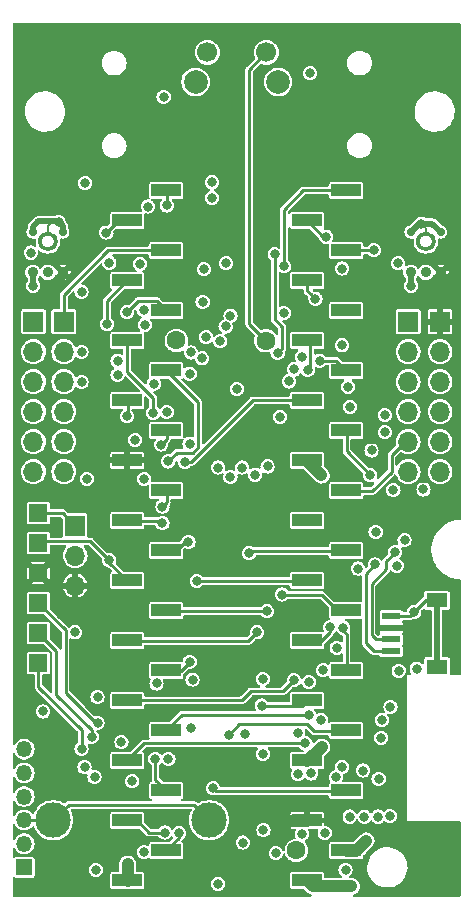
<source format=gbr>
%TF.GenerationSoftware,KiCad,Pcbnew,7.0.1-0*%
%TF.CreationDate,2024-02-14T11:54:31-05:00*%
%TF.ProjectId,Tympan_Rev_F,54796d70-616e-45f5-9265-765f462e6b69,rev?*%
%TF.SameCoordinates,Original*%
%TF.FileFunction,Copper,L4,Bot*%
%TF.FilePolarity,Positive*%
%FSLAX46Y46*%
G04 Gerber Fmt 4.6, Leading zero omitted, Abs format (unit mm)*
G04 Created by KiCad (PCBNEW 7.0.1-0) date 2024-02-14 11:54:31*
%MOMM*%
%LPD*%
G01*
G04 APERTURE LIST*
%TA.AperFunction,EtchedComponent*%
%ADD10C,0.325000*%
%TD*%
%TA.AperFunction,ComponentPad*%
%ADD11R,1.700000X1.700000*%
%TD*%
%TA.AperFunction,ComponentPad*%
%ADD12O,1.700000X1.700000*%
%TD*%
%TA.AperFunction,ComponentPad*%
%ADD13C,3.000000*%
%TD*%
%TA.AperFunction,ComponentPad*%
%ADD14R,1.350000X1.350000*%
%TD*%
%TA.AperFunction,ComponentPad*%
%ADD15O,1.350000X1.350000*%
%TD*%
%TA.AperFunction,ComponentPad*%
%ADD16C,1.700000*%
%TD*%
%TA.AperFunction,ComponentPad*%
%ADD17C,2.000000*%
%TD*%
%TA.AperFunction,SMDPad,CuDef*%
%ADD18C,0.900000*%
%TD*%
%TA.AperFunction,SMDPad,CuDef*%
%ADD19C,0.700000*%
%TD*%
%TA.AperFunction,SMDPad,CuDef*%
%ADD20R,2.510000X1.000000*%
%TD*%
%TA.AperFunction,ComponentPad*%
%ADD21C,1.600000*%
%TD*%
%TA.AperFunction,SMDPad,CuDef*%
%ADD22R,1.800000X1.200000*%
%TD*%
%TA.AperFunction,SMDPad,CuDef*%
%ADD23R,1.550000X0.600000*%
%TD*%
%TA.AperFunction,SMDPad,CuDef*%
%ADD24R,1.500000X1.500000*%
%TD*%
%TA.AperFunction,ViaPad*%
%ADD25C,0.800000*%
%TD*%
%TA.AperFunction,Conductor*%
%ADD26C,0.500000*%
%TD*%
%TA.AperFunction,Conductor*%
%ADD27C,0.200000*%
%TD*%
%TA.AperFunction,Conductor*%
%ADD28C,1.000000*%
%TD*%
%TA.AperFunction,Conductor*%
%ADD29C,0.250000*%
%TD*%
G04 APERTURE END LIST*
D10*
X170075250Y-77700000D02*
G75*
G03*
X170075250Y-77700000I-675250J0D01*
G01*
X138075250Y-77700000D02*
G75*
G03*
X138075250Y-77700000I-675250J0D01*
G01*
D11*
X136175000Y-84500000D03*
D12*
X136175000Y-87040000D03*
X136175000Y-89580000D03*
X136175000Y-92120000D03*
X136175000Y-94660000D03*
X136175000Y-97200000D03*
D11*
X167900000Y-84500000D03*
D12*
X167900000Y-87040000D03*
X167900000Y-89580000D03*
X167900000Y-92120000D03*
X167900000Y-94660000D03*
X167900000Y-97200000D03*
D11*
X170600000Y-84500000D03*
D12*
X170600000Y-87040000D03*
X170600000Y-89580000D03*
X170600000Y-92120000D03*
X170600000Y-94660000D03*
X170600000Y-97200000D03*
D11*
X139700000Y-101760000D03*
D12*
X139700000Y-104300000D03*
X139700000Y-106840000D03*
D11*
X138750000Y-84500000D03*
D12*
X138750000Y-87040000D03*
X138750000Y-89580000D03*
X138750000Y-92120000D03*
X138750000Y-94660000D03*
X138750000Y-97200000D03*
D13*
X137850000Y-126700000D03*
X151050000Y-126700000D03*
D14*
X135400000Y-130700000D03*
D15*
X135400000Y-128700000D03*
X135400000Y-126700000D03*
X135400000Y-124700000D03*
X135400000Y-122700000D03*
X135400000Y-120700000D03*
D16*
X155900000Y-61700000D03*
X150900000Y-61700000D03*
D17*
X156900000Y-64200000D03*
X149900000Y-64200000D03*
D18*
X168135000Y-80316000D03*
D19*
X168135000Y-76910000D03*
X170665000Y-76910000D03*
D18*
X170665000Y-80316000D03*
X169400000Y-80316000D03*
X136135000Y-80316000D03*
D19*
X136135000Y-76910000D03*
X138665000Y-76910000D03*
D18*
X138665000Y-80316000D03*
X137400000Y-80316000D03*
D20*
X144110000Y-131800000D03*
X147420000Y-129260000D03*
X144110000Y-126720000D03*
X147420000Y-124180000D03*
X144110000Y-121640000D03*
X147420000Y-119100000D03*
X144110000Y-116560000D03*
X147420000Y-114020000D03*
X144110000Y-111480000D03*
X147420000Y-108940000D03*
X144110000Y-106400000D03*
X147420000Y-103860000D03*
X144110000Y-101320000D03*
X147420000Y-98780000D03*
X144110000Y-96240000D03*
X147420000Y-93700000D03*
X144110000Y-91160000D03*
X147420000Y-88620000D03*
X144110000Y-86080000D03*
X147420000Y-83540000D03*
X144110000Y-81000000D03*
X147420000Y-78460000D03*
X144110000Y-75920000D03*
X147420000Y-73380000D03*
X162650000Y-73390000D03*
X159340000Y-75930000D03*
X162650000Y-78470000D03*
X159340000Y-81010000D03*
X162650000Y-83550000D03*
X159340000Y-86090000D03*
X162650000Y-88630000D03*
X159340000Y-91170000D03*
X162650000Y-93710000D03*
X159340000Y-96250000D03*
X162650000Y-98790000D03*
X159340000Y-101330000D03*
X162650000Y-103870000D03*
X159340000Y-106410000D03*
X162650000Y-108950000D03*
X159340000Y-111490000D03*
X162650000Y-114030000D03*
X159340000Y-116570000D03*
X162650000Y-119110000D03*
X159340000Y-121650000D03*
X162650000Y-124190000D03*
X159340000Y-126730000D03*
X162650000Y-129270000D03*
X159340000Y-131810000D03*
D21*
X158445000Y-129270000D03*
X148285000Y-86090000D03*
X155865000Y-86100000D03*
D22*
X170337500Y-108100000D03*
X170337500Y-113700000D03*
D23*
X166462500Y-109400000D03*
X166462500Y-110400000D03*
X166462500Y-111400000D03*
X166462500Y-112400000D03*
D24*
X136600000Y-113400000D03*
X136600000Y-110860000D03*
X136600000Y-108320000D03*
X136600000Y-105780000D03*
X136600000Y-103240000D03*
X136600000Y-100700000D03*
D25*
X161850000Y-112100000D03*
X163650000Y-105400000D03*
X137000000Y-117500000D03*
X168424991Y-109048755D03*
X144150000Y-130400000D03*
X166950000Y-105150000D03*
X165150000Y-102300000D03*
X160600000Y-120500000D03*
X152000000Y-86150000D03*
X138299987Y-76050013D03*
X160550000Y-97500000D03*
X164350000Y-128450000D03*
X169000000Y-76200000D03*
X159600000Y-63450000D03*
X153400000Y-90200000D03*
X162600000Y-130900000D03*
X167100000Y-114050000D03*
X145550000Y-97800000D03*
X145600000Y-84750000D03*
X152450000Y-84900000D03*
X145500000Y-83500000D03*
X152856143Y-83986177D03*
X144800000Y-94500000D03*
X170650000Y-81450000D03*
X153000000Y-130700000D03*
X160800000Y-89600000D03*
X164800000Y-85700000D03*
X155200000Y-122900000D03*
X149750000Y-85800000D03*
X157300000Y-127300000D03*
X161250000Y-85000000D03*
X137900000Y-81500000D03*
X160500000Y-92500000D03*
X153900000Y-128600000D03*
X154100000Y-119400000D03*
X155600000Y-121100000D03*
X155650000Y-127550000D03*
X156700000Y-129500000D03*
X158600000Y-119324500D03*
X147300000Y-127750000D03*
X149650000Y-114800000D03*
X155600000Y-114750000D03*
X143624500Y-120100000D03*
X142400000Y-84700000D03*
X164200000Y-126400000D03*
X165400000Y-123200000D03*
X144092500Y-83692500D03*
X162950000Y-126400000D03*
X144550000Y-123400000D03*
X148500000Y-127800000D03*
X149500000Y-118900000D03*
X160525500Y-118200000D03*
X141450000Y-130900000D03*
X142600000Y-104700000D03*
X161804108Y-123067811D03*
X151800000Y-132100000D03*
X145849998Y-74750000D03*
X146350000Y-89770016D03*
X140250000Y-81950000D03*
X152500000Y-79550000D03*
X140550000Y-72750000D03*
X147200000Y-65450000D03*
X150600000Y-80050000D03*
X168150000Y-81450000D03*
X136150000Y-81450000D03*
X142600000Y-79500000D03*
X141600000Y-116300000D03*
X163100000Y-132300000D03*
X140250000Y-87050000D03*
X151400000Y-124000000D03*
X151800000Y-96850000D03*
X152700000Y-119475500D03*
X152850000Y-97650000D03*
X140250000Y-89600000D03*
X140700000Y-97800000D03*
X153850000Y-96850000D03*
X155500000Y-117000000D03*
X162975500Y-91700000D03*
X162400000Y-110400000D03*
X162800000Y-90000000D03*
X161300000Y-110375500D03*
X157200000Y-107600000D03*
X150000000Y-106450000D03*
X149400000Y-113300000D03*
X168625001Y-113874999D03*
X155100000Y-110800000D03*
X154950000Y-97450000D03*
X155950000Y-109000000D03*
X156000000Y-96750000D03*
X147100000Y-101550000D03*
X169200000Y-98700006D03*
X160050000Y-82550000D03*
X147455000Y-74650000D03*
X147450000Y-92150000D03*
X142350000Y-76950000D03*
X166650000Y-98750000D03*
X147100000Y-100150000D03*
X147000000Y-94900000D03*
X165100000Y-105050000D03*
X164800000Y-95400004D03*
X148994500Y-96375500D03*
X166800000Y-104000000D03*
X144100011Y-92500000D03*
X165925000Y-93850000D03*
X143300000Y-87800000D03*
X158900000Y-87474500D03*
X165625000Y-119725000D03*
X140250000Y-120650000D03*
X165350000Y-126400000D03*
X141100000Y-119650000D03*
X165675000Y-118225000D03*
X166351944Y-126351944D03*
X158235621Y-88535621D03*
X143300000Y-89000000D03*
X166400000Y-117100000D03*
X141600000Y-118450000D03*
X150800000Y-85800000D03*
X149500000Y-87100000D03*
X149400000Y-94824990D03*
X145200000Y-79600000D03*
X167600000Y-103000000D03*
X149300000Y-103150000D03*
X167050000Y-79550000D03*
X162300000Y-86500000D03*
X162300000Y-80000000D03*
X135950000Y-78650000D03*
X156850000Y-87150000D03*
X156600000Y-78800000D03*
X165925010Y-92400000D03*
X157050000Y-92550000D03*
X157800000Y-89550000D03*
X150500000Y-82825500D03*
X157382098Y-83744515D03*
X154425000Y-104100000D03*
X146500000Y-121500000D03*
X146600000Y-115119502D03*
X160700000Y-114000000D03*
X159200000Y-120200000D03*
X151300000Y-74000004D03*
X150450000Y-87600000D03*
X149400000Y-88900000D03*
X151300000Y-72699998D03*
X158224500Y-114850000D03*
X147595500Y-96325500D03*
X158600000Y-122800000D03*
X147600000Y-121525500D03*
X145565498Y-129400000D03*
X160834678Y-127779505D03*
X146324500Y-92200000D03*
X157400000Y-79800000D03*
X159500000Y-115000000D03*
X159387701Y-88587701D03*
X159700500Y-122750215D03*
X164700000Y-97500000D03*
X158900000Y-127879500D03*
X160400000Y-87800000D03*
X139700000Y-110800000D03*
X162300000Y-122200000D03*
X140500000Y-122200000D03*
X160950000Y-77300000D03*
X164100000Y-122500000D03*
X141350000Y-123050000D03*
X165000000Y-78450000D03*
X159500000Y-117800500D03*
D26*
X169000000Y-76200000D02*
X169955000Y-76200000D01*
D27*
X137734302Y-76050013D02*
X137400000Y-76384315D01*
D28*
X163480000Y-129320000D02*
X164350000Y-128450000D01*
D26*
X138249974Y-76000000D02*
X136600000Y-76000000D01*
D27*
X169000000Y-76200000D02*
X169400000Y-76600000D01*
D29*
X168424991Y-109048755D02*
X169373746Y-108100000D01*
X166462500Y-109400000D02*
X168073746Y-109400000D01*
D28*
X159375000Y-96300000D02*
X159375000Y-96325000D01*
D27*
X137400000Y-76384315D02*
X137400000Y-76999999D01*
D26*
X169955000Y-76200000D02*
X170665000Y-76910000D01*
X136600000Y-76000000D02*
X136135000Y-76465000D01*
X138665000Y-76910000D02*
X138665000Y-76415026D01*
X136135000Y-76465000D02*
X136135000Y-76910000D01*
D28*
X144145000Y-130405000D02*
X144150000Y-130400000D01*
D29*
X168073746Y-109400000D02*
X168424991Y-109048755D01*
D27*
X138299987Y-76050013D02*
X137734302Y-76050013D01*
D28*
X144145000Y-131850000D02*
X144145000Y-130405000D01*
D26*
X168135000Y-76910000D02*
X168845000Y-76200000D01*
X138665000Y-76415026D02*
X138299987Y-76050013D01*
D29*
X138640000Y-100700000D02*
X139700000Y-101760000D01*
D28*
X159375000Y-96325000D02*
X160550000Y-97500000D01*
D29*
X136600000Y-100700000D02*
X138640000Y-100700000D01*
D26*
X138299987Y-76050013D02*
X138249974Y-76000000D01*
X170337500Y-108100000D02*
X170337500Y-113700000D01*
D28*
X160600000Y-120500000D02*
X160575000Y-120500000D01*
D29*
X169373746Y-108100000D02*
X170337500Y-108100000D01*
D26*
X168845000Y-76200000D02*
X169000000Y-76200000D01*
D28*
X162685000Y-129320000D02*
X163480000Y-129320000D01*
D27*
X169400000Y-76600000D02*
X169400000Y-76999999D01*
D28*
X160575000Y-120500000D02*
X159375000Y-121700000D01*
D26*
X137900000Y-81500000D02*
X138665000Y-80735000D01*
D28*
X157820000Y-126780000D02*
X157300000Y-127300000D01*
D26*
X170650000Y-81450000D02*
X170650000Y-80331000D01*
X170650000Y-80331000D02*
X170665000Y-80316000D01*
D28*
X159375000Y-126780000D02*
X157820000Y-126780000D01*
D26*
X138665000Y-80735000D02*
X138665000Y-80316000D01*
D29*
X144920000Y-126720000D02*
X144110000Y-126720000D01*
X147300000Y-127750000D02*
X145950000Y-127750000D01*
X145950000Y-127750000D02*
X144920000Y-126720000D01*
X142400000Y-82710000D02*
X144110000Y-81000000D01*
X142400000Y-84700000D02*
X142400000Y-82710000D01*
X146655000Y-82775000D02*
X147420000Y-83540000D01*
X144092500Y-83692500D02*
X145010000Y-82775000D01*
X145010000Y-82775000D02*
X146655000Y-82775000D01*
X148500000Y-128180000D02*
X148500000Y-127800000D01*
X147420000Y-129260000D02*
X148500000Y-128180000D01*
X136740000Y-103100000D02*
X141000000Y-103100000D01*
X136600000Y-103240000D02*
X136740000Y-103100000D01*
X142600000Y-104905000D02*
X144145000Y-106450000D01*
X141000000Y-103100000D02*
X142600000Y-104700000D01*
X142600000Y-104700000D02*
X142600000Y-104905000D01*
D26*
X168135000Y-80316000D02*
X168135000Y-81435000D01*
X168135000Y-81435000D02*
X168150000Y-81450000D01*
X136150000Y-81450000D02*
X136150000Y-80331000D01*
X136150000Y-80331000D02*
X136135000Y-80316000D01*
D28*
X159340000Y-131810000D02*
X159830000Y-132300000D01*
X159830000Y-132300000D02*
X163100000Y-132300000D01*
D29*
X151400000Y-124000000D02*
X151640000Y-124240000D01*
X151640000Y-124240000D02*
X162685000Y-124240000D01*
X153575500Y-118600000D02*
X159374695Y-118600000D01*
X152700000Y-119475500D02*
X153575500Y-118600000D01*
X159374695Y-118600000D02*
X159934695Y-119160000D01*
X159934695Y-119160000D02*
X162685000Y-119160000D01*
X158955000Y-117000000D02*
X159355000Y-116600000D01*
X155500000Y-117000000D02*
X158955000Y-117000000D01*
X162400000Y-110400000D02*
X162400000Y-110650000D01*
X162400000Y-110650000D02*
X162685000Y-110935000D01*
X162685000Y-110935000D02*
X162685000Y-114080000D01*
X161300000Y-110800000D02*
X160560000Y-111540000D01*
X161300000Y-110375500D02*
X161300000Y-110800000D01*
X160560000Y-111540000D02*
X159375000Y-111540000D01*
X161930000Y-109000000D02*
X162685000Y-109000000D01*
X160580000Y-107650000D02*
X161930000Y-109000000D01*
X157200000Y-107600000D02*
X157250000Y-107650000D01*
X157250000Y-107650000D02*
X160580000Y-107650000D01*
X150010000Y-106460000D02*
X150000000Y-106450000D01*
X159375000Y-106460000D02*
X150010000Y-106460000D01*
X166500000Y-95800000D02*
X167640000Y-94660000D01*
X167640000Y-94660000D02*
X167900000Y-94660000D01*
X166500000Y-97200000D02*
X166500000Y-95800000D01*
X164860000Y-98840000D02*
X166500000Y-97200000D01*
X162685000Y-98840000D02*
X164860000Y-98840000D01*
X148630000Y-114070000D02*
X147455000Y-114070000D01*
X149400000Y-113300000D02*
X148630000Y-114070000D01*
X154700001Y-111199999D02*
X155100000Y-110800000D01*
X154370000Y-111530000D02*
X154700001Y-111199999D01*
X144145000Y-111530000D02*
X154370000Y-111530000D01*
X155940000Y-108990000D02*
X155950000Y-109000000D01*
X147455000Y-108990000D02*
X155940000Y-108990000D01*
X144145000Y-101370000D02*
X146920000Y-101370000D01*
X146920000Y-101370000D02*
X147100000Y-101550000D01*
X159375000Y-81060000D02*
X159375000Y-81875000D01*
X159650001Y-82150001D02*
X160050000Y-82550000D01*
X159375000Y-81875000D02*
X159650001Y-82150001D01*
X147455000Y-74650000D02*
X147455000Y-73430000D01*
X142350000Y-76950000D02*
X143330000Y-75970000D01*
X143330000Y-75970000D02*
X144145000Y-75970000D01*
X138750000Y-82224695D02*
X138750000Y-84500000D01*
X142514695Y-78460000D02*
X138750000Y-82224695D01*
X147420000Y-78460000D02*
X142514695Y-78460000D01*
X147455000Y-99795000D02*
X147100000Y-100150000D01*
X147455000Y-98830000D02*
X147455000Y-99795000D01*
X147000000Y-94900000D02*
X147455000Y-94445000D01*
X164300000Y-105850000D02*
X165100000Y-105050000D01*
X165000000Y-112400000D02*
X164300000Y-111700000D01*
X147455000Y-94445000D02*
X147455000Y-93750000D01*
X166462500Y-112400000D02*
X165000000Y-112400000D01*
X164300000Y-111700000D02*
X164300000Y-105850000D01*
X149524500Y-96375500D02*
X154730000Y-91170000D01*
X154730000Y-91170000D02*
X159340000Y-91170000D01*
X148994500Y-96375500D02*
X149524500Y-96375500D01*
X166050000Y-105450000D02*
X164800000Y-106700000D01*
X164800000Y-106700000D02*
X164800000Y-111062500D01*
X144145000Y-92455011D02*
X144100011Y-92500000D01*
X166050000Y-104800000D02*
X166050000Y-105450000D01*
X165137500Y-111400000D02*
X166462500Y-111400000D01*
X166800000Y-104000000D02*
X166800000Y-104050000D01*
X164800000Y-111062500D02*
X165137500Y-111400000D01*
X166800000Y-104050000D02*
X166050000Y-104800000D01*
X144145000Y-91210000D02*
X144145000Y-92455011D01*
X135400000Y-126700000D02*
X137850000Y-126700000D01*
X137850000Y-126700000D02*
X139150000Y-125400000D01*
X139150000Y-125400000D02*
X149750000Y-125400000D01*
X149750000Y-125400000D02*
X151050000Y-126700000D01*
X140250000Y-120650000D02*
X140250000Y-119050000D01*
X136600000Y-115400000D02*
X136600000Y-113400000D01*
X140250000Y-119050000D02*
X136600000Y-115400000D01*
X138100000Y-116100000D02*
X138100000Y-112360000D01*
X138100000Y-112360000D02*
X136600000Y-110860000D01*
X141100000Y-119650000D02*
X141100000Y-119100000D01*
X141100000Y-119100000D02*
X138100000Y-116100000D01*
X141450000Y-118450000D02*
X138900000Y-115900000D01*
X138900000Y-115900000D02*
X138900000Y-110620000D01*
X138900000Y-110620000D02*
X136600000Y-108320000D01*
X141600000Y-118450000D02*
X141450000Y-118450000D01*
X147455000Y-103910000D02*
X148210000Y-103910000D01*
X148970000Y-103150000D02*
X149300000Y-103150000D01*
X148210000Y-103910000D02*
X148970000Y-103150000D01*
X156600000Y-84300000D02*
X156600000Y-78800000D01*
X157249999Y-86750001D02*
X157249999Y-84949999D01*
X157249999Y-84949999D02*
X156600000Y-84300000D01*
X156850000Y-87150000D02*
X157249999Y-86750001D01*
X162685000Y-103920000D02*
X154605000Y-103920000D01*
X154605000Y-103920000D02*
X154425000Y-104100000D01*
X146500000Y-121500000D02*
X146500000Y-123260000D01*
X146500000Y-123260000D02*
X147420000Y-124180000D01*
X145550000Y-120200000D02*
X144110000Y-121640000D01*
X159200000Y-120200000D02*
X145550000Y-120200000D01*
X157274500Y-115800000D02*
X154575000Y-115800000D01*
X154575000Y-115800000D02*
X153815000Y-116560000D01*
X158224500Y-114850000D02*
X157274500Y-115800000D01*
X153815000Y-116560000D02*
X144110000Y-116560000D01*
X150125000Y-91325000D02*
X150125000Y-95125295D01*
X148321000Y-95600000D02*
X147595500Y-96325500D01*
X149650295Y-95600000D02*
X148321000Y-95600000D01*
X147420000Y-88620000D02*
X150125000Y-91325000D01*
X150125000Y-95125295D02*
X149650295Y-95600000D01*
X146324500Y-90969500D02*
X146324500Y-92200000D01*
X144110000Y-88755000D02*
X146324500Y-90969500D01*
X144110000Y-86080000D02*
X144110000Y-88755000D01*
X159010000Y-73390000D02*
X157400000Y-75000000D01*
X162650000Y-73390000D02*
X159010000Y-73390000D01*
X157400000Y-75000000D02*
X157400000Y-79800000D01*
X159625000Y-88350402D02*
X159625000Y-86375000D01*
X159387701Y-88587701D02*
X159625000Y-88350402D01*
X159625000Y-86375000D02*
X159340000Y-86090000D01*
X162685000Y-93760000D02*
X162685000Y-95485000D01*
X162685000Y-95485000D02*
X164700000Y-97500000D01*
X161820000Y-87800000D02*
X160400000Y-87800000D01*
X162650000Y-88630000D02*
X161820000Y-87800000D01*
X155900000Y-61700000D02*
X154450000Y-63150000D01*
X154450000Y-84685000D02*
X155865000Y-86100000D01*
X154450000Y-63150000D02*
X154450000Y-84685000D01*
X159340000Y-75930000D02*
X160710000Y-77300000D01*
X160710000Y-77300000D02*
X160950000Y-77300000D01*
X162650000Y-78470000D02*
X164980000Y-78470000D01*
X164980000Y-78470000D02*
X165000000Y-78450000D01*
X148720000Y-117800000D02*
X147420000Y-119100000D01*
X159500000Y-117800500D02*
X159499500Y-117800000D01*
X159499500Y-117800000D02*
X148720000Y-117800000D01*
%TA.AperFunction,Conductor*%
G36*
X172325000Y-59238763D02*
G01*
X172361237Y-59275000D01*
X172374500Y-59324500D01*
X172374500Y-101175500D01*
X172361237Y-101225000D01*
X172325000Y-101261237D01*
X172275500Y-101274500D01*
X172247234Y-101274500D01*
X171943932Y-101311328D01*
X171647288Y-101384443D01*
X171361602Y-101492790D01*
X171091079Y-101634771D01*
X170839629Y-101808333D01*
X170610937Y-102010937D01*
X170408333Y-102239629D01*
X170234771Y-102491079D01*
X170092790Y-102761602D01*
X169984443Y-103047288D01*
X169911328Y-103343932D01*
X169874500Y-103647232D01*
X169874500Y-103952766D01*
X169911328Y-104256067D01*
X169984443Y-104552711D01*
X169984444Y-104552714D01*
X169984445Y-104552717D01*
X170083900Y-104814956D01*
X170092790Y-104838397D01*
X170234771Y-105108920D01*
X170234774Y-105108925D01*
X170263126Y-105150000D01*
X170408333Y-105360370D01*
X170610937Y-105589062D01*
X170839629Y-105791666D01*
X170945807Y-105864955D01*
X171091075Y-105965226D01*
X171091079Y-105965228D01*
X171336329Y-106093945D01*
X171361608Y-106107212D01*
X171647283Y-106215555D01*
X171943934Y-106288672D01*
X172205316Y-106320410D01*
X172247234Y-106325500D01*
X172247235Y-106325500D01*
X172275500Y-106325500D01*
X172325000Y-106338763D01*
X172361237Y-106375000D01*
X172374500Y-106424500D01*
X172374500Y-114301000D01*
X172361237Y-114350500D01*
X172325000Y-114386737D01*
X172275500Y-114400000D01*
X171537000Y-114400000D01*
X171487500Y-114386737D01*
X171451263Y-114350500D01*
X171438000Y-114301000D01*
X171438000Y-113080253D01*
X171438000Y-113080252D01*
X171426367Y-113021769D01*
X171409922Y-112997158D01*
X171382052Y-112955447D01*
X171315731Y-112911133D01*
X171257248Y-112899500D01*
X171257247Y-112899500D01*
X170887000Y-112899500D01*
X170837500Y-112886237D01*
X170801263Y-112850000D01*
X170788000Y-112800500D01*
X170788000Y-108999500D01*
X170801263Y-108950000D01*
X170837500Y-108913763D01*
X170887000Y-108900500D01*
X171257247Y-108900500D01*
X171257248Y-108900500D01*
X171315731Y-108888867D01*
X171382052Y-108844552D01*
X171426367Y-108778231D01*
X171438000Y-108719748D01*
X171438000Y-107480252D01*
X171426367Y-107421769D01*
X171409686Y-107396805D01*
X171382052Y-107355447D01*
X171315731Y-107311133D01*
X171257248Y-107299500D01*
X169417752Y-107299500D01*
X169388510Y-107305316D01*
X169359268Y-107311133D01*
X169292947Y-107355447D01*
X169248633Y-107421768D01*
X169237000Y-107480253D01*
X169237000Y-107745937D01*
X169223737Y-107795436D01*
X169187502Y-107831672D01*
X169161290Y-107846806D01*
X169136319Y-107876564D01*
X169130487Y-107882930D01*
X168587957Y-108425461D01*
X168549776Y-108449203D01*
X168505032Y-108453610D01*
X168424991Y-108443073D01*
X168268229Y-108463710D01*
X168122149Y-108524219D01*
X167996708Y-108620472D01*
X167900455Y-108745913D01*
X167839946Y-108891993D01*
X167827252Y-108988422D01*
X167810195Y-109032284D01*
X167774812Y-109063314D01*
X167729099Y-109074500D01*
X167514517Y-109074500D01*
X167467849Y-109062810D01*
X167432202Y-109030502D01*
X167382052Y-108955447D01*
X167315731Y-108911133D01*
X167257248Y-108899500D01*
X165667752Y-108899500D01*
X165662725Y-108900500D01*
X165609268Y-108911133D01*
X165542947Y-108955447D01*
X165498633Y-109021768D01*
X165498632Y-109021769D01*
X165498633Y-109021769D01*
X165490470Y-109062810D01*
X165487000Y-109080253D01*
X165487000Y-109719747D01*
X165498633Y-109778231D01*
X165543546Y-109845447D01*
X165560231Y-109900448D01*
X165543547Y-109955450D01*
X165499104Y-110021963D01*
X165487500Y-110080303D01*
X165487500Y-110149999D01*
X165487501Y-110150000D01*
X167437499Y-110150000D01*
X167437500Y-110149999D01*
X167437500Y-110080303D01*
X167425895Y-110021963D01*
X167381453Y-109955451D01*
X167364768Y-109900449D01*
X167381453Y-109845446D01*
X167382049Y-109844553D01*
X167382052Y-109844552D01*
X167426367Y-109778231D01*
X167426367Y-109778228D01*
X167432202Y-109769497D01*
X167467849Y-109737189D01*
X167514517Y-109725500D01*
X168055212Y-109725500D01*
X168063839Y-109725876D01*
X168077103Y-109727037D01*
X168102551Y-109729264D01*
X168102551Y-109729263D01*
X168102553Y-109729264D01*
X168140105Y-109719201D01*
X168148523Y-109717335D01*
X168186791Y-109710588D01*
X168188092Y-109709836D01*
X168211978Y-109699942D01*
X168213430Y-109699554D01*
X168245275Y-109677254D01*
X168252521Y-109672638D01*
X168281121Y-109656126D01*
X168311301Y-109644768D01*
X168343534Y-109643713D01*
X168424991Y-109654437D01*
X168581753Y-109633799D01*
X168727832Y-109573291D01*
X168853273Y-109477037D01*
X168949527Y-109351596D01*
X169010035Y-109205517D01*
X169030673Y-109048755D01*
X169020134Y-108968709D01*
X169024541Y-108923968D01*
X169048281Y-108885789D01*
X169126168Y-108807903D01*
X169176855Y-108780811D01*
X169234054Y-108786444D01*
X169278483Y-108822906D01*
X169292946Y-108844551D01*
X169326333Y-108866859D01*
X169359269Y-108888867D01*
X169417752Y-108900500D01*
X169788000Y-108900500D01*
X169837500Y-108913763D01*
X169873737Y-108950000D01*
X169887000Y-108999500D01*
X169887000Y-112800500D01*
X169873737Y-112850000D01*
X169837500Y-112886237D01*
X169788000Y-112899500D01*
X169417752Y-112899500D01*
X169412725Y-112900500D01*
X169359268Y-112911133D01*
X169292947Y-112955447D01*
X169248633Y-113021768D01*
X169237000Y-113080253D01*
X169237000Y-113394496D01*
X169218472Y-113452161D01*
X169169823Y-113488242D01*
X169109262Y-113489233D01*
X169059458Y-113454764D01*
X169053282Y-113446715D01*
X168927842Y-113350463D01*
X168781762Y-113289954D01*
X168625001Y-113269317D01*
X168468239Y-113289954D01*
X168322159Y-113350463D01*
X168196718Y-113446716D01*
X168100465Y-113572157D01*
X168039956Y-113718237D01*
X168019319Y-113874999D01*
X168039956Y-114031760D01*
X168100465Y-114177840D01*
X168148724Y-114240733D01*
X168168705Y-114291297D01*
X168158972Y-114344787D01*
X168122461Y-114385071D01*
X168070182Y-114400000D01*
X167794918Y-114400000D01*
X167800000Y-114415816D01*
X167800000Y-126800000D01*
X172275500Y-126800000D01*
X172325000Y-126813263D01*
X172361237Y-126849500D01*
X172374500Y-126899000D01*
X172374500Y-133075500D01*
X172361237Y-133125000D01*
X172325000Y-133161237D01*
X172275500Y-133174500D01*
X163309796Y-133174500D01*
X163257560Y-133159597D01*
X163221050Y-133119376D01*
X163211258Y-133065945D01*
X163231133Y-133015391D01*
X163274688Y-132982934D01*
X163427930Y-132924818D01*
X163567929Y-132828183D01*
X163624331Y-132764517D01*
X163680733Y-132700854D01*
X163720788Y-132624536D01*
X163759790Y-132550225D01*
X163786929Y-132440112D01*
X163800500Y-132385057D01*
X163800500Y-132214943D01*
X163759790Y-132049776D01*
X163759790Y-132049775D01*
X163722048Y-131977864D01*
X163680733Y-131899145D01*
X163567930Y-131771818D01*
X163567929Y-131771817D01*
X163427930Y-131675182D01*
X163301039Y-131627059D01*
X163268870Y-131614859D01*
X163142373Y-131599500D01*
X163142372Y-131599500D01*
X162966468Y-131599500D01*
X162908803Y-131580972D01*
X162872722Y-131532322D01*
X162871731Y-131471761D01*
X162906201Y-131421958D01*
X163028282Y-131328282D01*
X163028282Y-131328281D01*
X163124536Y-131202841D01*
X163185044Y-131056762D01*
X163205682Y-130900000D01*
X163185044Y-130743238D01*
X163140077Y-130634678D01*
X164445748Y-130634678D01*
X164455748Y-130895591D01*
X164505462Y-131151927D01*
X164593720Y-131397666D01*
X164718459Y-131627059D01*
X164871812Y-131828238D01*
X164876750Y-131834716D01*
X165064886Y-132015778D01*
X165184625Y-132100000D01*
X165278459Y-132166001D01*
X165512451Y-132281859D01*
X165651997Y-132326020D01*
X165761395Y-132360641D01*
X166019445Y-132400500D01*
X166215171Y-132400500D01*
X166215177Y-132400500D01*
X166410344Y-132385516D01*
X166664586Y-132326021D01*
X166906766Y-132228414D01*
X167131208Y-132094982D01*
X167332652Y-131928852D01*
X167506375Y-131733920D01*
X167648306Y-131514753D01*
X167755118Y-131276489D01*
X167824307Y-131024713D01*
X167854252Y-130765325D01*
X167844251Y-130504407D01*
X167794538Y-130248073D01*
X167706279Y-130002332D01*
X167642610Y-129885247D01*
X167581540Y-129772940D01*
X167423252Y-129565287D01*
X167423250Y-129565284D01*
X167235114Y-129384222D01*
X167066456Y-129265591D01*
X167021540Y-129233998D01*
X166787548Y-129118140D01*
X166538609Y-129039360D01*
X166538607Y-129039359D01*
X166538605Y-129039359D01*
X166280555Y-128999500D01*
X166084823Y-128999500D01*
X165938447Y-129010737D01*
X165889654Y-129014484D01*
X165635414Y-129073979D01*
X165393231Y-129171587D01*
X165168795Y-129305015D01*
X164967345Y-129471149D01*
X164793623Y-129666081D01*
X164651695Y-129885244D01*
X164544881Y-130123513D01*
X164475693Y-130375284D01*
X164445748Y-130634678D01*
X163140077Y-130634678D01*
X163124536Y-130597159D01*
X163053366Y-130504408D01*
X163028282Y-130471717D01*
X162902841Y-130375464D01*
X162756761Y-130314955D01*
X162617045Y-130296562D01*
X162600000Y-130294318D01*
X162599999Y-130294318D01*
X162443238Y-130314955D01*
X162297158Y-130375464D01*
X162171717Y-130471717D01*
X162075464Y-130597158D01*
X162014955Y-130743238D01*
X161994318Y-130900000D01*
X162014955Y-131056761D01*
X162075464Y-131202841D01*
X162171717Y-131328282D01*
X162293799Y-131421958D01*
X162328269Y-131471761D01*
X162327278Y-131532322D01*
X162291197Y-131580972D01*
X162233532Y-131599500D01*
X160894500Y-131599500D01*
X160845000Y-131586237D01*
X160808763Y-131550000D01*
X160795500Y-131500500D01*
X160795500Y-131290253D01*
X160792762Y-131276489D01*
X160783867Y-131231769D01*
X160764538Y-131202841D01*
X160739552Y-131165447D01*
X160673231Y-131121133D01*
X160614748Y-131109500D01*
X160614747Y-131109500D01*
X159412653Y-131109500D01*
X159394808Y-131107878D01*
X159392968Y-131107540D01*
X159382605Y-131105641D01*
X159321823Y-131109319D01*
X159315845Y-131109500D01*
X158065252Y-131109500D01*
X158036010Y-131115316D01*
X158006768Y-131121133D01*
X157940447Y-131165447D01*
X157896133Y-131231768D01*
X157884500Y-131290253D01*
X157884500Y-132329747D01*
X157896133Y-132388231D01*
X157940447Y-132454552D01*
X157984761Y-132484162D01*
X158006769Y-132498867D01*
X158065252Y-132510500D01*
X159008835Y-132510500D01*
X159046721Y-132518036D01*
X159078839Y-132539496D01*
X159317596Y-132778253D01*
X159321695Y-132782608D01*
X159362071Y-132828183D01*
X159412204Y-132862788D01*
X159417009Y-132866324D01*
X159464944Y-132903878D01*
X159476254Y-132908968D01*
X159491853Y-132917765D01*
X159502070Y-132924818D01*
X159502071Y-132924818D01*
X159502072Y-132924819D01*
X159531407Y-132935943D01*
X159559006Y-132946410D01*
X159564512Y-132948690D01*
X159620069Y-132973695D01*
X159632277Y-132975932D01*
X159649533Y-132980742D01*
X159655311Y-132982934D01*
X159698868Y-133015391D01*
X159718743Y-133065945D01*
X159708951Y-133119376D01*
X159672441Y-133159597D01*
X159620205Y-133174500D01*
X134524500Y-133174500D01*
X134475000Y-133161237D01*
X134438763Y-133125000D01*
X134425500Y-133075500D01*
X134425500Y-132319747D01*
X142654500Y-132319747D01*
X142666133Y-132378231D01*
X142710447Y-132444552D01*
X142754761Y-132474162D01*
X142776769Y-132488867D01*
X142835252Y-132500500D01*
X143852674Y-132500500D01*
X143882850Y-132507938D01*
X143883103Y-132506913D01*
X144059943Y-132550500D01*
X144059944Y-132550500D01*
X144230056Y-132550500D01*
X144230057Y-132550500D01*
X144406897Y-132506913D01*
X144407149Y-132507938D01*
X144437326Y-132500500D01*
X145384747Y-132500500D01*
X145384748Y-132500500D01*
X145443231Y-132488867D01*
X145509552Y-132444552D01*
X145553867Y-132378231D01*
X145565500Y-132319748D01*
X145565500Y-132099999D01*
X151194318Y-132099999D01*
X151214955Y-132256761D01*
X151275464Y-132402841D01*
X151371717Y-132528282D01*
X151467971Y-132602139D01*
X151497159Y-132624536D01*
X151643238Y-132685044D01*
X151800000Y-132705682D01*
X151956762Y-132685044D01*
X152102841Y-132624536D01*
X152228282Y-132528282D01*
X152324536Y-132402841D01*
X152385044Y-132256762D01*
X152405682Y-132100000D01*
X152385044Y-131943238D01*
X152324536Y-131797159D01*
X152276010Y-131733918D01*
X152228282Y-131671717D01*
X152102841Y-131575464D01*
X151956761Y-131514955D01*
X151800000Y-131494318D01*
X151643238Y-131514955D01*
X151497158Y-131575464D01*
X151371717Y-131671717D01*
X151275464Y-131797158D01*
X151214955Y-131943238D01*
X151194318Y-132099999D01*
X145565500Y-132099999D01*
X145565500Y-131280252D01*
X145553867Y-131221769D01*
X145516234Y-131165448D01*
X145509552Y-131155447D01*
X145443231Y-131111133D01*
X145426867Y-131107878D01*
X145384748Y-131099500D01*
X145384747Y-131099500D01*
X144944500Y-131099500D01*
X144895000Y-131086237D01*
X144858763Y-131050000D01*
X144845500Y-131000500D01*
X144845500Y-130499938D01*
X144847122Y-130482093D01*
X144854358Y-130442606D01*
X144844086Y-130272804D01*
X144832658Y-130236129D01*
X144793478Y-130110394D01*
X144705472Y-129964815D01*
X144585185Y-129844528D01*
X144439606Y-129756522D01*
X144439605Y-129756521D01*
X144439604Y-129756521D01*
X144277195Y-129705913D01*
X144107393Y-129695641D01*
X143940069Y-129726304D01*
X143910247Y-129739726D01*
X143895574Y-129744789D01*
X143877619Y-129754212D01*
X143872249Y-129756826D01*
X143784945Y-129796120D01*
X143765989Y-129810971D01*
X143750950Y-129820695D01*
X143744147Y-129824265D01*
X143709135Y-129855283D01*
X143704546Y-129859108D01*
X143684631Y-129874710D01*
X143666748Y-129892593D01*
X143662399Y-129896687D01*
X143616818Y-129937070D01*
X143616817Y-129937071D01*
X143601772Y-129958867D01*
X143582223Y-129987187D01*
X143578682Y-129991999D01*
X143541121Y-130039944D01*
X143536029Y-130051257D01*
X143527230Y-130066857D01*
X143520182Y-130077067D01*
X143498593Y-130133993D01*
X143496306Y-130139515D01*
X143471305Y-130195067D01*
X143469067Y-130207279D01*
X143464258Y-130224527D01*
X143459860Y-130236128D01*
X143457558Y-130255082D01*
X143452521Y-130296562D01*
X143451622Y-130302469D01*
X143440641Y-130362395D01*
X143444319Y-130423177D01*
X143444500Y-130429155D01*
X143444500Y-131000500D01*
X143431237Y-131050000D01*
X143395000Y-131086237D01*
X143345500Y-131099500D01*
X142835252Y-131099500D01*
X142806010Y-131105316D01*
X142776768Y-131111133D01*
X142710447Y-131155447D01*
X142666133Y-131221768D01*
X142654500Y-131280253D01*
X142654500Y-132319747D01*
X134425500Y-132319747D01*
X134425500Y-131601235D01*
X134439585Y-131550339D01*
X134477832Y-131513925D01*
X134529358Y-131502354D01*
X134579502Y-131518920D01*
X134580448Y-131519552D01*
X134646769Y-131563867D01*
X134705252Y-131575500D01*
X136094747Y-131575500D01*
X136094748Y-131575500D01*
X136153231Y-131563867D01*
X136219552Y-131519552D01*
X136263867Y-131453231D01*
X136275500Y-131394748D01*
X136275500Y-130900000D01*
X140844318Y-130900000D01*
X140864955Y-131056761D01*
X140925464Y-131202841D01*
X141021717Y-131328282D01*
X141108337Y-131394747D01*
X141147159Y-131424536D01*
X141293238Y-131485044D01*
X141450000Y-131505682D01*
X141606762Y-131485044D01*
X141752841Y-131424536D01*
X141878282Y-131328282D01*
X141974536Y-131202841D01*
X142035044Y-131056762D01*
X142055682Y-130900000D01*
X142035044Y-130743238D01*
X141974536Y-130597159D01*
X141903366Y-130504408D01*
X141878282Y-130471717D01*
X141752841Y-130375464D01*
X141606761Y-130314955D01*
X141467045Y-130296562D01*
X141450000Y-130294318D01*
X141449999Y-130294318D01*
X141293238Y-130314955D01*
X141147158Y-130375464D01*
X141021717Y-130471717D01*
X140925464Y-130597158D01*
X140864955Y-130743238D01*
X140844318Y-130900000D01*
X136275500Y-130900000D01*
X136275500Y-130005252D01*
X136263867Y-129946769D01*
X136235658Y-129904552D01*
X136219552Y-129880447D01*
X136153231Y-129836133D01*
X136113761Y-129828282D01*
X136094748Y-129824500D01*
X134705252Y-129824500D01*
X134686239Y-129828282D01*
X134646768Y-129836133D01*
X134579502Y-129881080D01*
X134529358Y-129897646D01*
X134477832Y-129886075D01*
X134439585Y-129849661D01*
X134425500Y-129798765D01*
X134425500Y-129132588D01*
X134438763Y-129083088D01*
X134475000Y-129046852D01*
X134524500Y-129033588D01*
X134574000Y-129046851D01*
X134610236Y-129083088D01*
X134687802Y-129217436D01*
X134687803Y-129217438D01*
X134687805Y-129217440D01*
X134810950Y-129354207D01*
X134959839Y-129462381D01*
X135127966Y-129537236D01*
X135307981Y-129575500D01*
X135492016Y-129575500D01*
X135492019Y-129575500D01*
X135672034Y-129537236D01*
X135840161Y-129462381D01*
X135989050Y-129354207D01*
X136112195Y-129217440D01*
X136181640Y-129097158D01*
X136204212Y-129058063D01*
X136204212Y-129058061D01*
X136204214Y-129058059D01*
X136261085Y-128883029D01*
X136280322Y-128700000D01*
X136261085Y-128516971D01*
X136204214Y-128341941D01*
X136204213Y-128341939D01*
X136204212Y-128341936D01*
X136112197Y-128182563D01*
X136112196Y-128182562D01*
X136112195Y-128182560D01*
X135989050Y-128045793D01*
X135982154Y-128040783D01*
X135884884Y-127970112D01*
X135840161Y-127937619D01*
X135837124Y-127936267D01*
X135770855Y-127906762D01*
X135672034Y-127862764D01*
X135492019Y-127824500D01*
X135307981Y-127824500D01*
X135127966Y-127862764D01*
X135127963Y-127862765D01*
X135127964Y-127862765D01*
X134959840Y-127937618D01*
X134810950Y-128045792D01*
X134687802Y-128182563D01*
X134610236Y-128316912D01*
X134574000Y-128353149D01*
X134524500Y-128366412D01*
X134475000Y-128353148D01*
X134438763Y-128316912D01*
X134425500Y-128267412D01*
X134425500Y-127132588D01*
X134438763Y-127083088D01*
X134475000Y-127046852D01*
X134524500Y-127033588D01*
X134574000Y-127046851D01*
X134610236Y-127083088D01*
X134687802Y-127217436D01*
X134687803Y-127217438D01*
X134687805Y-127217440D01*
X134810950Y-127354207D01*
X134959839Y-127462381D01*
X135127966Y-127537236D01*
X135307981Y-127575500D01*
X135492016Y-127575500D01*
X135492019Y-127575500D01*
X135672034Y-127537236D01*
X135840161Y-127462381D01*
X135989050Y-127354207D01*
X136084465Y-127248237D01*
X136126038Y-127220795D01*
X136175713Y-127217072D01*
X136220912Y-127238011D01*
X136250192Y-127278312D01*
X136313604Y-127439883D01*
X136441044Y-127660617D01*
X136599944Y-127859871D01*
X136599948Y-127859875D01*
X136599950Y-127859877D01*
X136786783Y-128033232D01*
X136854300Y-128079264D01*
X136997364Y-128176804D01*
X136997365Y-128176804D01*
X136997366Y-128176805D01*
X137226996Y-128287389D01*
X137470542Y-128362513D01*
X137620972Y-128385187D01*
X137722564Y-128400500D01*
X137722565Y-128400500D01*
X137977435Y-128400500D01*
X137977436Y-128400500D01*
X138030809Y-128392455D01*
X138229458Y-128362513D01*
X138473004Y-128287389D01*
X138702634Y-128176805D01*
X138913217Y-128033232D01*
X139100050Y-127859877D01*
X139147801Y-127800000D01*
X139258955Y-127660617D01*
X139258954Y-127660617D01*
X139258959Y-127660612D01*
X139386393Y-127439888D01*
X139464943Y-127239747D01*
X142654500Y-127239747D01*
X142666133Y-127298231D01*
X142710447Y-127364552D01*
X142742198Y-127385767D01*
X142776769Y-127408867D01*
X142835252Y-127420500D01*
X145119166Y-127420500D01*
X145157052Y-127428036D01*
X145189170Y-127449496D01*
X145706730Y-127967056D01*
X145712564Y-127973423D01*
X145737545Y-128003194D01*
X145771215Y-128022633D01*
X145778477Y-128027260D01*
X145810316Y-128049554D01*
X145811765Y-128049942D01*
X145811768Y-128049943D01*
X145835650Y-128059834D01*
X145836955Y-128060588D01*
X145870732Y-128066543D01*
X145875220Y-128067335D01*
X145883647Y-128069203D01*
X145921193Y-128079264D01*
X145959906Y-128075876D01*
X145968534Y-128075500D01*
X146744029Y-128075500D01*
X146787816Y-128085710D01*
X146822571Y-128114233D01*
X146871717Y-128178282D01*
X146936879Y-128228282D01*
X146997159Y-128274536D01*
X147143238Y-128335044D01*
X147300000Y-128355682D01*
X147456762Y-128335044D01*
X147602841Y-128274536D01*
X147728282Y-128178282D01*
X147804719Y-128078666D01*
X147845370Y-128047473D01*
X147896178Y-128040783D01*
X147943523Y-128060392D01*
X147974721Y-128101047D01*
X147975464Y-128102841D01*
X147983989Y-128113951D01*
X148002943Y-128157027D01*
X147999865Y-128203988D01*
X147975451Y-128244221D01*
X147689171Y-128530503D01*
X147657053Y-128551964D01*
X147619167Y-128559500D01*
X146145252Y-128559500D01*
X146137299Y-128561082D01*
X146086768Y-128571133D01*
X146020447Y-128615447D01*
X145976133Y-128681768D01*
X145964500Y-128740253D01*
X145964500Y-128767131D01*
X145952810Y-128813799D01*
X145920501Y-128849446D01*
X145875204Y-128865654D01*
X145827614Y-128858595D01*
X145722259Y-128814955D01*
X145565498Y-128794318D01*
X145408736Y-128814955D01*
X145262656Y-128875464D01*
X145137215Y-128971717D01*
X145040962Y-129097158D01*
X144980453Y-129243238D01*
X144959816Y-129400000D01*
X144980453Y-129556761D01*
X145040962Y-129702841D01*
X145137215Y-129828282D01*
X145221028Y-129892593D01*
X145262657Y-129924536D01*
X145408736Y-129985044D01*
X145565498Y-130005682D01*
X145722260Y-129985044D01*
X145868339Y-129924536D01*
X145896780Y-129902711D01*
X145953806Y-129882307D01*
X146012048Y-129898939D01*
X146020447Y-129904551D01*
X146020448Y-129904552D01*
X146086769Y-129948867D01*
X146145252Y-129960500D01*
X148694747Y-129960500D01*
X148694748Y-129960500D01*
X148753231Y-129948867D01*
X148819552Y-129904552D01*
X148863867Y-129838231D01*
X148875500Y-129779748D01*
X148875500Y-129500000D01*
X156094318Y-129500000D01*
X156114955Y-129656761D01*
X156175464Y-129802841D01*
X156271717Y-129928282D01*
X156361994Y-129997553D01*
X156397159Y-130024536D01*
X156543238Y-130085044D01*
X156700000Y-130105682D01*
X156856762Y-130085044D01*
X157002841Y-130024536D01*
X157128282Y-129928282D01*
X157224536Y-129802841D01*
X157285044Y-129656762D01*
X157295355Y-129578436D01*
X157316164Y-129529562D01*
X157359242Y-129498478D01*
X157412185Y-129494137D01*
X157459752Y-129517787D01*
X157488245Y-129562620D01*
X157516186Y-129654729D01*
X157609088Y-129828536D01*
X157634178Y-129859108D01*
X157734117Y-129980883D01*
X157829859Y-130059457D01*
X157886463Y-130105911D01*
X158060272Y-130198814D01*
X158145050Y-130224531D01*
X158248868Y-130256024D01*
X158445000Y-130275341D01*
X158641132Y-130256024D01*
X158829727Y-130198814D01*
X159003538Y-130105910D01*
X159155883Y-129980883D01*
X159280910Y-129828538D01*
X159301644Y-129789748D01*
X161194500Y-129789748D01*
X161198722Y-129810971D01*
X161206133Y-129848231D01*
X161250447Y-129914552D01*
X161294761Y-129944162D01*
X161316769Y-129958867D01*
X161375252Y-129970500D01*
X162406646Y-129970500D01*
X162441751Y-129976933D01*
X162516128Y-130005140D01*
X162642627Y-130020500D01*
X162642628Y-130020500D01*
X163455845Y-130020500D01*
X163461823Y-130020681D01*
X163522605Y-130024358D01*
X163522605Y-130024357D01*
X163522606Y-130024358D01*
X163582534Y-130013375D01*
X163588419Y-130012479D01*
X163648872Y-130005140D01*
X163660472Y-130000740D01*
X163677714Y-129995933D01*
X163689932Y-129993695D01*
X163718399Y-129980883D01*
X163722090Y-129979222D01*
X163762721Y-129970500D01*
X163924747Y-129970500D01*
X163924748Y-129970500D01*
X163983231Y-129958867D01*
X164049552Y-129914552D01*
X164093867Y-129848231D01*
X164105500Y-129789748D01*
X164105500Y-129726165D01*
X164113036Y-129688279D01*
X164134496Y-129656161D01*
X164319509Y-129471148D01*
X164875290Y-128915367D01*
X164919768Y-128858595D01*
X164953878Y-128815057D01*
X165023696Y-128659929D01*
X165054358Y-128492606D01*
X165044086Y-128322804D01*
X165036095Y-128297159D01*
X164993478Y-128160394D01*
X164905472Y-128014815D01*
X164785185Y-127894528D01*
X164639606Y-127806522D01*
X164639605Y-127806521D01*
X164639604Y-127806521D01*
X164477195Y-127755913D01*
X164307393Y-127745641D01*
X164140070Y-127776303D01*
X163984942Y-127846121D01*
X163884638Y-127924705D01*
X163268839Y-128540504D01*
X163236721Y-128561964D01*
X163198835Y-128569500D01*
X161375252Y-128569500D01*
X161346010Y-128575316D01*
X161316768Y-128581133D01*
X161250447Y-128625447D01*
X161206133Y-128691768D01*
X161206132Y-128691769D01*
X161206133Y-128691769D01*
X161194500Y-128750252D01*
X161194500Y-129789748D01*
X159301644Y-129789748D01*
X159373814Y-129654727D01*
X159431024Y-129466132D01*
X159450341Y-129270000D01*
X159431024Y-129073868D01*
X159373814Y-128885273D01*
X159373814Y-128885272D01*
X159280912Y-128711466D01*
X159280910Y-128711462D01*
X159157492Y-128561078D01*
X159135234Y-128504750D01*
X159149952Y-128445995D01*
X159196136Y-128406813D01*
X159202841Y-128404036D01*
X159328282Y-128307782D01*
X159424536Y-128182341D01*
X159485044Y-128036262D01*
X159505682Y-127879500D01*
X159485044Y-127722738D01*
X159424536Y-127576659D01*
X159424534Y-127576656D01*
X159420487Y-127566886D01*
X159413428Y-127519297D01*
X159429635Y-127473999D01*
X159465283Y-127441690D01*
X159511951Y-127430000D01*
X160181307Y-127430000D01*
X160227975Y-127441690D01*
X160263623Y-127473999D01*
X160279830Y-127519297D01*
X160272771Y-127566886D01*
X160249633Y-127622743D01*
X160228996Y-127779505D01*
X160249633Y-127936266D01*
X160310142Y-128082346D01*
X160406395Y-128207787D01*
X160470537Y-128257004D01*
X160531837Y-128304041D01*
X160677916Y-128364549D01*
X160834678Y-128385187D01*
X160991440Y-128364549D01*
X161137519Y-128304041D01*
X161262960Y-128207787D01*
X161359214Y-128082346D01*
X161419722Y-127936267D01*
X161440360Y-127779505D01*
X161419722Y-127622743D01*
X161359214Y-127476664D01*
X161296938Y-127395504D01*
X161262960Y-127351222D01*
X161137519Y-127254969D01*
X160991439Y-127194460D01*
X160913188Y-127184158D01*
X160881076Y-127179931D01*
X160837216Y-127162875D01*
X160806186Y-127127492D01*
X160795000Y-127081779D01*
X160795000Y-126980001D01*
X160794999Y-126980000D01*
X157885001Y-126980000D01*
X157885000Y-126980001D01*
X157885000Y-127249697D01*
X157896604Y-127308036D01*
X157940807Y-127374192D01*
X158006963Y-127418395D01*
X158065303Y-127430000D01*
X158288049Y-127430000D01*
X158334717Y-127441690D01*
X158370365Y-127473999D01*
X158386572Y-127519297D01*
X158379513Y-127566886D01*
X158375465Y-127576656D01*
X158375464Y-127576659D01*
X158349214Y-127640029D01*
X158314955Y-127722738D01*
X158294318Y-127879500D01*
X158314955Y-128036261D01*
X158359867Y-128144686D01*
X158364817Y-128205052D01*
X158333679Y-128257004D01*
X158278108Y-128281095D01*
X158248868Y-128283975D01*
X158060272Y-128341185D01*
X157886463Y-128434088D01*
X157734117Y-128559117D01*
X157609088Y-128711463D01*
X157516185Y-128885272D01*
X157458975Y-129073868D01*
X157442868Y-129237409D01*
X157424438Y-129285896D01*
X157384019Y-129318408D01*
X157332709Y-129326019D01*
X157284593Y-129306640D01*
X157252882Y-129265592D01*
X157224536Y-129197159D01*
X157224535Y-129197158D01*
X157224535Y-129197157D01*
X157128282Y-129071717D01*
X157002841Y-128975464D01*
X156856761Y-128914955D01*
X156700000Y-128894318D01*
X156543238Y-128914955D01*
X156397158Y-128975464D01*
X156271717Y-129071717D01*
X156175464Y-129197158D01*
X156114955Y-129343238D01*
X156094318Y-129500000D01*
X148875500Y-129500000D01*
X148875500Y-128740252D01*
X148863867Y-128681769D01*
X148819552Y-128615448D01*
X148796433Y-128600000D01*
X153294318Y-128600000D01*
X153314955Y-128756761D01*
X153375464Y-128902841D01*
X153471717Y-129028282D01*
X153567970Y-129102139D01*
X153597159Y-129124536D01*
X153743238Y-129185044D01*
X153900000Y-129205682D01*
X154056762Y-129185044D01*
X154202841Y-129124536D01*
X154328282Y-129028282D01*
X154424536Y-128902841D01*
X154485044Y-128756762D01*
X154505682Y-128600000D01*
X154485044Y-128443238D01*
X154424536Y-128297159D01*
X154393724Y-128257004D01*
X154328282Y-128171717D01*
X154202841Y-128075464D01*
X154056761Y-128014955D01*
X153900000Y-127994318D01*
X153743238Y-128014955D01*
X153597158Y-128075464D01*
X153471717Y-128171717D01*
X153375464Y-128297158D01*
X153314955Y-128443238D01*
X153294318Y-128600000D01*
X148796433Y-128600000D01*
X148753231Y-128571133D01*
X148753230Y-128571132D01*
X148744399Y-128565232D01*
X148706873Y-128518126D01*
X148703591Y-128457989D01*
X148735767Y-128407077D01*
X148753194Y-128392455D01*
X148772644Y-128358764D01*
X148777261Y-128351519D01*
X148779663Y-128348089D01*
X148800480Y-128326348D01*
X148928282Y-128228282D01*
X148946923Y-128203988D01*
X149024536Y-128102841D01*
X149085044Y-127956762D01*
X149105682Y-127800000D01*
X149085044Y-127643238D01*
X149024536Y-127497159D01*
X148980587Y-127439883D01*
X148928282Y-127371717D01*
X148802841Y-127275464D01*
X148656761Y-127214955D01*
X148500000Y-127194318D01*
X148343238Y-127214955D01*
X148197158Y-127275464D01*
X148071717Y-127371717D01*
X147995283Y-127471330D01*
X147954627Y-127502527D01*
X147903819Y-127509216D01*
X147856474Y-127489605D01*
X147825277Y-127448949D01*
X147824535Y-127447157D01*
X147728282Y-127321717D01*
X147602841Y-127225464D01*
X147456761Y-127164955D01*
X147300000Y-127144318D01*
X147143238Y-127164955D01*
X146997158Y-127225464D01*
X146871717Y-127321717D01*
X146822571Y-127385767D01*
X146787816Y-127414290D01*
X146744029Y-127424500D01*
X146125834Y-127424500D01*
X146087948Y-127416964D01*
X146055830Y-127395504D01*
X145594496Y-126934170D01*
X145573036Y-126902052D01*
X145565500Y-126864166D01*
X145565500Y-126200253D01*
X145564924Y-126197358D01*
X145553867Y-126141769D01*
X145524059Y-126097159D01*
X145509552Y-126075447D01*
X145443231Y-126031133D01*
X145437535Y-126030000D01*
X145384748Y-126019500D01*
X142835252Y-126019500D01*
X142806010Y-126025316D01*
X142776768Y-126031133D01*
X142710447Y-126075447D01*
X142666133Y-126141768D01*
X142666132Y-126141769D01*
X142666133Y-126141769D01*
X142655509Y-126195182D01*
X142654500Y-126200253D01*
X142654500Y-127239747D01*
X139464943Y-127239747D01*
X139479508Y-127202637D01*
X139536222Y-126954157D01*
X139555268Y-126700000D01*
X139536222Y-126445843D01*
X139479508Y-126197363D01*
X139448709Y-126118888D01*
X139386395Y-125960116D01*
X139378004Y-125945582D01*
X139336675Y-125873998D01*
X139323413Y-125824500D01*
X139336677Y-125775000D01*
X139372913Y-125738763D01*
X139422413Y-125725500D01*
X149477587Y-125725500D01*
X149527087Y-125738763D01*
X149563323Y-125775000D01*
X149576587Y-125824500D01*
X149563324Y-125873997D01*
X149535390Y-125922381D01*
X149513604Y-125960116D01*
X149420493Y-126197358D01*
X149363777Y-126445846D01*
X149344731Y-126700000D01*
X149363777Y-126954153D01*
X149420493Y-127202641D01*
X149513604Y-127439883D01*
X149641044Y-127660617D01*
X149799944Y-127859871D01*
X149799948Y-127859875D01*
X149799950Y-127859877D01*
X149986783Y-128033232D01*
X150054300Y-128079264D01*
X150197364Y-128176804D01*
X150197365Y-128176804D01*
X150197366Y-128176805D01*
X150426996Y-128287389D01*
X150670542Y-128362513D01*
X150820972Y-128385187D01*
X150922564Y-128400500D01*
X150922565Y-128400500D01*
X151177435Y-128400500D01*
X151177436Y-128400500D01*
X151230809Y-128392455D01*
X151429458Y-128362513D01*
X151673004Y-128287389D01*
X151902634Y-128176805D01*
X152113217Y-128033232D01*
X152300050Y-127859877D01*
X152347801Y-127800000D01*
X152458955Y-127660617D01*
X152458954Y-127660617D01*
X152458959Y-127660612D01*
X152522820Y-127550000D01*
X155044318Y-127550000D01*
X155064955Y-127706761D01*
X155125464Y-127852841D01*
X155221717Y-127978282D01*
X155293330Y-128033232D01*
X155347159Y-128074536D01*
X155493238Y-128135044D01*
X155650000Y-128155682D01*
X155806762Y-128135044D01*
X155952841Y-128074536D01*
X156078282Y-127978282D01*
X156174536Y-127852841D01*
X156235044Y-127706762D01*
X156255682Y-127550000D01*
X156235044Y-127393238D01*
X156174536Y-127247159D01*
X156151729Y-127217436D01*
X156078282Y-127121717D01*
X155952841Y-127025464D01*
X155806761Y-126964955D01*
X155650000Y-126944318D01*
X155493238Y-126964955D01*
X155347158Y-127025464D01*
X155221717Y-127121717D01*
X155125464Y-127247158D01*
X155064955Y-127393238D01*
X155044318Y-127550000D01*
X152522820Y-127550000D01*
X152586393Y-127439888D01*
X152679508Y-127202637D01*
X152736222Y-126954157D01*
X152755268Y-126700000D01*
X152738782Y-126479999D01*
X157885000Y-126479999D01*
X157885001Y-126480000D01*
X159089999Y-126480000D01*
X159090000Y-126479999D01*
X159590000Y-126479999D01*
X159590001Y-126480000D01*
X160794999Y-126480000D01*
X160795000Y-126479999D01*
X160795000Y-126399999D01*
X162344318Y-126399999D01*
X162364955Y-126556761D01*
X162425464Y-126702841D01*
X162521717Y-126828282D01*
X162584531Y-126876480D01*
X162647159Y-126924536D01*
X162793238Y-126985044D01*
X162950000Y-127005682D01*
X163106762Y-126985044D01*
X163252841Y-126924536D01*
X163378282Y-126828282D01*
X163474536Y-126702841D01*
X163483536Y-126681110D01*
X163519999Y-126636683D01*
X163575000Y-126619998D01*
X163630001Y-126636683D01*
X163666464Y-126681112D01*
X163675464Y-126702842D01*
X163771717Y-126828282D01*
X163834531Y-126876480D01*
X163897159Y-126924536D01*
X164043238Y-126985044D01*
X164200000Y-127005682D01*
X164356762Y-126985044D01*
X164502841Y-126924536D01*
X164628282Y-126828282D01*
X164696458Y-126739432D01*
X164745230Y-126705282D01*
X164804770Y-126705282D01*
X164853542Y-126739433D01*
X164921717Y-126828282D01*
X164984531Y-126876480D01*
X165047159Y-126924536D01*
X165193238Y-126985044D01*
X165350000Y-127005682D01*
X165506762Y-126985044D01*
X165652841Y-126924536D01*
X165778282Y-126828282D01*
X165795099Y-126806364D01*
X165835755Y-126775168D01*
X165886563Y-126768478D01*
X165933909Y-126788089D01*
X166049103Y-126876480D01*
X166195182Y-126936988D01*
X166351944Y-126957626D01*
X166508706Y-126936988D01*
X166654785Y-126876480D01*
X166780226Y-126780226D01*
X166876480Y-126654785D01*
X166936988Y-126508706D01*
X166957626Y-126351944D01*
X166936988Y-126195182D01*
X166876480Y-126049103D01*
X166853765Y-126019500D01*
X166780226Y-125923661D01*
X166654785Y-125827408D01*
X166508705Y-125766899D01*
X166372580Y-125748978D01*
X166351944Y-125746262D01*
X166351943Y-125746262D01*
X166195182Y-125766899D01*
X166049102Y-125827408D01*
X165923661Y-125923661D01*
X165906841Y-125945582D01*
X165866185Y-125976777D01*
X165815378Y-125983465D01*
X165768034Y-125963854D01*
X165652841Y-125875464D01*
X165506761Y-125814955D01*
X165370636Y-125797034D01*
X165350000Y-125794318D01*
X165349999Y-125794318D01*
X165193238Y-125814955D01*
X165047158Y-125875464D01*
X164921717Y-125971717D01*
X164853542Y-126060566D01*
X164804770Y-126094717D01*
X164745230Y-126094717D01*
X164696458Y-126060566D01*
X164628282Y-125971717D01*
X164502841Y-125875464D01*
X164356761Y-125814955D01*
X164220636Y-125797034D01*
X164200000Y-125794318D01*
X164199999Y-125794318D01*
X164043238Y-125814955D01*
X163897158Y-125875464D01*
X163771717Y-125971717D01*
X163675465Y-126097157D01*
X163666464Y-126118888D01*
X163630001Y-126163317D01*
X163575000Y-126180001D01*
X163519999Y-126163317D01*
X163483536Y-126118888D01*
X163474536Y-126097159D01*
X163423003Y-126030000D01*
X163378282Y-125971717D01*
X163252841Y-125875464D01*
X163106761Y-125814955D01*
X162970636Y-125797034D01*
X162950000Y-125794318D01*
X162949999Y-125794318D01*
X162793238Y-125814955D01*
X162647158Y-125875464D01*
X162521717Y-125971717D01*
X162425464Y-126097158D01*
X162364955Y-126243238D01*
X162344318Y-126399999D01*
X160795000Y-126399999D01*
X160795000Y-126210303D01*
X160783395Y-126151963D01*
X160739192Y-126085807D01*
X160673036Y-126041604D01*
X160614697Y-126030000D01*
X159590001Y-126030000D01*
X159590000Y-126030001D01*
X159590000Y-126479999D01*
X159090000Y-126479999D01*
X159090000Y-126030001D01*
X159089999Y-126030000D01*
X158065303Y-126030000D01*
X158006963Y-126041604D01*
X157940807Y-126085807D01*
X157896604Y-126151963D01*
X157885000Y-126210303D01*
X157885000Y-126479999D01*
X152738782Y-126479999D01*
X152736222Y-126445843D01*
X152679508Y-126197363D01*
X152648709Y-126118888D01*
X152586395Y-125960116D01*
X152578004Y-125945582D01*
X152458959Y-125739388D01*
X152458957Y-125739385D01*
X152458955Y-125739382D01*
X152300055Y-125540128D01*
X152300050Y-125540123D01*
X152113217Y-125366768D01*
X152000056Y-125289616D01*
X151902635Y-125223195D01*
X151673006Y-125112612D01*
X151673004Y-125112611D01*
X151429458Y-125037487D01*
X151429456Y-125037486D01*
X151429454Y-125037486D01*
X151177436Y-124999500D01*
X151177435Y-124999500D01*
X150922565Y-124999500D01*
X150922564Y-124999500D01*
X150670545Y-125037486D01*
X150426995Y-125112611D01*
X150197366Y-125223195D01*
X150167712Y-125243412D01*
X150125477Y-125259683D01*
X150080415Y-125255456D01*
X150041942Y-125231616D01*
X149993268Y-125182942D01*
X149987434Y-125176574D01*
X149962454Y-125146805D01*
X149928794Y-125127370D01*
X149921514Y-125122732D01*
X149889685Y-125100446D01*
X149888225Y-125100055D01*
X149864352Y-125090166D01*
X149863045Y-125089412D01*
X149863043Y-125089411D01*
X149863042Y-125089411D01*
X149824778Y-125082663D01*
X149816350Y-125080795D01*
X149778807Y-125070735D01*
X149743330Y-125073839D01*
X149740093Y-125074123D01*
X149731466Y-125074500D01*
X148724608Y-125074500D01*
X148669607Y-125057815D01*
X148633144Y-125013386D01*
X148627510Y-124956186D01*
X148654604Y-124905496D01*
X148705293Y-124878402D01*
X148753231Y-124868867D01*
X148819552Y-124824552D01*
X148863867Y-124758231D01*
X148875500Y-124699748D01*
X148875500Y-124000000D01*
X150794318Y-124000000D01*
X150814955Y-124156761D01*
X150875464Y-124302841D01*
X150971717Y-124428282D01*
X151067971Y-124502139D01*
X151097159Y-124524536D01*
X151243238Y-124585044D01*
X151400000Y-124605682D01*
X151556762Y-124585044D01*
X151576409Y-124576905D01*
X151605666Y-124569746D01*
X151611191Y-124569262D01*
X151611193Y-124569263D01*
X151642083Y-124566560D01*
X151649898Y-124565877D01*
X151658525Y-124565500D01*
X161095500Y-124565500D01*
X161145000Y-124578763D01*
X161181237Y-124615000D01*
X161194500Y-124664500D01*
X161194500Y-124709747D01*
X161206133Y-124768231D01*
X161250447Y-124834552D01*
X161294762Y-124864162D01*
X161316769Y-124878867D01*
X161375252Y-124890500D01*
X163924747Y-124890500D01*
X163924748Y-124890500D01*
X163983231Y-124878867D01*
X164049552Y-124834552D01*
X164093867Y-124768231D01*
X164105500Y-124709748D01*
X164105500Y-123670252D01*
X164093867Y-123611769D01*
X164079162Y-123589761D01*
X164049552Y-123545447D01*
X163983231Y-123501133D01*
X163983230Y-123501132D01*
X163924748Y-123489500D01*
X163924747Y-123489500D01*
X162427579Y-123489500D01*
X162380911Y-123477810D01*
X162345263Y-123445501D01*
X162329056Y-123400203D01*
X162336114Y-123352616D01*
X162389152Y-123224573D01*
X162392387Y-123200000D01*
X164794318Y-123200000D01*
X164796614Y-123217440D01*
X164814955Y-123356761D01*
X164875464Y-123502841D01*
X164971717Y-123628282D01*
X165067970Y-123702139D01*
X165097159Y-123724536D01*
X165243238Y-123785044D01*
X165400000Y-123805682D01*
X165556762Y-123785044D01*
X165702841Y-123724536D01*
X165828282Y-123628282D01*
X165924536Y-123502841D01*
X165985044Y-123356762D01*
X166005682Y-123200000D01*
X165985044Y-123043238D01*
X165924536Y-122897159D01*
X165902139Y-122867971D01*
X165828282Y-122771717D01*
X165702841Y-122675464D01*
X165556761Y-122614955D01*
X165400000Y-122594318D01*
X165243238Y-122614955D01*
X165097158Y-122675464D01*
X164971717Y-122771717D01*
X164875464Y-122897158D01*
X164814955Y-123043238D01*
X164797149Y-123178497D01*
X164794318Y-123200000D01*
X162392387Y-123200000D01*
X162409790Y-123067811D01*
X162389152Y-122911049D01*
X162387451Y-122898127D01*
X162389621Y-122897841D01*
X162385699Y-122868064D01*
X162405309Y-122820714D01*
X162445967Y-122789515D01*
X162456760Y-122785044D01*
X162456762Y-122785044D01*
X162602841Y-122724536D01*
X162728282Y-122628282D01*
X162824536Y-122502841D01*
X162825713Y-122499999D01*
X163494318Y-122499999D01*
X163514955Y-122656761D01*
X163575464Y-122802841D01*
X163671717Y-122928282D01*
X163728325Y-122971718D01*
X163797159Y-123024536D01*
X163943238Y-123085044D01*
X164100000Y-123105682D01*
X164256762Y-123085044D01*
X164402841Y-123024536D01*
X164528282Y-122928282D01*
X164624536Y-122802841D01*
X164685044Y-122656762D01*
X164705682Y-122500000D01*
X164685044Y-122343238D01*
X164624536Y-122197159D01*
X164573910Y-122131182D01*
X164528282Y-122071717D01*
X164402841Y-121975464D01*
X164256761Y-121914955D01*
X164100000Y-121894318D01*
X163943238Y-121914955D01*
X163797158Y-121975464D01*
X163671717Y-122071717D01*
X163575464Y-122197158D01*
X163514955Y-122343238D01*
X163494318Y-122499999D01*
X162825713Y-122499999D01*
X162885044Y-122356762D01*
X162905682Y-122200000D01*
X162885044Y-122043238D01*
X162824536Y-121897159D01*
X162788820Y-121850613D01*
X162728282Y-121771717D01*
X162602841Y-121675464D01*
X162456761Y-121614955D01*
X162300000Y-121594318D01*
X162143238Y-121614955D01*
X161997158Y-121675464D01*
X161871717Y-121771717D01*
X161775464Y-121897158D01*
X161714955Y-122043238D01*
X161694318Y-122199999D01*
X161716657Y-122369684D01*
X161714485Y-122369969D01*
X161718407Y-122399754D01*
X161698796Y-122447098D01*
X161658140Y-122478295D01*
X161501266Y-122543275D01*
X161375825Y-122639528D01*
X161279572Y-122764969D01*
X161219063Y-122911049D01*
X161198426Y-123067811D01*
X161219063Y-123224572D01*
X161279572Y-123370653D01*
X161294019Y-123389480D01*
X161313889Y-123438969D01*
X161305202Y-123491585D01*
X161270481Y-123532061D01*
X161250448Y-123545447D01*
X161206133Y-123611768D01*
X161194500Y-123670253D01*
X161194500Y-123815500D01*
X161181237Y-123865000D01*
X161145000Y-123901237D01*
X161095500Y-123914500D01*
X152080711Y-123914500D01*
X152025710Y-123897816D01*
X151989247Y-123853386D01*
X151973554Y-123815500D01*
X151924536Y-123697159D01*
X151924535Y-123697158D01*
X151924535Y-123697157D01*
X151828282Y-123571717D01*
X151702841Y-123475464D01*
X151556761Y-123414955D01*
X151400000Y-123394318D01*
X151243238Y-123414955D01*
X151097158Y-123475464D01*
X150971717Y-123571717D01*
X150875464Y-123697158D01*
X150814955Y-123843238D01*
X150794318Y-124000000D01*
X148875500Y-124000000D01*
X148875500Y-123660252D01*
X148863867Y-123601769D01*
X148826234Y-123545448D01*
X148819552Y-123535447D01*
X148753231Y-123491133D01*
X148728944Y-123486302D01*
X148694748Y-123479500D01*
X148694747Y-123479500D01*
X147220834Y-123479500D01*
X147182948Y-123471964D01*
X147150830Y-123450504D01*
X146854496Y-123154170D01*
X146833036Y-123122052D01*
X146825500Y-123084166D01*
X146825500Y-122055971D01*
X146835710Y-122012184D01*
X146864233Y-121977429D01*
X146928281Y-121928283D01*
X146954343Y-121894318D01*
X146961674Y-121884763D01*
X147010445Y-121850613D01*
X147069985Y-121850613D01*
X147118758Y-121884764D01*
X147171717Y-121953782D01*
X147202535Y-121977429D01*
X147297159Y-122050036D01*
X147443238Y-122110544D01*
X147600000Y-122131182D01*
X147756762Y-122110544D01*
X147902841Y-122050036D01*
X148028282Y-121953782D01*
X148124536Y-121828341D01*
X148185044Y-121682262D01*
X148205682Y-121525500D01*
X148185044Y-121368738D01*
X148124536Y-121222659D01*
X148087609Y-121174535D01*
X148028282Y-121097217D01*
X147902841Y-121000964D01*
X147756761Y-120940455D01*
X147600000Y-120919818D01*
X147443238Y-120940455D01*
X147297158Y-121000964D01*
X147171719Y-121097216D01*
X147138325Y-121140736D01*
X147089553Y-121174886D01*
X147030013Y-121174886D01*
X146981241Y-121140735D01*
X146928282Y-121071717D01*
X146802841Y-120975464D01*
X146656761Y-120914955D01*
X146500000Y-120894318D01*
X146343238Y-120914955D01*
X146197158Y-120975464D01*
X146071717Y-121071717D01*
X145975464Y-121197158D01*
X145914955Y-121343238D01*
X145894318Y-121500000D01*
X145914955Y-121656761D01*
X145975464Y-121802841D01*
X146071717Y-121928282D01*
X146135767Y-121977429D01*
X146164290Y-122012184D01*
X146174500Y-122055971D01*
X146174500Y-123241466D01*
X146174123Y-123250096D01*
X146170735Y-123288807D01*
X146180795Y-123326350D01*
X146182664Y-123334779D01*
X146186540Y-123356761D01*
X146189230Y-123372012D01*
X146185008Y-123422386D01*
X146156468Y-123464109D01*
X146111050Y-123486302D01*
X146086770Y-123491131D01*
X146020447Y-123535447D01*
X145976133Y-123601768D01*
X145964500Y-123660253D01*
X145964500Y-124699747D01*
X145976133Y-124758231D01*
X146020447Y-124824552D01*
X146064762Y-124854162D01*
X146086769Y-124868867D01*
X146134706Y-124878402D01*
X146185396Y-124905496D01*
X146212490Y-124956186D01*
X146206856Y-125013386D01*
X146170393Y-125057815D01*
X146115392Y-125074500D01*
X139168534Y-125074500D01*
X139159906Y-125074123D01*
X139156050Y-125073785D01*
X139121191Y-125070735D01*
X139083649Y-125080794D01*
X139075223Y-125082662D01*
X139036956Y-125089410D01*
X139035645Y-125090168D01*
X139011780Y-125100053D01*
X139010318Y-125100444D01*
X138978484Y-125122734D01*
X138971204Y-125127371D01*
X138937544Y-125146805D01*
X138912569Y-125176569D01*
X138906736Y-125182936D01*
X138858056Y-125231616D01*
X138819582Y-125255457D01*
X138774518Y-125259683D01*
X138732283Y-125243409D01*
X138702635Y-125223195D01*
X138473006Y-125112612D01*
X138473004Y-125112611D01*
X138229458Y-125037487D01*
X138229456Y-125037486D01*
X138229454Y-125037486D01*
X137977436Y-124999500D01*
X137977435Y-124999500D01*
X137722565Y-124999500D01*
X137722564Y-124999500D01*
X137470545Y-125037486D01*
X137440181Y-125046852D01*
X137266441Y-125100444D01*
X137226993Y-125112612D01*
X136997364Y-125223195D01*
X136786788Y-125366764D01*
X136786785Y-125366766D01*
X136786783Y-125366768D01*
X136687779Y-125458629D01*
X136599944Y-125540128D01*
X136441044Y-125739382D01*
X136313604Y-125960116D01*
X136250192Y-126121687D01*
X136220912Y-126161988D01*
X136175713Y-126182927D01*
X136126038Y-126179204D01*
X136084464Y-126151762D01*
X136075466Y-126141769D01*
X135989050Y-126045793D01*
X135983284Y-126041604D01*
X135876270Y-125963854D01*
X135840161Y-125937619D01*
X135672034Y-125862764D01*
X135492019Y-125824500D01*
X135307981Y-125824500D01*
X135127966Y-125862764D01*
X135127963Y-125862765D01*
X135127964Y-125862765D01*
X134959840Y-125937618D01*
X134810950Y-126045792D01*
X134687802Y-126182563D01*
X134610236Y-126316912D01*
X134574000Y-126353149D01*
X134524500Y-126366412D01*
X134475000Y-126353148D01*
X134438763Y-126316912D01*
X134425500Y-126267412D01*
X134425500Y-125132588D01*
X134438763Y-125083088D01*
X134475000Y-125046852D01*
X134524500Y-125033588D01*
X134574000Y-125046851D01*
X134610236Y-125083088D01*
X134687802Y-125217436D01*
X134687803Y-125217438D01*
X134687805Y-125217440D01*
X134810950Y-125354207D01*
X134959839Y-125462381D01*
X135127966Y-125537236D01*
X135307981Y-125575500D01*
X135492016Y-125575500D01*
X135492019Y-125575500D01*
X135672034Y-125537236D01*
X135840161Y-125462381D01*
X135989050Y-125354207D01*
X136112195Y-125217440D01*
X136186113Y-125089411D01*
X136204212Y-125058063D01*
X136204212Y-125058061D01*
X136204214Y-125058059D01*
X136261085Y-124883029D01*
X136280322Y-124700000D01*
X136261085Y-124516971D01*
X136204214Y-124341941D01*
X136204213Y-124341939D01*
X136204212Y-124341936D01*
X136112197Y-124182563D01*
X136112196Y-124182562D01*
X136112195Y-124182560D01*
X135989050Y-124045793D01*
X135840161Y-123937619D01*
X135672034Y-123862764D01*
X135492019Y-123824500D01*
X135307981Y-123824500D01*
X135127966Y-123862764D01*
X135127963Y-123862765D01*
X135127964Y-123862765D01*
X134959840Y-123937618D01*
X134810950Y-124045792D01*
X134687802Y-124182563D01*
X134610236Y-124316912D01*
X134574000Y-124353149D01*
X134524500Y-124366412D01*
X134475000Y-124353148D01*
X134438763Y-124316912D01*
X134425500Y-124267412D01*
X134425500Y-123132588D01*
X134438763Y-123083088D01*
X134475000Y-123046852D01*
X134524500Y-123033588D01*
X134574000Y-123046851D01*
X134610236Y-123083088D01*
X134687802Y-123217436D01*
X134687803Y-123217438D01*
X134687805Y-123217440D01*
X134810950Y-123354207D01*
X134959839Y-123462381D01*
X135127966Y-123537236D01*
X135307981Y-123575500D01*
X135492016Y-123575500D01*
X135492019Y-123575500D01*
X135672034Y-123537236D01*
X135840161Y-123462381D01*
X135989050Y-123354207D01*
X136112195Y-123217440D01*
X136165465Y-123125174D01*
X136204212Y-123058063D01*
X136204212Y-123058061D01*
X136204214Y-123058059D01*
X136261085Y-122883029D01*
X136280322Y-122700000D01*
X136261085Y-122516971D01*
X136204214Y-122341941D01*
X136204213Y-122341939D01*
X136204212Y-122341936D01*
X136122264Y-122200000D01*
X139894318Y-122200000D01*
X139914955Y-122356761D01*
X139975464Y-122502841D01*
X140071717Y-122628282D01*
X140133207Y-122675464D01*
X140197159Y-122724536D01*
X140343238Y-122785044D01*
X140500000Y-122805682D01*
X140653446Y-122785480D01*
X140712079Y-122795819D01*
X140754180Y-122837920D01*
X140764519Y-122896555D01*
X140744318Y-123049999D01*
X140764955Y-123206761D01*
X140825464Y-123352841D01*
X140921717Y-123478282D01*
X141009249Y-123545447D01*
X141047159Y-123574536D01*
X141193238Y-123635044D01*
X141350000Y-123655682D01*
X141506762Y-123635044D01*
X141652841Y-123574536D01*
X141778282Y-123478282D01*
X141838350Y-123400000D01*
X143944318Y-123400000D01*
X143964955Y-123556761D01*
X144025464Y-123702841D01*
X144121717Y-123828282D01*
X144212337Y-123897816D01*
X144247159Y-123924536D01*
X144393238Y-123985044D01*
X144550000Y-124005682D01*
X144706762Y-123985044D01*
X144852841Y-123924536D01*
X144978282Y-123828282D01*
X145074536Y-123702841D01*
X145135044Y-123556762D01*
X145155682Y-123400000D01*
X145135044Y-123243238D01*
X145074536Y-123097159D01*
X145035934Y-123046852D01*
X144978282Y-122971717D01*
X144852841Y-122875464D01*
X144706761Y-122814955D01*
X144550000Y-122794318D01*
X144393238Y-122814955D01*
X144247158Y-122875464D01*
X144121717Y-122971717D01*
X144025464Y-123097158D01*
X143964955Y-123243238D01*
X143944318Y-123400000D01*
X141838350Y-123400000D01*
X141874536Y-123352841D01*
X141935044Y-123206762D01*
X141955682Y-123050000D01*
X141935044Y-122893238D01*
X141874536Y-122747159D01*
X141819523Y-122675464D01*
X141778282Y-122621717D01*
X141652841Y-122525464D01*
X141506761Y-122464955D01*
X141370636Y-122447034D01*
X141350000Y-122444318D01*
X141349999Y-122444318D01*
X141196555Y-122464519D01*
X141137920Y-122454180D01*
X141095819Y-122412079D01*
X141085480Y-122353446D01*
X141105682Y-122200000D01*
X141100383Y-122159747D01*
X142654500Y-122159747D01*
X142666133Y-122218231D01*
X142710447Y-122284552D01*
X142754762Y-122314162D01*
X142776769Y-122328867D01*
X142835252Y-122340500D01*
X145384747Y-122340500D01*
X145384748Y-122340500D01*
X145443231Y-122328867D01*
X145509552Y-122284552D01*
X145553867Y-122218231D01*
X145565500Y-122159748D01*
X145565500Y-121120252D01*
X145553867Y-121061769D01*
X145509552Y-120995448D01*
X145509551Y-120995447D01*
X145433209Y-120944436D01*
X145396748Y-120900006D01*
X145391114Y-120842806D01*
X145418209Y-120792117D01*
X145655831Y-120554496D01*
X145687948Y-120533036D01*
X145725834Y-120525500D01*
X155083162Y-120525500D01*
X155135441Y-120540429D01*
X155171952Y-120580713D01*
X155181685Y-120634203D01*
X155161704Y-120684767D01*
X155075464Y-120797157D01*
X155014955Y-120943238D01*
X154994318Y-121099999D01*
X155014955Y-121256761D01*
X155075464Y-121402841D01*
X155171717Y-121528282D01*
X155233254Y-121575500D01*
X155297159Y-121624536D01*
X155443238Y-121685044D01*
X155600000Y-121705682D01*
X155756762Y-121685044D01*
X155902841Y-121624536D01*
X156028282Y-121528282D01*
X156124536Y-121402841D01*
X156185044Y-121256762D01*
X156205682Y-121100000D01*
X156185044Y-120943238D01*
X156124536Y-120797159D01*
X156124535Y-120797158D01*
X156124535Y-120797157D01*
X156038296Y-120684767D01*
X156018315Y-120634203D01*
X156028048Y-120580713D01*
X156064559Y-120540429D01*
X156116838Y-120525500D01*
X158644029Y-120525500D01*
X158687816Y-120535710D01*
X158722571Y-120564233D01*
X158771717Y-120628282D01*
X158897157Y-120724535D01*
X158897158Y-120724535D01*
X158897159Y-120724536D01*
X158980450Y-120759036D01*
X159022657Y-120792309D01*
X159041259Y-120842733D01*
X159030774Y-120895445D01*
X158994291Y-120934911D01*
X158942564Y-120949500D01*
X158065252Y-120949500D01*
X158048456Y-120952841D01*
X158006768Y-120961133D01*
X157940447Y-121005447D01*
X157896133Y-121071768D01*
X157890316Y-121101010D01*
X157884500Y-121130252D01*
X157884500Y-122169748D01*
X157887049Y-122182563D01*
X157896133Y-122228231D01*
X157940447Y-122294552D01*
X157984762Y-122324162D01*
X158006769Y-122338867D01*
X158015598Y-122340623D01*
X158060332Y-122362229D01*
X158088938Y-122402845D01*
X158094214Y-122452242D01*
X158080307Y-122485058D01*
X158080452Y-122485118D01*
X158075464Y-122497158D01*
X158075464Y-122497159D01*
X158067258Y-122516971D01*
X158014955Y-122643238D01*
X157994318Y-122800000D01*
X158014955Y-122956761D01*
X158075464Y-123102841D01*
X158171717Y-123228282D01*
X158250596Y-123288807D01*
X158297159Y-123324536D01*
X158443238Y-123385044D01*
X158600000Y-123405682D01*
X158756762Y-123385044D01*
X158902841Y-123324536D01*
X159028282Y-123228282D01*
X159090809Y-123146794D01*
X159139580Y-123112645D01*
X159199120Y-123112645D01*
X159247892Y-123146796D01*
X159272217Y-123178497D01*
X159337099Y-123228282D01*
X159397659Y-123274751D01*
X159543738Y-123335259D01*
X159700500Y-123355897D01*
X159857262Y-123335259D01*
X160003341Y-123274751D01*
X160128782Y-123178497D01*
X160225036Y-123053056D01*
X160285544Y-122906977D01*
X160306182Y-122750215D01*
X160285544Y-122593453D01*
X160241608Y-122487383D01*
X160234550Y-122439797D01*
X160250757Y-122394499D01*
X160286405Y-122362190D01*
X160333073Y-122350500D01*
X160614747Y-122350500D01*
X160614748Y-122350500D01*
X160673231Y-122338867D01*
X160739552Y-122294552D01*
X160783867Y-122228231D01*
X160795500Y-122169748D01*
X160795500Y-121311164D01*
X160803036Y-121273279D01*
X160824496Y-121241161D01*
X160848221Y-121217436D01*
X160963248Y-121102407D01*
X160977002Y-121090944D01*
X161067929Y-121028183D01*
X161142122Y-120944436D01*
X161180733Y-120900854D01*
X161211199Y-120842806D01*
X161259790Y-120750225D01*
X161300500Y-120585056D01*
X161300500Y-120414944D01*
X161283792Y-120347158D01*
X161274645Y-120310044D01*
X161259790Y-120249775D01*
X161219270Y-120172571D01*
X161180733Y-120099145D01*
X161067930Y-119971818D01*
X161040505Y-119952888D01*
X160927930Y-119875182D01*
X160868185Y-119852524D01*
X160768870Y-119814859D01*
X160715589Y-119808389D01*
X160704780Y-119806069D01*
X160691231Y-119805250D01*
X160685278Y-119804709D01*
X160642375Y-119799500D01*
X160642372Y-119799500D01*
X160599144Y-119799500D01*
X160593167Y-119799319D01*
X160590841Y-119799178D01*
X160532394Y-119795642D01*
X160472484Y-119806620D01*
X160466577Y-119807519D01*
X160406125Y-119814860D01*
X160394522Y-119819260D01*
X160377273Y-119824068D01*
X160365072Y-119826304D01*
X160309544Y-119851295D01*
X160304021Y-119853582D01*
X160247069Y-119875181D01*
X160236853Y-119882233D01*
X160221254Y-119891031D01*
X160209943Y-119896122D01*
X160162009Y-119933675D01*
X160157195Y-119937217D01*
X160107071Y-119971815D01*
X160066695Y-120017390D01*
X160062598Y-120021743D01*
X159956786Y-120127555D01*
X159909262Y-120153965D01*
X159854959Y-120151297D01*
X159810253Y-120120355D01*
X159788629Y-120070471D01*
X159785044Y-120043238D01*
X159774337Y-120017390D01*
X159724536Y-119897159D01*
X159691098Y-119853582D01*
X159628282Y-119771717D01*
X159502841Y-119675464D01*
X159356761Y-119614955D01*
X159268821Y-119603378D01*
X159221476Y-119583767D01*
X159190279Y-119543111D01*
X159183590Y-119492303D01*
X159185044Y-119481261D01*
X159205682Y-119324500D01*
X159185044Y-119167738D01*
X159165452Y-119120440D01*
X159159136Y-119067069D01*
X159181637Y-119018261D01*
X159226324Y-118988401D01*
X159280028Y-118986291D01*
X159326921Y-119012552D01*
X159691425Y-119377056D01*
X159697259Y-119383423D01*
X159722240Y-119413194D01*
X159755910Y-119432633D01*
X159763172Y-119437260D01*
X159795011Y-119459554D01*
X159796460Y-119459942D01*
X159796463Y-119459943D01*
X159820345Y-119469834D01*
X159821650Y-119470588D01*
X159855427Y-119476543D01*
X159859915Y-119477335D01*
X159868342Y-119479203D01*
X159905888Y-119489264D01*
X159944604Y-119485876D01*
X159953232Y-119485500D01*
X161095500Y-119485500D01*
X161145000Y-119498763D01*
X161181237Y-119535000D01*
X161194500Y-119584500D01*
X161194500Y-119629748D01*
X161204144Y-119678231D01*
X161206133Y-119688231D01*
X161250447Y-119754552D01*
X161276138Y-119771718D01*
X161316769Y-119798867D01*
X161375252Y-119810500D01*
X163924747Y-119810500D01*
X163924748Y-119810500D01*
X163983231Y-119798867D01*
X164049552Y-119754552D01*
X164069299Y-119724999D01*
X165019318Y-119724999D01*
X165039955Y-119881761D01*
X165100464Y-120027841D01*
X165196717Y-120153282D01*
X165257602Y-120200000D01*
X165322159Y-120249536D01*
X165468238Y-120310044D01*
X165625000Y-120330682D01*
X165781762Y-120310044D01*
X165927841Y-120249536D01*
X166053282Y-120153282D01*
X166149536Y-120027841D01*
X166210044Y-119881762D01*
X166230682Y-119725000D01*
X166210044Y-119568238D01*
X166149536Y-119422159D01*
X166074600Y-119324500D01*
X166053282Y-119296717D01*
X165927841Y-119200464D01*
X165781761Y-119139955D01*
X165625000Y-119119318D01*
X165468238Y-119139955D01*
X165322158Y-119200464D01*
X165196717Y-119296717D01*
X165100464Y-119422158D01*
X165039955Y-119568238D01*
X165019318Y-119724999D01*
X164069299Y-119724999D01*
X164093867Y-119688231D01*
X164105500Y-119629748D01*
X164105500Y-118590252D01*
X164093867Y-118531769D01*
X164073249Y-118500913D01*
X164049552Y-118465447D01*
X163983231Y-118421133D01*
X163962699Y-118417049D01*
X163924748Y-118409500D01*
X161375252Y-118409500D01*
X161364720Y-118411595D01*
X161316768Y-118421133D01*
X161263034Y-118457037D01*
X161209652Y-118473708D01*
X161155754Y-118458792D01*
X161118538Y-118417049D01*
X161109880Y-118361799D01*
X161110542Y-118356765D01*
X161110544Y-118356762D01*
X161127891Y-118225000D01*
X165069318Y-118225000D01*
X165089955Y-118381761D01*
X165150464Y-118527841D01*
X165246717Y-118653282D01*
X165316413Y-118706761D01*
X165372159Y-118749536D01*
X165518238Y-118810044D01*
X165675000Y-118830682D01*
X165831762Y-118810044D01*
X165977841Y-118749536D01*
X166103282Y-118653282D01*
X166199536Y-118527841D01*
X166260044Y-118381762D01*
X166280682Y-118225000D01*
X166260044Y-118068238D01*
X166199536Y-117922159D01*
X166199535Y-117922158D01*
X166199535Y-117922157D01*
X166137378Y-117841152D01*
X166117766Y-117793801D01*
X166124460Y-117742989D01*
X166155665Y-117702333D01*
X166203018Y-117682729D01*
X166229929Y-117686278D01*
X166230316Y-117683343D01*
X166252611Y-117686278D01*
X166400000Y-117705682D01*
X166556762Y-117685044D01*
X166702841Y-117624536D01*
X166828282Y-117528282D01*
X166924536Y-117402841D01*
X166985044Y-117256762D01*
X167005682Y-117100000D01*
X166985044Y-116943238D01*
X166924536Y-116797159D01*
X166830417Y-116674500D01*
X166828282Y-116671717D01*
X166702841Y-116575464D01*
X166556761Y-116514955D01*
X166400000Y-116494318D01*
X166243238Y-116514955D01*
X166097158Y-116575464D01*
X165971717Y-116671717D01*
X165875464Y-116797158D01*
X165814955Y-116943238D01*
X165794318Y-117100000D01*
X165814955Y-117256761D01*
X165865673Y-117379203D01*
X165875464Y-117402841D01*
X165930450Y-117474500D01*
X165937622Y-117483847D01*
X165957232Y-117531191D01*
X165950544Y-117581997D01*
X165919350Y-117622653D01*
X165872007Y-117642266D01*
X165845070Y-117638721D01*
X165844684Y-117641657D01*
X165675000Y-117619318D01*
X165518238Y-117639955D01*
X165372158Y-117700464D01*
X165246717Y-117796717D01*
X165150464Y-117922158D01*
X165089955Y-118068238D01*
X165069318Y-118225000D01*
X161127891Y-118225000D01*
X161131182Y-118200000D01*
X161110544Y-118043238D01*
X161050036Y-117897159D01*
X161009490Y-117844318D01*
X160953782Y-117771717D01*
X160828341Y-117675464D01*
X160682261Y-117614955D01*
X160525500Y-117594318D01*
X160368738Y-117614955D01*
X160259425Y-117660234D01*
X160222659Y-117675464D01*
X160222658Y-117675464D01*
X160210618Y-117680452D01*
X160209253Y-117677158D01*
X160174594Y-117689763D01*
X160117095Y-117674346D01*
X160078832Y-117628742D01*
X160077089Y-117624535D01*
X160024536Y-117497659D01*
X160024535Y-117497658D01*
X160024535Y-117497657D01*
X159972441Y-117429767D01*
X159952460Y-117379203D01*
X159962193Y-117325713D01*
X159998704Y-117285429D01*
X160050983Y-117270500D01*
X160614747Y-117270500D01*
X160614748Y-117270500D01*
X160673231Y-117258867D01*
X160739552Y-117214552D01*
X160783867Y-117148231D01*
X160795500Y-117089748D01*
X160795500Y-116050252D01*
X160783867Y-115991769D01*
X160767069Y-115966630D01*
X160739552Y-115925447D01*
X160673231Y-115881133D01*
X160673230Y-115881132D01*
X160614748Y-115869500D01*
X158065252Y-115869500D01*
X158036767Y-115875166D01*
X158006768Y-115881133D01*
X157940447Y-115925447D01*
X157896133Y-115991768D01*
X157884500Y-116050253D01*
X157884500Y-116575500D01*
X157871237Y-116625000D01*
X157835000Y-116661237D01*
X157785500Y-116674500D01*
X156055971Y-116674500D01*
X156012184Y-116664290D01*
X155977429Y-116635767D01*
X155928282Y-116571717D01*
X155802841Y-116475464D01*
X155656761Y-116414955D01*
X155500000Y-116394318D01*
X155343238Y-116414955D01*
X155197158Y-116475464D01*
X155071717Y-116571717D01*
X154975464Y-116697158D01*
X154914955Y-116843238D01*
X154894318Y-117000000D01*
X154914955Y-117156761D01*
X154974102Y-117299554D01*
X154975464Y-117302841D01*
X154984974Y-117315234D01*
X155004954Y-117365796D01*
X154995221Y-117419286D01*
X154958710Y-117459571D01*
X154906431Y-117474500D01*
X148738534Y-117474500D01*
X148729906Y-117474123D01*
X148726050Y-117473785D01*
X148691191Y-117470735D01*
X148653649Y-117480794D01*
X148645223Y-117482662D01*
X148606956Y-117489410D01*
X148605645Y-117490168D01*
X148581780Y-117500053D01*
X148580318Y-117500444D01*
X148548484Y-117522734D01*
X148541204Y-117527371D01*
X148507544Y-117546805D01*
X148482569Y-117576569D01*
X148476736Y-117582935D01*
X147689170Y-118370503D01*
X147657052Y-118391964D01*
X147619166Y-118399500D01*
X146145252Y-118399500D01*
X146120437Y-118404436D01*
X146086768Y-118411133D01*
X146020447Y-118455447D01*
X145976133Y-118521768D01*
X145974144Y-118531768D01*
X145964500Y-118580252D01*
X145964500Y-119619748D01*
X145975583Y-119675464D01*
X145976133Y-119678231D01*
X146004375Y-119720498D01*
X146020941Y-119770642D01*
X146009370Y-119822168D01*
X145972956Y-119860415D01*
X145922060Y-119874500D01*
X145568535Y-119874500D01*
X145559907Y-119874123D01*
X145556387Y-119873815D01*
X145521193Y-119870735D01*
X145483651Y-119880795D01*
X145475222Y-119882664D01*
X145436954Y-119889412D01*
X145435645Y-119890168D01*
X145411780Y-119900053D01*
X145410318Y-119900444D01*
X145378484Y-119922734D01*
X145371204Y-119927371D01*
X145337544Y-119946805D01*
X145312569Y-119976569D01*
X145306736Y-119982935D01*
X144379170Y-120910503D01*
X144347052Y-120931964D01*
X144309166Y-120939500D01*
X142835252Y-120939500D01*
X142816460Y-120943238D01*
X142776768Y-120951133D01*
X142710447Y-120995447D01*
X142666133Y-121061768D01*
X142654500Y-121120253D01*
X142654500Y-122159747D01*
X141100383Y-122159747D01*
X141085044Y-122043238D01*
X141024536Y-121897159D01*
X140988820Y-121850613D01*
X140928282Y-121771717D01*
X140802841Y-121675464D01*
X140656761Y-121614955D01*
X140500000Y-121594318D01*
X140343238Y-121614955D01*
X140197158Y-121675464D01*
X140071717Y-121771717D01*
X139975464Y-121897158D01*
X139914955Y-122043238D01*
X139894318Y-122200000D01*
X136122264Y-122200000D01*
X136112197Y-122182563D01*
X136112196Y-122182562D01*
X136112195Y-122182560D01*
X135989050Y-122045793D01*
X135985533Y-122043238D01*
X135892250Y-121975464D01*
X135840161Y-121937619D01*
X135672034Y-121862764D01*
X135492019Y-121824500D01*
X135307981Y-121824500D01*
X135127966Y-121862764D01*
X135127963Y-121862765D01*
X135127964Y-121862765D01*
X134959840Y-121937618D01*
X134810950Y-122045792D01*
X134687802Y-122182563D01*
X134610236Y-122316912D01*
X134574000Y-122353149D01*
X134524500Y-122366412D01*
X134475000Y-122353148D01*
X134438763Y-122316912D01*
X134425500Y-122267412D01*
X134425500Y-121132588D01*
X134438763Y-121083088D01*
X134475000Y-121046852D01*
X134524500Y-121033588D01*
X134574000Y-121046851D01*
X134610236Y-121083088D01*
X134687802Y-121217436D01*
X134687803Y-121217438D01*
X134687805Y-121217440D01*
X134810950Y-121354207D01*
X134959839Y-121462381D01*
X135127966Y-121537236D01*
X135307981Y-121575500D01*
X135492016Y-121575500D01*
X135492019Y-121575500D01*
X135672034Y-121537236D01*
X135840161Y-121462381D01*
X135989050Y-121354207D01*
X136112195Y-121217440D01*
X136180000Y-121099999D01*
X136204212Y-121058063D01*
X136204212Y-121058061D01*
X136204214Y-121058059D01*
X136261085Y-120883029D01*
X136280322Y-120700000D01*
X136261085Y-120516971D01*
X136204214Y-120341941D01*
X136204213Y-120341939D01*
X136204212Y-120341936D01*
X136112197Y-120182563D01*
X136112196Y-120182562D01*
X136112195Y-120182560D01*
X135989050Y-120045793D01*
X135985533Y-120043238D01*
X135887232Y-119971818D01*
X135840161Y-119937619D01*
X135672034Y-119862764D01*
X135492019Y-119824500D01*
X135307981Y-119824500D01*
X135127966Y-119862764D01*
X135127963Y-119862765D01*
X135127964Y-119862765D01*
X134959840Y-119937618D01*
X134810950Y-120045792D01*
X134687802Y-120182563D01*
X134610236Y-120316912D01*
X134574000Y-120353149D01*
X134524500Y-120366412D01*
X134475000Y-120353148D01*
X134438763Y-120316912D01*
X134425500Y-120267412D01*
X134425500Y-117500000D01*
X136394318Y-117500000D01*
X136394377Y-117500446D01*
X136414955Y-117656761D01*
X136475464Y-117802841D01*
X136571717Y-117928282D01*
X136667971Y-118002139D01*
X136697159Y-118024536D01*
X136843238Y-118085044D01*
X137000000Y-118105682D01*
X137156762Y-118085044D01*
X137302841Y-118024536D01*
X137428282Y-117928282D01*
X137524536Y-117802841D01*
X137585044Y-117656762D01*
X137605682Y-117500000D01*
X137585044Y-117343238D01*
X137524536Y-117197159D01*
X137479319Y-117138231D01*
X137428282Y-117071717D01*
X137302841Y-116975464D01*
X137156761Y-116914955D01*
X137000000Y-116894318D01*
X136843238Y-116914955D01*
X136697158Y-116975464D01*
X136571717Y-117071717D01*
X136475464Y-117197158D01*
X136414955Y-117343238D01*
X136395712Y-117489410D01*
X136394318Y-117500000D01*
X134425500Y-117500000D01*
X134425500Y-114169747D01*
X135649500Y-114169747D01*
X135661133Y-114228231D01*
X135705447Y-114294552D01*
X135743156Y-114319748D01*
X135771769Y-114338867D01*
X135830252Y-114350500D01*
X136175500Y-114350500D01*
X136225000Y-114363763D01*
X136261237Y-114400000D01*
X136274500Y-114449500D01*
X136274500Y-115381466D01*
X136274123Y-115390096D01*
X136270735Y-115428807D01*
X136280795Y-115466350D01*
X136282663Y-115474778D01*
X136287190Y-115500446D01*
X136289412Y-115513045D01*
X136290166Y-115514352D01*
X136300055Y-115538225D01*
X136300446Y-115539685D01*
X136322732Y-115571514D01*
X136327370Y-115578794D01*
X136346803Y-115612452D01*
X136346805Y-115612454D01*
X136346806Y-115612455D01*
X136376583Y-115637441D01*
X136382938Y-115643264D01*
X139895504Y-119155830D01*
X139916964Y-119187948D01*
X139924500Y-119225834D01*
X139924500Y-120094029D01*
X139914290Y-120137816D01*
X139885767Y-120172571D01*
X139821717Y-120221717D01*
X139725464Y-120347158D01*
X139664955Y-120493238D01*
X139644318Y-120650000D01*
X139664955Y-120806761D01*
X139725464Y-120952841D01*
X139821717Y-121078282D01*
X139903110Y-121140736D01*
X139947159Y-121174536D01*
X140093238Y-121235044D01*
X140250000Y-121255682D01*
X140406762Y-121235044D01*
X140552841Y-121174536D01*
X140678282Y-121078282D01*
X140774536Y-120952841D01*
X140835044Y-120806762D01*
X140855682Y-120650000D01*
X140835044Y-120493238D01*
X140775001Y-120348283D01*
X140769368Y-120291088D01*
X140796462Y-120240398D01*
X140847152Y-120213303D01*
X140904352Y-120218937D01*
X140943238Y-120235044D01*
X141100000Y-120255682D01*
X141256762Y-120235044D01*
X141402841Y-120174536D01*
X141499978Y-120100000D01*
X143018818Y-120100000D01*
X143039455Y-120256761D01*
X143099964Y-120402841D01*
X143196217Y-120528282D01*
X143270209Y-120585057D01*
X143321659Y-120624536D01*
X143467738Y-120685044D01*
X143624500Y-120705682D01*
X143781262Y-120685044D01*
X143927341Y-120624536D01*
X144052782Y-120528282D01*
X144149036Y-120402841D01*
X144209544Y-120256762D01*
X144230182Y-120100000D01*
X144209544Y-119943238D01*
X144149036Y-119797159D01*
X144116343Y-119754552D01*
X144052782Y-119671717D01*
X143927341Y-119575464D01*
X143781261Y-119514955D01*
X143624500Y-119494318D01*
X143467738Y-119514955D01*
X143321658Y-119575464D01*
X143196217Y-119671717D01*
X143099964Y-119797158D01*
X143039455Y-119943238D01*
X143018818Y-120100000D01*
X141499978Y-120100000D01*
X141528282Y-120078282D01*
X141624536Y-119952841D01*
X141685044Y-119806762D01*
X141705682Y-119650000D01*
X141685044Y-119493238D01*
X141624536Y-119347159D01*
X141624535Y-119347158D01*
X141624535Y-119347157D01*
X141523534Y-119215529D01*
X141503923Y-119168183D01*
X141510612Y-119117376D01*
X141541809Y-119076720D01*
X141589155Y-119057109D01*
X141599997Y-119055681D01*
X141600000Y-119055682D01*
X141756762Y-119035044D01*
X141902841Y-118974536D01*
X142028282Y-118878282D01*
X142124536Y-118752841D01*
X142185044Y-118606762D01*
X142205682Y-118450000D01*
X142185044Y-118293238D01*
X142124536Y-118147159D01*
X142044795Y-118043238D01*
X142028282Y-118021717D01*
X141902841Y-117925464D01*
X141756761Y-117864955D01*
X141600000Y-117844318D01*
X141443236Y-117864956D01*
X141420942Y-117874190D01*
X141363744Y-117879822D01*
X141313055Y-117852729D01*
X140540074Y-117079748D01*
X142654500Y-117079748D01*
X142666133Y-117138231D01*
X142710447Y-117204552D01*
X142754762Y-117234162D01*
X142776769Y-117248867D01*
X142835252Y-117260500D01*
X145384747Y-117260500D01*
X145384748Y-117260500D01*
X145443231Y-117248867D01*
X145509552Y-117204552D01*
X145553867Y-117138231D01*
X145565500Y-117079748D01*
X145565500Y-116984500D01*
X145578763Y-116935000D01*
X145615000Y-116898763D01*
X145664500Y-116885500D01*
X153796466Y-116885500D01*
X153805093Y-116885876D01*
X153818357Y-116887037D01*
X153843805Y-116889264D01*
X153843805Y-116889263D01*
X153843807Y-116889264D01*
X153881359Y-116879201D01*
X153889777Y-116877335D01*
X153928045Y-116870588D01*
X153929346Y-116869836D01*
X153953232Y-116859942D01*
X153954684Y-116859554D01*
X153986529Y-116837254D01*
X153993785Y-116832632D01*
X154027455Y-116813194D01*
X154052447Y-116783408D01*
X154058259Y-116777065D01*
X154680830Y-116154496D01*
X154712948Y-116133036D01*
X154750834Y-116125500D01*
X157255966Y-116125500D01*
X157264593Y-116125876D01*
X157277857Y-116127037D01*
X157303305Y-116129264D01*
X157303305Y-116129263D01*
X157303307Y-116129264D01*
X157340859Y-116119201D01*
X157349277Y-116117335D01*
X157387545Y-116110588D01*
X157388846Y-116109836D01*
X157412732Y-116099942D01*
X157414184Y-116099554D01*
X157446029Y-116077254D01*
X157453285Y-116072632D01*
X157486955Y-116053194D01*
X157511942Y-116023414D01*
X157517754Y-116017070D01*
X158061534Y-115473290D01*
X158099714Y-115449550D01*
X158144454Y-115445143D01*
X158224500Y-115455682D01*
X158381262Y-115435044D01*
X158527341Y-115374536D01*
X158652782Y-115278282D01*
X158749036Y-115152841D01*
X158749038Y-115152836D01*
X158751347Y-115149827D01*
X158792004Y-115118630D01*
X158842812Y-115111941D01*
X158890157Y-115131552D01*
X158921354Y-115172208D01*
X158975464Y-115302841D01*
X159071717Y-115428282D01*
X159160859Y-115496682D01*
X159197159Y-115524536D01*
X159343238Y-115585044D01*
X159500000Y-115605682D01*
X159656762Y-115585044D01*
X159802841Y-115524536D01*
X159928282Y-115428282D01*
X160024536Y-115302841D01*
X160085044Y-115156762D01*
X160105682Y-115000000D01*
X160085044Y-114843238D01*
X160024536Y-114697159D01*
X159976874Y-114635044D01*
X159928282Y-114571717D01*
X159802841Y-114475464D01*
X159656761Y-114414955D01*
X159500000Y-114394318D01*
X159343238Y-114414955D01*
X159197158Y-114475464D01*
X159071717Y-114571717D01*
X158973151Y-114700172D01*
X158932495Y-114731369D01*
X158881687Y-114738058D01*
X158834342Y-114718447D01*
X158803146Y-114677792D01*
X158749036Y-114547159D01*
X158749035Y-114547158D01*
X158749035Y-114547157D01*
X158652782Y-114421717D01*
X158527341Y-114325464D01*
X158381261Y-114264955D01*
X158224500Y-114244318D01*
X158067738Y-114264955D01*
X157921658Y-114325464D01*
X157796217Y-114421717D01*
X157699964Y-114547158D01*
X157639455Y-114693238D01*
X157618818Y-114850000D01*
X157629355Y-114930041D01*
X157624948Y-114974785D01*
X157601206Y-115012965D01*
X157168670Y-115445503D01*
X157136552Y-115466964D01*
X157098666Y-115474500D01*
X155917791Y-115474500D01*
X155866064Y-115459911D01*
X155829581Y-115420445D01*
X155819096Y-115367733D01*
X155837698Y-115317309D01*
X155879903Y-115284036D01*
X155902841Y-115274536D01*
X156028282Y-115178282D01*
X156124536Y-115052841D01*
X156185044Y-114906762D01*
X156205682Y-114750000D01*
X156185044Y-114593238D01*
X156124536Y-114447159D01*
X156078173Y-114386737D01*
X156028282Y-114321717D01*
X155902841Y-114225464D01*
X155756761Y-114164955D01*
X155600000Y-114144318D01*
X155443238Y-114164955D01*
X155297158Y-114225464D01*
X155171717Y-114321717D01*
X155075464Y-114447158D01*
X155014955Y-114593238D01*
X154994318Y-114750000D01*
X155014955Y-114906761D01*
X155075464Y-115052841D01*
X155171717Y-115178282D01*
X155297157Y-115274535D01*
X155297158Y-115274535D01*
X155297159Y-115274536D01*
X155320096Y-115284036D01*
X155362302Y-115317309D01*
X155380904Y-115367733D01*
X155370419Y-115420445D01*
X155333936Y-115459911D01*
X155282209Y-115474500D01*
X154593523Y-115474500D01*
X154584894Y-115474123D01*
X154581509Y-115473826D01*
X154546192Y-115470736D01*
X154508656Y-115480794D01*
X154500227Y-115482663D01*
X154461954Y-115489412D01*
X154460645Y-115490168D01*
X154436780Y-115500053D01*
X154435318Y-115500444D01*
X154403484Y-115522734D01*
X154396205Y-115527371D01*
X154362543Y-115546806D01*
X154337568Y-115576570D01*
X154331736Y-115582935D01*
X153709171Y-116205503D01*
X153677053Y-116226964D01*
X153639167Y-116234500D01*
X145664500Y-116234500D01*
X145615000Y-116221237D01*
X145578763Y-116185000D01*
X145565500Y-116135500D01*
X145565500Y-116040253D01*
X145562593Y-116025637D01*
X145553867Y-115981769D01*
X145529412Y-115945170D01*
X145509552Y-115915447D01*
X145443231Y-115871133D01*
X145435021Y-115869500D01*
X145384748Y-115859500D01*
X142835252Y-115859500D01*
X142806010Y-115865316D01*
X142776768Y-115871133D01*
X142710447Y-115915447D01*
X142666133Y-115981768D01*
X142666132Y-115981769D01*
X142666133Y-115981769D01*
X142654500Y-116040252D01*
X142654500Y-117079748D01*
X140540074Y-117079748D01*
X139760325Y-116299999D01*
X140994318Y-116299999D01*
X141014955Y-116456761D01*
X141075464Y-116602841D01*
X141171717Y-116728282D01*
X141267970Y-116802139D01*
X141297159Y-116824536D01*
X141443238Y-116885044D01*
X141600000Y-116905682D01*
X141756762Y-116885044D01*
X141902841Y-116824536D01*
X142028282Y-116728282D01*
X142124536Y-116602841D01*
X142185044Y-116456762D01*
X142205682Y-116300000D01*
X142185044Y-116143238D01*
X142124536Y-115997159D01*
X142084644Y-115945170D01*
X142028282Y-115871717D01*
X141902841Y-115775464D01*
X141756761Y-115714955D01*
X141600000Y-115694318D01*
X141443238Y-115714955D01*
X141297158Y-115775464D01*
X141171717Y-115871717D01*
X141075464Y-115997158D01*
X141014955Y-116143238D01*
X140994318Y-116299999D01*
X139760325Y-116299999D01*
X139254496Y-115794170D01*
X139233036Y-115762052D01*
X139225500Y-115724166D01*
X139225500Y-114539748D01*
X145964500Y-114539748D01*
X145976133Y-114598231D01*
X146020448Y-114664552D01*
X146046088Y-114681684D01*
X146080808Y-114722155D01*
X146089499Y-114774767D01*
X146077935Y-114803577D01*
X146080452Y-114804620D01*
X146075464Y-114816660D01*
X146075464Y-114816661D01*
X146061655Y-114850000D01*
X146014955Y-114962740D01*
X145994318Y-115119502D01*
X146014955Y-115276263D01*
X146075464Y-115422343D01*
X146171717Y-115547784D01*
X146220276Y-115585044D01*
X146297159Y-115644038D01*
X146443238Y-115704546D01*
X146600000Y-115725184D01*
X146756762Y-115704546D01*
X146902841Y-115644038D01*
X147028282Y-115547784D01*
X147124536Y-115422343D01*
X147185044Y-115276264D01*
X147205682Y-115119502D01*
X147185044Y-114962740D01*
X147141405Y-114857386D01*
X147134346Y-114809796D01*
X147137851Y-114800000D01*
X149044318Y-114800000D01*
X149064955Y-114956761D01*
X149125464Y-115102841D01*
X149221717Y-115228282D01*
X149286879Y-115278282D01*
X149347159Y-115324536D01*
X149493238Y-115385044D01*
X149650000Y-115405682D01*
X149806762Y-115385044D01*
X149952841Y-115324536D01*
X150078282Y-115228282D01*
X150174536Y-115102841D01*
X150235044Y-114956762D01*
X150255682Y-114800000D01*
X150235044Y-114643238D01*
X150174536Y-114497159D01*
X150121685Y-114428282D01*
X150078282Y-114371717D01*
X149952841Y-114275464D01*
X149806761Y-114214955D01*
X149650000Y-114194318D01*
X149493238Y-114214955D01*
X149347158Y-114275464D01*
X149221717Y-114371717D01*
X149125464Y-114497158D01*
X149064955Y-114643238D01*
X149044318Y-114800000D01*
X147137851Y-114800000D01*
X147150554Y-114764499D01*
X147186201Y-114732190D01*
X147232869Y-114720500D01*
X148694747Y-114720500D01*
X148694748Y-114720500D01*
X148753231Y-114708867D01*
X148819552Y-114664552D01*
X148863867Y-114598231D01*
X148875500Y-114539748D01*
X148875500Y-114325833D01*
X148883036Y-114287947D01*
X148904496Y-114255830D01*
X148982486Y-114177840D01*
X149237033Y-113923291D01*
X149275213Y-113899550D01*
X149319954Y-113895143D01*
X149400000Y-113905682D01*
X149556762Y-113885044D01*
X149702841Y-113824536D01*
X149828282Y-113728282D01*
X149924536Y-113602841D01*
X149985044Y-113456762D01*
X150005682Y-113300000D01*
X149985044Y-113143238D01*
X149924536Y-112997159D01*
X149892529Y-112955447D01*
X149828282Y-112871717D01*
X149702841Y-112775464D01*
X149556761Y-112714955D01*
X149400000Y-112694318D01*
X149243238Y-112714955D01*
X149097158Y-112775464D01*
X148971717Y-112871717D01*
X148875464Y-112997158D01*
X148814955Y-113143238D01*
X148803072Y-113233505D01*
X148782153Y-113282517D01*
X148738856Y-113313584D01*
X148704499Y-113316249D01*
X148704499Y-113319500D01*
X148694748Y-113319500D01*
X146145252Y-113319500D01*
X146116010Y-113325316D01*
X146086768Y-113331133D01*
X146020447Y-113375447D01*
X145976133Y-113441768D01*
X145976132Y-113441769D01*
X145976133Y-113441769D01*
X145964500Y-113500252D01*
X145964500Y-114539748D01*
X139225500Y-114539748D01*
X139225500Y-111999747D01*
X142654500Y-111999747D01*
X142666133Y-112058231D01*
X142710447Y-112124552D01*
X142744856Y-112147543D01*
X142776769Y-112168867D01*
X142835252Y-112180500D01*
X145384747Y-112180500D01*
X145384748Y-112180500D01*
X145443231Y-112168867D01*
X145509552Y-112124552D01*
X145553867Y-112058231D01*
X145565500Y-111999748D01*
X145565500Y-111954500D01*
X145578763Y-111905000D01*
X145615000Y-111868763D01*
X145664500Y-111855500D01*
X154351466Y-111855500D01*
X154360093Y-111855876D01*
X154373357Y-111857037D01*
X154398805Y-111859264D01*
X154398805Y-111859263D01*
X154398807Y-111859264D01*
X154436359Y-111849201D01*
X154444777Y-111847335D01*
X154483045Y-111840588D01*
X154484346Y-111839836D01*
X154508232Y-111829942D01*
X154509684Y-111829554D01*
X154541529Y-111807254D01*
X154548785Y-111802632D01*
X154582455Y-111783194D01*
X154607447Y-111753408D01*
X154613259Y-111747065D01*
X154937035Y-111423290D01*
X154975214Y-111399550D01*
X155019954Y-111395143D01*
X155100000Y-111405682D01*
X155256762Y-111385044D01*
X155402841Y-111324536D01*
X155528282Y-111228282D01*
X155624536Y-111102841D01*
X155685044Y-110956762D01*
X155705682Y-110800000D01*
X155685044Y-110643238D01*
X155624536Y-110497159D01*
X155555773Y-110407545D01*
X155528282Y-110371717D01*
X155402841Y-110275464D01*
X155256761Y-110214955D01*
X155100000Y-110194318D01*
X154943238Y-110214955D01*
X154797158Y-110275464D01*
X154671717Y-110371717D01*
X154575464Y-110497158D01*
X154514955Y-110643238D01*
X154494318Y-110800000D01*
X154504855Y-110880041D01*
X154500452Y-110924774D01*
X154476721Y-110962950D01*
X154472254Y-110967419D01*
X154472239Y-110967435D01*
X154264170Y-111175504D01*
X154232052Y-111196964D01*
X154194166Y-111204500D01*
X145664500Y-111204500D01*
X145615000Y-111191237D01*
X145578763Y-111155000D01*
X145565500Y-111105500D01*
X145565500Y-110960253D01*
X145564806Y-110956762D01*
X145553867Y-110901769D01*
X145531741Y-110868655D01*
X145509552Y-110835447D01*
X145443231Y-110791133D01*
X145435021Y-110789500D01*
X145384748Y-110779500D01*
X142835252Y-110779500D01*
X142806010Y-110785316D01*
X142776768Y-110791133D01*
X142710447Y-110835447D01*
X142666133Y-110901768D01*
X142666132Y-110901769D01*
X142666133Y-110901769D01*
X142655195Y-110956761D01*
X142654500Y-110960253D01*
X142654500Y-111999747D01*
X139225500Y-111999747D01*
X139225500Y-111393569D01*
X139240429Y-111341290D01*
X139280714Y-111304779D01*
X139334204Y-111295046D01*
X139384765Y-111315025D01*
X139397159Y-111324536D01*
X139543238Y-111385044D01*
X139700000Y-111405682D01*
X139856762Y-111385044D01*
X140002841Y-111324536D01*
X140128282Y-111228282D01*
X140224536Y-111102841D01*
X140285044Y-110956762D01*
X140305682Y-110800000D01*
X140285044Y-110643238D01*
X140224536Y-110497159D01*
X140155773Y-110407545D01*
X140128282Y-110371717D01*
X140002841Y-110275464D01*
X139856761Y-110214955D01*
X139700000Y-110194318D01*
X139543238Y-110214955D01*
X139397158Y-110275464D01*
X139271715Y-110371720D01*
X139271521Y-110371973D01*
X139262560Y-110378744D01*
X139261378Y-110379652D01*
X139261371Y-110379643D01*
X139229532Y-110403705D01*
X139177212Y-110409433D01*
X139129351Y-110387538D01*
X139123436Y-110382575D01*
X139117066Y-110376739D01*
X138369193Y-109628866D01*
X138200074Y-109459747D01*
X145964500Y-109459747D01*
X145976133Y-109518231D01*
X146020447Y-109584552D01*
X146064761Y-109614162D01*
X146086769Y-109628867D01*
X146145252Y-109640500D01*
X148694747Y-109640500D01*
X148694748Y-109640500D01*
X148753231Y-109628867D01*
X148819552Y-109584552D01*
X148863867Y-109518231D01*
X148875500Y-109459748D01*
X148875500Y-109414500D01*
X148888763Y-109365000D01*
X148925000Y-109328763D01*
X148974500Y-109315500D01*
X155386356Y-109315500D01*
X155430143Y-109325710D01*
X155464898Y-109354233D01*
X155521717Y-109428282D01*
X155585257Y-109477037D01*
X155647159Y-109524536D01*
X155793238Y-109585044D01*
X155950000Y-109605682D01*
X156106762Y-109585044D01*
X156252841Y-109524536D01*
X156378282Y-109428282D01*
X156474536Y-109302841D01*
X156535044Y-109156762D01*
X156555682Y-109000000D01*
X156535044Y-108843238D01*
X156474536Y-108697159D01*
X156415693Y-108620473D01*
X156378282Y-108571717D01*
X156252841Y-108475464D01*
X156106761Y-108414955D01*
X155950000Y-108394318D01*
X155793238Y-108414955D01*
X155647158Y-108475464D01*
X155521717Y-108571717D01*
X155480244Y-108625767D01*
X155445489Y-108654290D01*
X155401702Y-108664500D01*
X148974500Y-108664500D01*
X148925000Y-108651237D01*
X148888763Y-108615000D01*
X148875500Y-108565500D01*
X148875500Y-108420253D01*
X148875500Y-108420252D01*
X148863867Y-108361769D01*
X148849162Y-108339762D01*
X148819552Y-108295447D01*
X148753231Y-108251133D01*
X148707135Y-108241964D01*
X148694748Y-108239500D01*
X146145252Y-108239500D01*
X146132865Y-108241964D01*
X146086768Y-108251133D01*
X146020447Y-108295447D01*
X145976133Y-108361768D01*
X145976132Y-108361769D01*
X145976133Y-108361769D01*
X145965554Y-108414956D01*
X145964500Y-108420253D01*
X145964500Y-109459747D01*
X138200074Y-109459747D01*
X137579495Y-108839169D01*
X137558036Y-108807052D01*
X137550500Y-108769166D01*
X137550500Y-107550253D01*
X137550500Y-107550252D01*
X137538867Y-107491769D01*
X137506439Y-107443238D01*
X137494552Y-107425447D01*
X137428231Y-107381133D01*
X137385996Y-107372732D01*
X137369748Y-107369500D01*
X135830252Y-107369500D01*
X135814004Y-107372732D01*
X135771768Y-107381133D01*
X135705447Y-107425447D01*
X135661133Y-107491768D01*
X135649500Y-107550253D01*
X135649500Y-109089747D01*
X135661133Y-109148231D01*
X135705447Y-109214552D01*
X135749761Y-109244162D01*
X135771769Y-109258867D01*
X135830252Y-109270500D01*
X137049166Y-109270500D01*
X137087052Y-109278036D01*
X137119170Y-109299496D01*
X138545504Y-110725831D01*
X138566964Y-110757949D01*
X138574500Y-110795835D01*
X138574500Y-112156177D01*
X138562087Y-112204173D01*
X138527962Y-112240134D01*
X138480681Y-112255041D01*
X138432101Y-112245158D01*
X138394404Y-112212961D01*
X138377267Y-112188487D01*
X138372626Y-112181203D01*
X138371277Y-112178867D01*
X138353194Y-112147545D01*
X138353193Y-112147543D01*
X138323434Y-112122573D01*
X138317066Y-112116739D01*
X137950437Y-111750110D01*
X137579495Y-111379169D01*
X137558036Y-111347052D01*
X137550500Y-111309166D01*
X137550500Y-110090253D01*
X137548521Y-110080303D01*
X137538867Y-110031769D01*
X137498741Y-109971717D01*
X137494552Y-109965447D01*
X137428231Y-109921133D01*
X137369748Y-109909500D01*
X135830252Y-109909500D01*
X135801010Y-109915316D01*
X135771768Y-109921133D01*
X135705447Y-109965447D01*
X135661133Y-110031768D01*
X135661132Y-110031769D01*
X135661133Y-110031769D01*
X135653000Y-110072659D01*
X135649500Y-110090253D01*
X135649500Y-111629747D01*
X135661133Y-111688231D01*
X135705447Y-111754552D01*
X135748312Y-111783193D01*
X135771769Y-111798867D01*
X135830252Y-111810500D01*
X137049166Y-111810500D01*
X137087052Y-111818036D01*
X137119170Y-111839496D01*
X137745504Y-112465831D01*
X137766964Y-112497949D01*
X137774500Y-112535835D01*
X137774500Y-115875166D01*
X137757815Y-115930167D01*
X137713386Y-115966630D01*
X137656186Y-115972264D01*
X137605496Y-115945170D01*
X136954496Y-115294170D01*
X136933036Y-115262052D01*
X136925500Y-115224166D01*
X136925500Y-114449500D01*
X136938763Y-114400000D01*
X136975000Y-114363763D01*
X137024500Y-114350500D01*
X137369747Y-114350500D01*
X137369748Y-114350500D01*
X137428231Y-114338867D01*
X137494552Y-114294552D01*
X137538867Y-114228231D01*
X137550500Y-114169748D01*
X137550500Y-112630252D01*
X137538867Y-112571769D01*
X137514856Y-112535835D01*
X137494552Y-112505447D01*
X137428231Y-112461133D01*
X137428230Y-112461132D01*
X137369748Y-112449500D01*
X135830252Y-112449500D01*
X135801010Y-112455316D01*
X135771768Y-112461133D01*
X135705447Y-112505447D01*
X135661133Y-112571768D01*
X135661132Y-112571769D01*
X135661133Y-112571769D01*
X135652123Y-112617068D01*
X135649500Y-112630253D01*
X135649500Y-114169747D01*
X134425500Y-114169747D01*
X134425500Y-107090000D01*
X138678589Y-107090000D01*
X138725231Y-107243763D01*
X138822730Y-107426170D01*
X138953945Y-107586054D01*
X139113829Y-107717269D01*
X139296236Y-107814768D01*
X139449999Y-107861411D01*
X139450000Y-107861411D01*
X139950000Y-107861411D01*
X140103763Y-107814768D01*
X140286170Y-107717269D01*
X140429062Y-107599999D01*
X156594318Y-107599999D01*
X156614955Y-107756761D01*
X156675464Y-107902841D01*
X156771717Y-108028282D01*
X156867971Y-108102139D01*
X156897159Y-108124536D01*
X157043238Y-108185044D01*
X157200000Y-108205682D01*
X157356762Y-108185044D01*
X157502841Y-108124536D01*
X157628282Y-108028282D01*
X157628281Y-108028282D01*
X157639063Y-108014233D01*
X157673818Y-107985710D01*
X157717605Y-107975500D01*
X160404166Y-107975500D01*
X160442052Y-107983036D01*
X160474170Y-108004496D01*
X161165504Y-108695831D01*
X161186964Y-108727949D01*
X161194500Y-108765835D01*
X161194500Y-109469747D01*
X161206133Y-109528231D01*
X161250447Y-109594552D01*
X161259026Y-109600284D01*
X161296096Y-109646215D01*
X161300438Y-109705080D01*
X161270508Y-109755953D01*
X161216946Y-109780752D01*
X161143238Y-109790455D01*
X160997158Y-109850964D01*
X160871717Y-109947217D01*
X160775464Y-110072658D01*
X160714955Y-110218738D01*
X160694782Y-110371973D01*
X160694318Y-110375500D01*
X160695903Y-110387538D01*
X160714955Y-110532261D01*
X160769193Y-110663202D01*
X160775657Y-110715614D01*
X160754257Y-110763893D01*
X160711081Y-110794301D01*
X160658415Y-110798186D01*
X160614748Y-110789500D01*
X158065252Y-110789500D01*
X158041116Y-110794301D01*
X158006768Y-110801133D01*
X157940447Y-110845447D01*
X157896133Y-110911768D01*
X157896132Y-110911769D01*
X157896133Y-110911769D01*
X157885061Y-110967435D01*
X157884500Y-110970253D01*
X157884500Y-112009747D01*
X157896133Y-112068231D01*
X157940447Y-112134552D01*
X157984762Y-112164162D01*
X158006769Y-112178867D01*
X158065252Y-112190500D01*
X160614747Y-112190500D01*
X160614748Y-112190500D01*
X160673231Y-112178867D01*
X160739552Y-112134552D01*
X160783867Y-112068231D01*
X160795500Y-112009748D01*
X160795500Y-111805833D01*
X160803036Y-111767947D01*
X160824496Y-111735829D01*
X161166756Y-111393569D01*
X161517066Y-111043258D01*
X161523410Y-111037444D01*
X161553194Y-111012455D01*
X161572632Y-110978785D01*
X161577254Y-110971529D01*
X161599554Y-110939684D01*
X161599942Y-110938232D01*
X161609833Y-110914352D01*
X161610588Y-110913045D01*
X161610588Y-110913041D01*
X161619320Y-110897921D01*
X161619450Y-110897996D01*
X161620623Y-110894879D01*
X161644997Y-110867688D01*
X161687013Y-110835448D01*
X161728282Y-110803782D01*
X161762061Y-110759760D01*
X161810830Y-110725612D01*
X161870370Y-110725612D01*
X161919141Y-110759763D01*
X161937363Y-110783510D01*
X161971718Y-110828283D01*
X162097157Y-110924535D01*
X162097158Y-110924535D01*
X162097159Y-110924536D01*
X162243238Y-110985044D01*
X162246168Y-110985429D01*
X162277032Y-110994790D01*
X162303252Y-111013578D01*
X162330504Y-111040830D01*
X162351964Y-111072948D01*
X162359500Y-111110834D01*
X162359500Y-111533287D01*
X162344571Y-111585566D01*
X162304287Y-111622077D01*
X162250797Y-111631810D01*
X162200233Y-111611829D01*
X162152841Y-111575464D01*
X162006761Y-111514955D01*
X161850000Y-111494318D01*
X161693238Y-111514955D01*
X161547158Y-111575464D01*
X161421717Y-111671717D01*
X161325464Y-111797158D01*
X161264955Y-111943238D01*
X161244318Y-112099999D01*
X161264955Y-112256761D01*
X161325464Y-112402841D01*
X161421717Y-112528282D01*
X161499767Y-112588171D01*
X161547159Y-112624536D01*
X161693238Y-112685044D01*
X161850000Y-112705682D01*
X162006762Y-112685044D01*
X162152841Y-112624536D01*
X162200232Y-112588171D01*
X162250797Y-112568190D01*
X162304287Y-112577923D01*
X162344571Y-112614434D01*
X162359500Y-112666713D01*
X162359500Y-113230500D01*
X162346237Y-113280000D01*
X162310000Y-113316237D01*
X162260500Y-113329500D01*
X161375252Y-113329500D01*
X161346010Y-113335316D01*
X161316768Y-113341133D01*
X161250447Y-113385447D01*
X161205874Y-113452156D01*
X161184574Y-113496252D01*
X161143956Y-113524856D01*
X161094558Y-113530129D01*
X161048818Y-113510743D01*
X161002842Y-113475464D01*
X160856761Y-113414955D01*
X160700000Y-113394318D01*
X160543238Y-113414955D01*
X160397158Y-113475464D01*
X160271717Y-113571717D01*
X160175464Y-113697158D01*
X160114955Y-113843238D01*
X160094318Y-114000000D01*
X160114955Y-114156761D01*
X160175464Y-114302841D01*
X160271717Y-114428282D01*
X160361535Y-114497201D01*
X160397159Y-114524536D01*
X160543238Y-114585044D01*
X160700000Y-114605682D01*
X160856762Y-114585044D01*
X161002841Y-114524536D01*
X161038466Y-114497199D01*
X161084204Y-114477815D01*
X161133603Y-114483088D01*
X161174221Y-114511694D01*
X161195829Y-114556429D01*
X161206133Y-114608231D01*
X161250447Y-114674552D01*
X161284281Y-114697159D01*
X161316769Y-114718867D01*
X161375252Y-114730500D01*
X163924747Y-114730500D01*
X163924748Y-114730500D01*
X163983231Y-114718867D01*
X164049552Y-114674552D01*
X164093867Y-114608231D01*
X164105500Y-114549748D01*
X164105500Y-114050000D01*
X166494318Y-114050000D01*
X166514955Y-114206761D01*
X166575464Y-114352841D01*
X166671717Y-114478282D01*
X166764853Y-114549747D01*
X166797159Y-114574536D01*
X166943238Y-114635044D01*
X167100000Y-114655682D01*
X167256762Y-114635044D01*
X167402841Y-114574536D01*
X167528282Y-114478282D01*
X167622458Y-114355548D01*
X167654472Y-114333391D01*
X167651264Y-114326432D01*
X167657580Y-114273064D01*
X167685044Y-114206762D01*
X167705682Y-114050000D01*
X167685044Y-113893238D01*
X167624536Y-113747159D01*
X167556134Y-113658015D01*
X167528282Y-113621717D01*
X167402841Y-113525464D01*
X167256761Y-113464955D01*
X167100000Y-113444318D01*
X166943238Y-113464955D01*
X166797158Y-113525464D01*
X166671717Y-113621717D01*
X166575464Y-113747158D01*
X166514955Y-113893238D01*
X166494318Y-114050000D01*
X164105500Y-114050000D01*
X164105500Y-113510252D01*
X164093867Y-113451769D01*
X164055479Y-113394318D01*
X164049552Y-113385447D01*
X163983231Y-113341133D01*
X163983230Y-113341132D01*
X163924748Y-113329500D01*
X163924747Y-113329500D01*
X163109500Y-113329500D01*
X163060000Y-113316237D01*
X163023763Y-113280000D01*
X163010500Y-113230500D01*
X163010500Y-110953534D01*
X163010877Y-110944904D01*
X163013665Y-110913045D01*
X163014264Y-110906193D01*
X163004203Y-110868647D01*
X163002335Y-110860220D01*
X162999730Y-110845447D01*
X162995588Y-110821955D01*
X162994834Y-110820650D01*
X162984943Y-110796768D01*
X162984693Y-110795835D01*
X162984554Y-110795316D01*
X162972454Y-110778036D01*
X162962264Y-110763482D01*
X162957624Y-110756199D01*
X162949900Y-110742821D01*
X162936848Y-110699795D01*
X162944171Y-110655436D01*
X162985044Y-110556762D01*
X163005682Y-110400000D01*
X162985044Y-110243238D01*
X162924536Y-110097159D01*
X162874360Y-110031768D01*
X162828282Y-109971717D01*
X162702842Y-109875464D01*
X162643693Y-109850964D01*
X162619549Y-109840963D01*
X162577343Y-109807691D01*
X162558741Y-109757267D01*
X162569226Y-109704555D01*
X162605709Y-109665089D01*
X162657436Y-109650500D01*
X163875500Y-109650500D01*
X163925000Y-109663763D01*
X163961237Y-109700000D01*
X163974500Y-109749500D01*
X163974500Y-111681466D01*
X163974123Y-111690096D01*
X163970735Y-111728807D01*
X163980795Y-111766350D01*
X163982663Y-111774778D01*
X163988140Y-111805833D01*
X163989412Y-111813045D01*
X163990166Y-111814352D01*
X164000055Y-111838225D01*
X164000446Y-111839685D01*
X164022732Y-111871514D01*
X164027370Y-111878794D01*
X164046803Y-111912452D01*
X164046805Y-111912454D01*
X164046806Y-111912455D01*
X164076583Y-111937441D01*
X164082938Y-111943264D01*
X164756741Y-112617068D01*
X164762565Y-112623424D01*
X164787545Y-112653194D01*
X164787547Y-112653195D01*
X164821201Y-112672625D01*
X164828480Y-112677261D01*
X164860316Y-112699553D01*
X164861776Y-112699944D01*
X164885640Y-112709828D01*
X164886955Y-112710588D01*
X164920405Y-112716486D01*
X164925231Y-112717337D01*
X164933663Y-112719206D01*
X164971193Y-112729263D01*
X165009897Y-112725876D01*
X165018525Y-112725500D01*
X165410483Y-112725500D01*
X165457151Y-112737190D01*
X165492798Y-112769498D01*
X165542947Y-112844552D01*
X165551101Y-112850000D01*
X165609269Y-112888867D01*
X165667752Y-112900500D01*
X167257247Y-112900500D01*
X167257248Y-112900500D01*
X167315731Y-112888867D01*
X167382052Y-112844552D01*
X167426367Y-112778231D01*
X167438000Y-112719748D01*
X167438000Y-112080252D01*
X167426367Y-112021769D01*
X167382052Y-111955448D01*
X167381754Y-111955002D01*
X167365069Y-111900000D01*
X167381754Y-111844998D01*
X167391815Y-111829941D01*
X167426367Y-111778231D01*
X167438000Y-111719748D01*
X167438000Y-111080252D01*
X167426367Y-111021769D01*
X167382052Y-110955448D01*
X167382051Y-110955447D01*
X167381453Y-110954552D01*
X167364768Y-110899550D01*
X167381453Y-110844548D01*
X167425895Y-110778036D01*
X167437500Y-110719697D01*
X167437500Y-110650001D01*
X167437499Y-110650000D01*
X165487501Y-110650000D01*
X165487500Y-110650001D01*
X165487500Y-110719697D01*
X165499104Y-110778036D01*
X165543546Y-110844548D01*
X165560231Y-110899550D01*
X165543547Y-110954551D01*
X165542070Y-110956762D01*
X165498633Y-111021769D01*
X165498632Y-111021770D01*
X165492799Y-111030501D01*
X165457151Y-111062810D01*
X165410483Y-111074500D01*
X165313334Y-111074500D01*
X165275448Y-111066964D01*
X165243330Y-111045504D01*
X165154496Y-110956670D01*
X165133036Y-110924552D01*
X165125500Y-110886666D01*
X165125500Y-106875834D01*
X165133036Y-106837948D01*
X165154496Y-106805830D01*
X165370327Y-106589999D01*
X166267066Y-105693258D01*
X166273410Y-105687444D01*
X166303194Y-105662455D01*
X166322632Y-105628785D01*
X166327261Y-105621519D01*
X166349554Y-105589684D01*
X166349554Y-105589682D01*
X166358430Y-105577007D01*
X166407022Y-105540280D01*
X166467919Y-105538951D01*
X166518067Y-105573525D01*
X166521717Y-105578282D01*
X166616085Y-105650692D01*
X166647159Y-105674536D01*
X166793238Y-105735044D01*
X166950000Y-105755682D01*
X167106762Y-105735044D01*
X167252841Y-105674536D01*
X167378282Y-105578282D01*
X167474536Y-105452841D01*
X167535044Y-105306762D01*
X167555682Y-105150000D01*
X167535044Y-104993238D01*
X167474536Y-104847159D01*
X167449825Y-104814955D01*
X167378282Y-104721717D01*
X167276519Y-104643633D01*
X167252841Y-104625464D01*
X167228423Y-104615350D01*
X167187769Y-104584153D01*
X167168159Y-104536808D01*
X167174849Y-104486000D01*
X167206046Y-104445344D01*
X167228283Y-104428281D01*
X167247803Y-104402842D01*
X167324536Y-104302841D01*
X167385044Y-104156762D01*
X167405682Y-104000000D01*
X167385044Y-103843238D01*
X167334190Y-103720467D01*
X167327502Y-103669661D01*
X167347113Y-103622316D01*
X167387769Y-103591119D01*
X167438577Y-103584430D01*
X167443236Y-103585043D01*
X167443238Y-103585044D01*
X167600000Y-103605682D01*
X167756762Y-103585044D01*
X167902841Y-103524536D01*
X168028282Y-103428282D01*
X168124536Y-103302841D01*
X168185044Y-103156762D01*
X168205682Y-103000000D01*
X168185044Y-102843238D01*
X168124536Y-102697159D01*
X168069523Y-102625464D01*
X168028282Y-102571717D01*
X167902841Y-102475464D01*
X167756761Y-102414955D01*
X167600000Y-102394318D01*
X167443238Y-102414955D01*
X167297158Y-102475464D01*
X167171717Y-102571717D01*
X167075464Y-102697158D01*
X167014955Y-102843238D01*
X166994318Y-102999999D01*
X167014955Y-103156761D01*
X167065808Y-103279530D01*
X167072497Y-103330338D01*
X167052886Y-103377683D01*
X167012230Y-103408880D01*
X166961422Y-103415569D01*
X166800000Y-103394318D01*
X166643238Y-103414955D01*
X166497158Y-103475464D01*
X166371717Y-103571717D01*
X166275464Y-103697158D01*
X166214955Y-103843238D01*
X166194318Y-104000000D01*
X166210672Y-104124223D01*
X166206265Y-104168968D01*
X166182523Y-104207149D01*
X165832940Y-104556732D01*
X165826574Y-104562565D01*
X165796804Y-104587545D01*
X165777371Y-104621204D01*
X165772734Y-104628484D01*
X165740436Y-104674613D01*
X165739600Y-104674028D01*
X165724615Y-104699027D01*
X165676254Y-104723865D01*
X165622068Y-104719421D01*
X165578401Y-104687034D01*
X165528282Y-104621717D01*
X165402841Y-104525464D01*
X165256761Y-104464955D01*
X165100000Y-104444318D01*
X164943238Y-104464955D01*
X164797158Y-104525464D01*
X164671717Y-104621717D01*
X164575464Y-104747158D01*
X164514955Y-104893238D01*
X164494318Y-105050000D01*
X164504855Y-105130041D01*
X164500448Y-105174785D01*
X164476706Y-105212966D01*
X164401590Y-105288082D01*
X164354065Y-105314492D01*
X164299760Y-105311823D01*
X164255055Y-105280879D01*
X164243361Y-105253900D01*
X164240032Y-105255280D01*
X164207891Y-105177685D01*
X164174536Y-105097159D01*
X164119807Y-105025834D01*
X164078282Y-104971717D01*
X163952841Y-104875464D01*
X163806761Y-104814955D01*
X163650000Y-104794318D01*
X163493238Y-104814955D01*
X163347158Y-104875464D01*
X163221717Y-104971717D01*
X163125464Y-105097158D01*
X163064955Y-105243238D01*
X163044318Y-105400000D01*
X163064955Y-105556761D01*
X163125464Y-105702841D01*
X163221717Y-105828282D01*
X163269871Y-105865231D01*
X163347159Y-105924536D01*
X163493238Y-105985044D01*
X163650000Y-106005682D01*
X163788525Y-105987444D01*
X163806763Y-105985044D01*
X163837615Y-105972265D01*
X163885204Y-105965206D01*
X163930502Y-105981414D01*
X163962810Y-106017061D01*
X163974500Y-106063729D01*
X163974500Y-108150500D01*
X163961237Y-108200000D01*
X163925000Y-108236237D01*
X163875500Y-108249500D01*
X161680835Y-108249500D01*
X161642949Y-108241964D01*
X161610831Y-108220504D01*
X160823268Y-107432942D01*
X160817434Y-107426574D01*
X160792454Y-107396805D01*
X160758794Y-107377370D01*
X160751514Y-107372732D01*
X160719685Y-107350446D01*
X160718225Y-107350055D01*
X160694352Y-107340166D01*
X160693045Y-107339412D01*
X160693043Y-107339411D01*
X160693042Y-107339411D01*
X160654778Y-107332663D01*
X160646350Y-107330795D01*
X160608807Y-107320735D01*
X160573330Y-107323839D01*
X160570093Y-107324123D01*
X160561466Y-107324500D01*
X157794337Y-107324500D01*
X157750550Y-107314290D01*
X157715795Y-107285767D01*
X157628282Y-107171717D01*
X157502841Y-107075464D01*
X157356761Y-107014955D01*
X157200000Y-106994318D01*
X157043238Y-107014955D01*
X156897158Y-107075464D01*
X156771717Y-107171717D01*
X156675464Y-107297158D01*
X156614955Y-107443238D01*
X156594318Y-107599999D01*
X140429062Y-107599999D01*
X140446054Y-107586054D01*
X140577269Y-107426170D01*
X140674768Y-107243763D01*
X140721411Y-107090000D01*
X139950001Y-107090000D01*
X139950000Y-107090001D01*
X139950000Y-107861411D01*
X139450000Y-107861411D01*
X139450000Y-107090001D01*
X139449999Y-107090000D01*
X138678589Y-107090000D01*
X134425500Y-107090000D01*
X134425500Y-106730000D01*
X136003554Y-106730000D01*
X137196446Y-106730000D01*
X137056445Y-106589999D01*
X138678588Y-106589999D01*
X138678589Y-106590000D01*
X139449999Y-106590000D01*
X139450000Y-106589999D01*
X139450000Y-105818589D01*
X139449999Y-105818588D01*
X139950000Y-105818588D01*
X139950000Y-106589999D01*
X139950001Y-106590000D01*
X140721411Y-106590000D01*
X140721411Y-106589999D01*
X140674768Y-106436236D01*
X140577269Y-106253829D01*
X140446054Y-106093945D01*
X140286170Y-105962730D01*
X140103763Y-105865231D01*
X139950000Y-105818588D01*
X139449999Y-105818588D01*
X139296236Y-105865231D01*
X139113829Y-105962730D01*
X138953945Y-106093945D01*
X138822730Y-106253829D01*
X138725231Y-106436236D01*
X138678588Y-106589999D01*
X137056445Y-106589999D01*
X136600000Y-106133554D01*
X136003554Y-106730000D01*
X134425500Y-106730000D01*
X134425500Y-105183554D01*
X135650000Y-105183554D01*
X135650000Y-106376446D01*
X136246446Y-105780000D01*
X136953554Y-105780000D01*
X137550000Y-106376446D01*
X137550000Y-105183554D01*
X136953554Y-105780000D01*
X136246446Y-105780000D01*
X135650000Y-105183554D01*
X134425500Y-105183554D01*
X134425500Y-104830000D01*
X136003554Y-104830000D01*
X136600000Y-105426446D01*
X137196446Y-104830000D01*
X136003554Y-104830000D01*
X134425500Y-104830000D01*
X134425500Y-104009747D01*
X135649500Y-104009747D01*
X135661133Y-104068231D01*
X135705447Y-104134552D01*
X135738687Y-104156762D01*
X135771769Y-104178867D01*
X135830252Y-104190500D01*
X137369747Y-104190500D01*
X137369748Y-104190500D01*
X137428231Y-104178867D01*
X137494552Y-104134552D01*
X137538867Y-104068231D01*
X137550500Y-104009748D01*
X137550500Y-103524500D01*
X137563763Y-103475000D01*
X137600000Y-103438763D01*
X137649500Y-103425500D01*
X138849393Y-103425500D01*
X138902358Y-103440859D01*
X138938888Y-103482172D01*
X138947648Y-103536619D01*
X138925921Y-103587305D01*
X138822315Y-103713549D01*
X138724767Y-103896047D01*
X138664699Y-104094066D01*
X138644416Y-104300000D01*
X138664699Y-104505933D01*
X138724767Y-104703952D01*
X138724768Y-104703954D01*
X138822315Y-104886450D01*
X138953590Y-105046410D01*
X139113550Y-105177685D01*
X139296046Y-105275232D01*
X139494066Y-105335300D01*
X139700000Y-105355583D01*
X139905934Y-105335300D01*
X140103954Y-105275232D01*
X140286450Y-105177685D01*
X140446410Y-105046410D01*
X140577685Y-104886450D01*
X140675232Y-104703954D01*
X140735300Y-104505934D01*
X140755583Y-104300000D01*
X140735300Y-104094066D01*
X140675232Y-103896046D01*
X140577685Y-103713550D01*
X140474078Y-103587304D01*
X140452352Y-103536619D01*
X140461112Y-103482172D01*
X140497642Y-103440859D01*
X140550607Y-103425500D01*
X140824166Y-103425500D01*
X140862052Y-103433036D01*
X140894170Y-103454496D01*
X141976706Y-104537032D01*
X142000448Y-104575213D01*
X142004855Y-104619957D01*
X141994318Y-104699999D01*
X142014955Y-104856761D01*
X142075464Y-105002841D01*
X142171717Y-105128282D01*
X142232322Y-105174785D01*
X142297159Y-105224536D01*
X142443238Y-105285044D01*
X142497993Y-105292252D01*
X142528857Y-105301614D01*
X142555075Y-105320401D01*
X142792800Y-105558126D01*
X142819894Y-105608816D01*
X142814260Y-105666015D01*
X142777798Y-105710445D01*
X142710447Y-105755447D01*
X142666133Y-105821768D01*
X142654500Y-105880253D01*
X142654500Y-106919747D01*
X142666133Y-106978231D01*
X142710447Y-107044552D01*
X142754762Y-107074162D01*
X142776769Y-107088867D01*
X142835252Y-107100500D01*
X145384747Y-107100500D01*
X145384748Y-107100500D01*
X145443231Y-107088867D01*
X145509552Y-107044552D01*
X145553867Y-106978231D01*
X145565500Y-106919748D01*
X145565500Y-106450000D01*
X149394318Y-106450000D01*
X149414955Y-106606761D01*
X149475464Y-106752841D01*
X149571717Y-106878282D01*
X149638790Y-106929748D01*
X149697159Y-106974536D01*
X149843238Y-107035044D01*
X150000000Y-107055682D01*
X150156762Y-107035044D01*
X150302841Y-106974536D01*
X150428282Y-106878282D01*
X150430160Y-106875834D01*
X150469756Y-106824233D01*
X150504511Y-106795710D01*
X150548298Y-106785500D01*
X157785500Y-106785500D01*
X157835000Y-106798763D01*
X157871237Y-106835000D01*
X157884500Y-106884500D01*
X157884500Y-106929747D01*
X157896133Y-106988231D01*
X157940447Y-107054552D01*
X157984761Y-107084162D01*
X158006769Y-107098867D01*
X158065252Y-107110500D01*
X160614747Y-107110500D01*
X160614748Y-107110500D01*
X160673231Y-107098867D01*
X160739552Y-107054552D01*
X160783867Y-106988231D01*
X160795500Y-106929748D01*
X160795500Y-105890252D01*
X160783867Y-105831769D01*
X160757071Y-105791666D01*
X160739552Y-105765447D01*
X160673231Y-105721133D01*
X160614748Y-105709500D01*
X158065252Y-105709500D01*
X158036010Y-105715316D01*
X158006768Y-105721133D01*
X157940447Y-105765447D01*
X157896133Y-105831768D01*
X157884500Y-105890253D01*
X157884500Y-106035500D01*
X157871237Y-106085000D01*
X157835000Y-106121237D01*
X157785500Y-106134500D01*
X150563644Y-106134500D01*
X150519857Y-106124290D01*
X150485102Y-106095767D01*
X150428282Y-106021717D01*
X150302841Y-105925464D01*
X150156761Y-105864955D01*
X150000000Y-105844318D01*
X149843238Y-105864955D01*
X149697158Y-105925464D01*
X149571717Y-106021717D01*
X149475464Y-106147158D01*
X149414955Y-106293238D01*
X149394318Y-106450000D01*
X145565500Y-106450000D01*
X145565500Y-105880252D01*
X145553867Y-105821769D01*
X145539162Y-105799762D01*
X145509552Y-105755447D01*
X145443231Y-105711133D01*
X145435021Y-105709500D01*
X145384748Y-105699500D01*
X145384747Y-105699500D01*
X143895834Y-105699500D01*
X143857948Y-105691964D01*
X143825830Y-105670504D01*
X143181160Y-105025834D01*
X143154066Y-104975143D01*
X143159700Y-104917945D01*
X143185044Y-104856762D01*
X143205682Y-104700000D01*
X143185044Y-104543238D01*
X143124536Y-104397159D01*
X143111176Y-104379748D01*
X145964500Y-104379748D01*
X145969094Y-104402842D01*
X145976133Y-104438231D01*
X146020447Y-104504552D01*
X146055962Y-104528282D01*
X146086769Y-104548867D01*
X146145252Y-104560500D01*
X148694747Y-104560500D01*
X148694748Y-104560500D01*
X148753231Y-104548867D01*
X148819552Y-104504552D01*
X148863867Y-104438231D01*
X148875500Y-104379748D01*
X148875500Y-104099999D01*
X153819318Y-104099999D01*
X153839955Y-104256761D01*
X153900464Y-104402841D01*
X153996717Y-104528282D01*
X154073951Y-104587545D01*
X154122159Y-104624536D01*
X154268238Y-104685044D01*
X154425000Y-104705682D01*
X154581762Y-104685044D01*
X154727841Y-104624536D01*
X154853282Y-104528282D01*
X154949536Y-104402841D01*
X154989395Y-104306612D01*
X155025857Y-104262185D01*
X155080858Y-104245500D01*
X161095500Y-104245500D01*
X161145000Y-104258763D01*
X161181237Y-104295000D01*
X161194500Y-104344500D01*
X161194500Y-104389748D01*
X161197105Y-104402842D01*
X161206133Y-104448231D01*
X161250447Y-104514552D01*
X161270996Y-104528282D01*
X161316769Y-104558867D01*
X161375252Y-104570500D01*
X163924747Y-104570500D01*
X163924748Y-104570500D01*
X163983231Y-104558867D01*
X164049552Y-104514552D01*
X164093867Y-104448231D01*
X164105500Y-104389748D01*
X164105500Y-103350252D01*
X164093867Y-103291769D01*
X164079162Y-103269761D01*
X164049552Y-103225447D01*
X163983231Y-103181133D01*
X163983230Y-103181132D01*
X163924748Y-103169500D01*
X161375252Y-103169500D01*
X161346010Y-103175316D01*
X161316768Y-103181133D01*
X161250447Y-103225447D01*
X161206133Y-103291768D01*
X161194500Y-103350253D01*
X161194500Y-103495500D01*
X161181237Y-103545000D01*
X161145000Y-103581237D01*
X161095500Y-103594500D01*
X154786255Y-103594500D01*
X154754434Y-103589246D01*
X154731429Y-103576950D01*
X154581761Y-103514955D01*
X154425000Y-103494318D01*
X154268238Y-103514955D01*
X154122158Y-103575464D01*
X153996717Y-103671717D01*
X153900464Y-103797158D01*
X153839955Y-103943238D01*
X153819318Y-104099999D01*
X148875500Y-104099999D01*
X148875500Y-103772307D01*
X148887190Y-103725639D01*
X148919499Y-103689991D01*
X148964796Y-103673784D01*
X149012385Y-103680842D01*
X149143238Y-103735044D01*
X149300000Y-103755682D01*
X149456762Y-103735044D01*
X149602841Y-103674536D01*
X149728282Y-103578282D01*
X149824536Y-103452841D01*
X149885044Y-103306762D01*
X149905682Y-103150000D01*
X149885044Y-102993238D01*
X149824536Y-102847159D01*
X149780803Y-102790165D01*
X149728282Y-102721717D01*
X149602841Y-102625464D01*
X149456761Y-102564955D01*
X149300000Y-102544318D01*
X149143238Y-102564955D01*
X148997158Y-102625464D01*
X148871717Y-102721717D01*
X148775463Y-102847159D01*
X148758150Y-102888955D01*
X148742525Y-102914704D01*
X148732563Y-102926576D01*
X148726729Y-102932942D01*
X148529170Y-103130503D01*
X148497052Y-103151964D01*
X148459166Y-103159500D01*
X146145252Y-103159500D01*
X146116010Y-103165316D01*
X146086768Y-103171133D01*
X146020447Y-103215447D01*
X145976133Y-103281768D01*
X145971162Y-103306761D01*
X145964500Y-103340252D01*
X145964500Y-104379748D01*
X143111176Y-104379748D01*
X143102139Y-104367971D01*
X143028282Y-104271717D01*
X142902841Y-104175464D01*
X142756761Y-104114955D01*
X142620636Y-104097034D01*
X142600000Y-104094318D01*
X142599999Y-104094318D01*
X142519957Y-104104855D01*
X142475213Y-104100448D01*
X142437032Y-104076706D01*
X141243268Y-102882942D01*
X141237434Y-102876574D01*
X141212454Y-102846805D01*
X141178794Y-102827370D01*
X141171514Y-102822732D01*
X141139685Y-102800446D01*
X141138225Y-102800055D01*
X141114352Y-102790166D01*
X141113045Y-102789412D01*
X141113043Y-102789411D01*
X141113042Y-102789411D01*
X141074778Y-102782663D01*
X141066350Y-102780795D01*
X141028807Y-102770735D01*
X140993330Y-102773839D01*
X140990093Y-102774123D01*
X140981466Y-102774500D01*
X140842339Y-102774500D01*
X140787338Y-102757816D01*
X140750875Y-102713386D01*
X140745241Y-102656186D01*
X140750500Y-102629747D01*
X140750500Y-102299999D01*
X164544318Y-102299999D01*
X164564955Y-102456761D01*
X164625464Y-102602841D01*
X164721717Y-102728282D01*
X164790154Y-102780795D01*
X164847159Y-102824536D01*
X164993238Y-102885044D01*
X165150000Y-102905682D01*
X165306762Y-102885044D01*
X165452841Y-102824536D01*
X165578282Y-102728282D01*
X165674536Y-102602841D01*
X165735044Y-102456762D01*
X165755682Y-102300000D01*
X165735044Y-102143238D01*
X165674536Y-101997159D01*
X165636669Y-101947810D01*
X165578282Y-101871717D01*
X165452841Y-101775464D01*
X165306761Y-101714955D01*
X165150000Y-101694318D01*
X164993238Y-101714955D01*
X164847158Y-101775464D01*
X164721717Y-101871717D01*
X164625464Y-101997158D01*
X164564955Y-102143238D01*
X164544318Y-102299999D01*
X140750500Y-102299999D01*
X140750500Y-101839748D01*
X142654500Y-101839748D01*
X142657105Y-101852842D01*
X142666133Y-101898231D01*
X142710447Y-101964552D01*
X142730996Y-101978282D01*
X142776769Y-102008867D01*
X142835252Y-102020500D01*
X145384747Y-102020500D01*
X145384748Y-102020500D01*
X145443231Y-102008867D01*
X145509552Y-101964552D01*
X145553867Y-101898231D01*
X145565500Y-101839748D01*
X145565500Y-101794500D01*
X145578763Y-101745000D01*
X145615000Y-101708763D01*
X145664500Y-101695500D01*
X146444142Y-101695500D01*
X146499143Y-101712185D01*
X146535604Y-101756612D01*
X146557028Y-101808333D01*
X146575464Y-101852842D01*
X146671717Y-101978282D01*
X146739770Y-102030500D01*
X146797159Y-102074536D01*
X146943238Y-102135044D01*
X147100000Y-102155682D01*
X147256762Y-102135044D01*
X147402841Y-102074536D01*
X147528282Y-101978282D01*
X147624536Y-101852841D01*
X147625817Y-101849748D01*
X157884500Y-101849748D01*
X157888870Y-101871717D01*
X157896133Y-101908231D01*
X157940447Y-101974552D01*
X157974281Y-101997159D01*
X158006769Y-102018867D01*
X158065252Y-102030500D01*
X160614747Y-102030500D01*
X160614748Y-102030500D01*
X160673231Y-102018867D01*
X160739552Y-101974552D01*
X160783867Y-101908231D01*
X160795500Y-101849748D01*
X160795500Y-100810252D01*
X160783867Y-100751769D01*
X160763396Y-100721133D01*
X160739552Y-100685447D01*
X160673231Y-100641133D01*
X160614748Y-100629500D01*
X158065252Y-100629500D01*
X158036010Y-100635316D01*
X158006768Y-100641133D01*
X157940447Y-100685447D01*
X157896133Y-100751768D01*
X157893538Y-100764816D01*
X157884500Y-100810252D01*
X157884500Y-101849748D01*
X147625817Y-101849748D01*
X147685044Y-101706762D01*
X147705682Y-101550000D01*
X147685044Y-101393238D01*
X147624536Y-101247159D01*
X147596663Y-101210834D01*
X147528282Y-101121717D01*
X147402841Y-101025464D01*
X147256761Y-100964955D01*
X147144011Y-100950112D01*
X147129128Y-100948152D01*
X147099999Y-100935183D01*
X147070870Y-100948153D01*
X146943238Y-100964955D01*
X146793570Y-101026950D01*
X146770566Y-101039246D01*
X146738745Y-101044500D01*
X145664500Y-101044500D01*
X145615000Y-101031237D01*
X145578763Y-100995000D01*
X145565500Y-100945500D01*
X145565500Y-100800253D01*
X145565500Y-100800252D01*
X145553867Y-100741769D01*
X145516234Y-100685448D01*
X145509552Y-100675447D01*
X145443231Y-100631133D01*
X145435021Y-100629500D01*
X145384748Y-100619500D01*
X142835252Y-100619500D01*
X142806010Y-100625316D01*
X142776768Y-100631133D01*
X142710447Y-100675447D01*
X142666133Y-100741768D01*
X142661549Y-100764816D01*
X142654500Y-100800252D01*
X142654500Y-101839748D01*
X140750500Y-101839748D01*
X140750500Y-100890253D01*
X140750500Y-100890252D01*
X140738867Y-100831769D01*
X140717808Y-100800252D01*
X140694552Y-100765447D01*
X140628231Y-100721133D01*
X140569748Y-100709500D01*
X140569747Y-100709500D01*
X139150834Y-100709500D01*
X139112948Y-100701964D01*
X139080830Y-100680504D01*
X138883268Y-100482942D01*
X138877434Y-100476574D01*
X138852454Y-100446805D01*
X138818794Y-100427370D01*
X138811514Y-100422732D01*
X138779685Y-100400446D01*
X138778225Y-100400055D01*
X138754352Y-100390166D01*
X138753045Y-100389412D01*
X138753043Y-100389411D01*
X138753042Y-100389411D01*
X138714778Y-100382663D01*
X138706350Y-100380795D01*
X138668807Y-100370735D01*
X138633330Y-100373839D01*
X138630093Y-100374123D01*
X138621466Y-100374500D01*
X137649500Y-100374500D01*
X137600000Y-100361237D01*
X137563763Y-100325000D01*
X137550500Y-100275500D01*
X137550500Y-99930253D01*
X137546341Y-99909343D01*
X137538867Y-99871769D01*
X137522422Y-99847158D01*
X137494552Y-99805447D01*
X137428231Y-99761133D01*
X137428230Y-99761132D01*
X137369748Y-99749500D01*
X135830252Y-99749500D01*
X135801010Y-99755316D01*
X135771768Y-99761133D01*
X135705447Y-99805447D01*
X135661133Y-99871768D01*
X135649500Y-99930253D01*
X135649500Y-101469747D01*
X135661133Y-101528231D01*
X135705447Y-101594552D01*
X135726979Y-101608939D01*
X135771769Y-101638867D01*
X135830252Y-101650500D01*
X137369747Y-101650500D01*
X137369748Y-101650500D01*
X137428231Y-101638867D01*
X137494552Y-101594552D01*
X137538867Y-101528231D01*
X137550500Y-101469748D01*
X137550500Y-101124500D01*
X137563763Y-101075000D01*
X137600000Y-101038763D01*
X137649500Y-101025500D01*
X138464166Y-101025500D01*
X138502052Y-101033036D01*
X138534170Y-101054496D01*
X138620504Y-101140830D01*
X138641964Y-101172948D01*
X138649500Y-101210834D01*
X138649500Y-102629747D01*
X138654759Y-102656186D01*
X138649125Y-102713386D01*
X138612662Y-102757816D01*
X138557661Y-102774500D01*
X137649500Y-102774500D01*
X137600000Y-102761237D01*
X137563763Y-102725000D01*
X137550500Y-102675500D01*
X137550500Y-102470253D01*
X137550500Y-102470252D01*
X137538867Y-102411769D01*
X137524162Y-102389761D01*
X137494552Y-102345447D01*
X137428231Y-102301133D01*
X137422530Y-102299999D01*
X137369748Y-102289500D01*
X135830252Y-102289500D01*
X135801010Y-102295316D01*
X135771768Y-102301133D01*
X135705447Y-102345447D01*
X135661133Y-102411768D01*
X135649500Y-102470253D01*
X135649500Y-104009747D01*
X134425500Y-104009747D01*
X134425500Y-97200000D01*
X135119416Y-97200000D01*
X135139699Y-97405933D01*
X135168234Y-97500000D01*
X135199768Y-97603954D01*
X135297315Y-97786450D01*
X135428590Y-97946410D01*
X135588550Y-98077685D01*
X135771046Y-98175232D01*
X135969066Y-98235300D01*
X136175000Y-98255583D01*
X136380934Y-98235300D01*
X136578954Y-98175232D01*
X136761450Y-98077685D01*
X136921410Y-97946410D01*
X137052685Y-97786450D01*
X137150232Y-97603954D01*
X137210300Y-97405934D01*
X137230583Y-97200000D01*
X137694416Y-97200000D01*
X137714699Y-97405933D01*
X137743234Y-97500000D01*
X137774768Y-97603954D01*
X137872315Y-97786450D01*
X138003590Y-97946410D01*
X138163550Y-98077685D01*
X138346046Y-98175232D01*
X138544066Y-98235300D01*
X138750000Y-98255583D01*
X138955934Y-98235300D01*
X139153954Y-98175232D01*
X139336450Y-98077685D01*
X139496410Y-97946410D01*
X139616565Y-97800000D01*
X140094318Y-97800000D01*
X140114955Y-97956761D01*
X140175464Y-98102841D01*
X140271717Y-98228282D01*
X140367970Y-98302139D01*
X140397159Y-98324536D01*
X140543238Y-98385044D01*
X140700000Y-98405682D01*
X140856762Y-98385044D01*
X141002841Y-98324536D01*
X141128282Y-98228282D01*
X141224536Y-98102841D01*
X141285044Y-97956762D01*
X141305682Y-97800000D01*
X144944318Y-97800000D01*
X144964955Y-97956761D01*
X145025464Y-98102841D01*
X145121717Y-98228282D01*
X145217970Y-98302139D01*
X145247159Y-98324536D01*
X145393238Y-98385044D01*
X145550000Y-98405682D01*
X145706762Y-98385044D01*
X145827615Y-98334984D01*
X145875203Y-98327926D01*
X145920501Y-98344133D01*
X145952810Y-98379781D01*
X145964500Y-98426449D01*
X145964500Y-99299748D01*
X145965682Y-99305688D01*
X145976133Y-99358231D01*
X146020447Y-99424552D01*
X146064761Y-99454162D01*
X146086769Y-99468867D01*
X146145252Y-99480500D01*
X146694435Y-99480500D01*
X146752100Y-99499028D01*
X146788181Y-99547678D01*
X146789172Y-99608239D01*
X146754702Y-99658042D01*
X146671717Y-99721717D01*
X146575464Y-99847158D01*
X146514955Y-99993238D01*
X146494318Y-100149999D01*
X146514955Y-100306761D01*
X146575464Y-100452841D01*
X146671717Y-100578282D01*
X146740595Y-100631133D01*
X146797159Y-100674536D01*
X146909654Y-100721133D01*
X146943238Y-100735044D01*
X147070870Y-100751847D01*
X147099999Y-100764816D01*
X147129128Y-100751847D01*
X147256762Y-100735044D01*
X147402841Y-100674536D01*
X147528282Y-100578282D01*
X147624536Y-100452841D01*
X147685044Y-100306762D01*
X147705682Y-100150000D01*
X147695252Y-100070779D01*
X147696307Y-100038549D01*
X147707669Y-100008363D01*
X147708192Y-100007456D01*
X147708194Y-100007455D01*
X147727628Y-99973791D01*
X147732254Y-99966529D01*
X147754554Y-99934684D01*
X147754942Y-99933232D01*
X147764838Y-99909343D01*
X147765588Y-99908045D01*
X147772335Y-99869777D01*
X147774204Y-99861348D01*
X147778007Y-99847158D01*
X147784264Y-99823807D01*
X147780876Y-99785090D01*
X147780500Y-99776463D01*
X147780500Y-99579500D01*
X147793763Y-99530000D01*
X147830000Y-99493763D01*
X147879500Y-99480500D01*
X148694747Y-99480500D01*
X148694748Y-99480500D01*
X148753231Y-99468867D01*
X148819552Y-99424552D01*
X148863867Y-99358231D01*
X148873511Y-99309747D01*
X161194500Y-99309747D01*
X161206133Y-99368231D01*
X161250447Y-99434552D01*
X161294761Y-99464162D01*
X161316769Y-99478867D01*
X161375252Y-99490500D01*
X163924747Y-99490500D01*
X163924748Y-99490500D01*
X163983231Y-99478867D01*
X164049552Y-99434552D01*
X164093867Y-99368231D01*
X164105500Y-99309748D01*
X164105500Y-99264500D01*
X164118763Y-99215000D01*
X164155000Y-99178763D01*
X164204500Y-99165500D01*
X164841466Y-99165500D01*
X164850093Y-99165876D01*
X164863357Y-99167037D01*
X164888805Y-99169264D01*
X164888805Y-99169263D01*
X164888807Y-99169264D01*
X164926359Y-99159201D01*
X164934777Y-99157335D01*
X164973045Y-99150588D01*
X164974346Y-99149836D01*
X164998232Y-99139942D01*
X164999684Y-99139554D01*
X165031529Y-99117254D01*
X165038785Y-99112632D01*
X165072455Y-99093194D01*
X165097442Y-99063414D01*
X165103254Y-99057070D01*
X165410324Y-98750000D01*
X166044318Y-98750000D01*
X166064955Y-98906761D01*
X166125464Y-99052841D01*
X166221717Y-99178282D01*
X166282004Y-99224541D01*
X166347159Y-99274536D01*
X166493238Y-99335044D01*
X166650000Y-99355682D01*
X166806762Y-99335044D01*
X166952841Y-99274536D01*
X167078282Y-99178282D01*
X167174536Y-99052841D01*
X167235044Y-98906762D01*
X167255682Y-98750000D01*
X167249100Y-98700005D01*
X168594318Y-98700005D01*
X168614955Y-98856767D01*
X168675464Y-99002847D01*
X168771717Y-99128288D01*
X168837498Y-99178763D01*
X168897159Y-99224542D01*
X169043238Y-99285050D01*
X169200000Y-99305688D01*
X169356762Y-99285050D01*
X169502841Y-99224542D01*
X169628282Y-99128288D01*
X169724536Y-99002847D01*
X169785044Y-98856768D01*
X169805682Y-98700006D01*
X169785044Y-98543244D01*
X169724536Y-98397165D01*
X169676824Y-98334985D01*
X169628282Y-98271723D01*
X169502841Y-98175470D01*
X169356761Y-98114961D01*
X169200000Y-98094324D01*
X169043238Y-98114961D01*
X168897158Y-98175470D01*
X168771717Y-98271723D01*
X168675464Y-98397164D01*
X168614955Y-98543244D01*
X168594318Y-98700005D01*
X167249100Y-98700005D01*
X167235044Y-98593238D01*
X167174536Y-98447159D01*
X167142709Y-98405681D01*
X167078282Y-98321717D01*
X166952841Y-98225464D01*
X166806761Y-98164955D01*
X166650000Y-98144318D01*
X166493238Y-98164955D01*
X166347158Y-98225464D01*
X166221717Y-98321717D01*
X166125464Y-98447158D01*
X166064955Y-98593238D01*
X166044318Y-98750000D01*
X165410324Y-98750000D01*
X166717072Y-97443253D01*
X166723420Y-97437437D01*
X166728800Y-97432922D01*
X166772327Y-97411825D01*
X166820656Y-97413868D01*
X166862248Y-97438566D01*
X166887173Y-97480023D01*
X166924766Y-97603952D01*
X167004350Y-97752841D01*
X167022315Y-97786450D01*
X167153590Y-97946410D01*
X167313550Y-98077685D01*
X167496046Y-98175232D01*
X167694066Y-98235300D01*
X167900000Y-98255583D01*
X168105934Y-98235300D01*
X168303954Y-98175232D01*
X168486450Y-98077685D01*
X168646410Y-97946410D01*
X168777685Y-97786450D01*
X168875232Y-97603954D01*
X168935300Y-97405934D01*
X168955583Y-97200000D01*
X169544416Y-97200000D01*
X169564699Y-97405933D01*
X169593234Y-97500000D01*
X169624768Y-97603954D01*
X169722315Y-97786450D01*
X169853590Y-97946410D01*
X170013550Y-98077685D01*
X170196046Y-98175232D01*
X170394066Y-98235300D01*
X170600000Y-98255583D01*
X170805934Y-98235300D01*
X171003954Y-98175232D01*
X171186450Y-98077685D01*
X171346410Y-97946410D01*
X171477685Y-97786450D01*
X171575232Y-97603954D01*
X171635300Y-97405934D01*
X171655583Y-97200000D01*
X171635300Y-96994066D01*
X171575232Y-96796046D01*
X171477685Y-96613550D01*
X171346410Y-96453590D01*
X171186450Y-96322315D01*
X171003954Y-96224768D01*
X171003953Y-96224767D01*
X171003952Y-96224767D01*
X170805933Y-96164699D01*
X170600000Y-96144416D01*
X170394066Y-96164699D01*
X170196047Y-96224767D01*
X170013549Y-96322315D01*
X169853590Y-96453590D01*
X169722315Y-96613549D01*
X169624767Y-96796047D01*
X169564699Y-96994066D01*
X169544416Y-97200000D01*
X168955583Y-97200000D01*
X168935300Y-96994066D01*
X168875232Y-96796046D01*
X168777685Y-96613550D01*
X168646410Y-96453590D01*
X168486450Y-96322315D01*
X168303954Y-96224768D01*
X168303953Y-96224767D01*
X168303952Y-96224767D01*
X168105933Y-96164699D01*
X167900000Y-96144416D01*
X167694066Y-96164699D01*
X167496047Y-96224767D01*
X167313549Y-96322315D01*
X167153590Y-96453590D01*
X167022313Y-96613550D01*
X167011810Y-96633202D01*
X166976227Y-96670945D01*
X166926444Y-96685515D01*
X166876127Y-96672911D01*
X166839089Y-96636594D01*
X166825500Y-96586534D01*
X166825500Y-95975833D01*
X166833036Y-95937947D01*
X166854496Y-95905830D01*
X166932040Y-95828286D01*
X167202390Y-95557934D01*
X167237518Y-95535285D01*
X167278866Y-95529152D01*
X167319059Y-95540629D01*
X167496046Y-95635232D01*
X167666556Y-95686955D01*
X167694066Y-95695300D01*
X167899999Y-95715583D01*
X167899999Y-95715582D01*
X167900000Y-95715583D01*
X168105934Y-95695300D01*
X168303954Y-95635232D01*
X168486450Y-95537685D01*
X168646410Y-95406410D01*
X168777685Y-95246450D01*
X168875232Y-95063954D01*
X168935300Y-94865934D01*
X168955583Y-94660000D01*
X168955583Y-94659999D01*
X169544416Y-94659999D01*
X169564699Y-94865933D01*
X169622586Y-95056761D01*
X169624768Y-95063954D01*
X169722315Y-95246450D01*
X169853590Y-95406410D01*
X170013550Y-95537685D01*
X170196046Y-95635232D01*
X170366556Y-95686955D01*
X170394066Y-95695300D01*
X170599999Y-95715583D01*
X170599999Y-95715582D01*
X170600000Y-95715583D01*
X170805934Y-95695300D01*
X171003954Y-95635232D01*
X171186450Y-95537685D01*
X171346410Y-95406410D01*
X171477685Y-95246450D01*
X171575232Y-95063954D01*
X171635300Y-94865934D01*
X171655583Y-94660000D01*
X171635300Y-94454066D01*
X171575232Y-94256046D01*
X171477685Y-94073550D01*
X171346410Y-93913590D01*
X171186450Y-93782315D01*
X171003954Y-93684768D01*
X171003953Y-93684767D01*
X171003952Y-93684767D01*
X170805933Y-93624699D01*
X170600000Y-93604416D01*
X170394066Y-93624699D01*
X170196047Y-93684767D01*
X170013549Y-93782315D01*
X169853590Y-93913590D01*
X169722315Y-94073549D01*
X169624767Y-94256047D01*
X169564699Y-94454066D01*
X169544416Y-94659999D01*
X168955583Y-94659999D01*
X168935300Y-94454066D01*
X168875232Y-94256046D01*
X168777685Y-94073550D01*
X168646410Y-93913590D01*
X168486450Y-93782315D01*
X168303954Y-93684768D01*
X168303953Y-93684767D01*
X168303952Y-93684767D01*
X168105933Y-93624699D01*
X167900000Y-93604416D01*
X167694066Y-93624699D01*
X167496047Y-93684767D01*
X167313549Y-93782315D01*
X167153590Y-93913590D01*
X167022315Y-94073549D01*
X166924767Y-94256047D01*
X166864699Y-94454066D01*
X166844416Y-94659999D01*
X166864698Y-94865930D01*
X166872853Y-94892812D01*
X166874148Y-94945605D01*
X166848119Y-94991553D01*
X166282940Y-95556732D01*
X166276574Y-95562565D01*
X166246804Y-95587545D01*
X166227371Y-95621204D01*
X166222734Y-95628484D01*
X166200444Y-95660318D01*
X166200053Y-95661780D01*
X166190168Y-95685645D01*
X166189410Y-95686956D01*
X166182662Y-95725223D01*
X166180794Y-95733649D01*
X166170735Y-95771191D01*
X166174123Y-95809904D01*
X166174500Y-95818534D01*
X166174500Y-97024165D01*
X166166964Y-97062051D01*
X166145504Y-97094169D01*
X165426352Y-97813321D01*
X165379459Y-97839582D01*
X165325755Y-97837471D01*
X165281067Y-97807612D01*
X165258567Y-97758803D01*
X165264883Y-97705433D01*
X165285044Y-97656762D01*
X165305682Y-97500000D01*
X165285044Y-97343238D01*
X165224536Y-97197159D01*
X165165274Y-97119927D01*
X165128282Y-97071717D01*
X165002841Y-96975464D01*
X164856761Y-96914955D01*
X164701777Y-96894552D01*
X164700000Y-96894318D01*
X164699999Y-96894318D01*
X164619957Y-96904855D01*
X164575213Y-96900448D01*
X164537032Y-96876706D01*
X163060330Y-95400004D01*
X164194318Y-95400004D01*
X164214955Y-95556765D01*
X164275464Y-95702845D01*
X164371717Y-95828286D01*
X164461551Y-95897217D01*
X164497159Y-95924540D01*
X164643238Y-95985048D01*
X164800000Y-96005686D01*
X164956762Y-95985048D01*
X165102841Y-95924540D01*
X165228282Y-95828286D01*
X165324536Y-95702845D01*
X165385044Y-95556766D01*
X165405682Y-95400004D01*
X165385044Y-95243242D01*
X165324536Y-95097163D01*
X165293535Y-95056761D01*
X165228282Y-94971721D01*
X165102841Y-94875468D01*
X164956761Y-94814959D01*
X164800000Y-94794322D01*
X164643238Y-94814959D01*
X164497158Y-94875468D01*
X164371717Y-94971721D01*
X164275464Y-95097162D01*
X164214955Y-95243242D01*
X164194318Y-95400004D01*
X163060330Y-95400004D01*
X163039496Y-95379170D01*
X163018036Y-95347052D01*
X163010500Y-95309166D01*
X163010500Y-94509500D01*
X163023763Y-94460000D01*
X163060000Y-94423763D01*
X163109500Y-94410500D01*
X163924747Y-94410500D01*
X163924748Y-94410500D01*
X163983231Y-94398867D01*
X164049552Y-94354552D01*
X164093867Y-94288231D01*
X164105500Y-94229748D01*
X164105500Y-93850000D01*
X165319318Y-93850000D01*
X165339955Y-94006761D01*
X165400464Y-94152841D01*
X165496717Y-94278282D01*
X165583083Y-94344552D01*
X165622159Y-94374536D01*
X165768238Y-94435044D01*
X165925000Y-94455682D01*
X166081762Y-94435044D01*
X166227841Y-94374536D01*
X166353282Y-94278282D01*
X166449536Y-94152841D01*
X166510044Y-94006762D01*
X166530682Y-93850000D01*
X166510044Y-93693238D01*
X166449536Y-93547159D01*
X166427139Y-93517971D01*
X166353282Y-93421717D01*
X166227841Y-93325464D01*
X166081761Y-93264955D01*
X165925000Y-93244318D01*
X165768238Y-93264955D01*
X165622158Y-93325464D01*
X165496717Y-93421717D01*
X165400464Y-93547158D01*
X165339955Y-93693238D01*
X165319318Y-93850000D01*
X164105500Y-93850000D01*
X164105500Y-93190252D01*
X164093867Y-93131769D01*
X164076435Y-93105681D01*
X164049552Y-93065447D01*
X163983231Y-93021133D01*
X163983230Y-93021132D01*
X163924748Y-93009500D01*
X161375252Y-93009500D01*
X161346010Y-93015316D01*
X161316768Y-93021133D01*
X161250447Y-93065447D01*
X161206133Y-93131768D01*
X161194500Y-93190253D01*
X161194500Y-94229747D01*
X161206133Y-94288231D01*
X161250447Y-94354552D01*
X161280486Y-94374623D01*
X161316769Y-94398867D01*
X161375252Y-94410500D01*
X162260500Y-94410500D01*
X162310000Y-94423763D01*
X162346237Y-94460000D01*
X162359500Y-94509500D01*
X162359500Y-95466466D01*
X162359123Y-95475096D01*
X162355735Y-95513807D01*
X162365795Y-95551350D01*
X162367663Y-95559778D01*
X162372560Y-95587545D01*
X162374412Y-95598045D01*
X162375166Y-95599352D01*
X162385055Y-95623225D01*
X162385446Y-95624685D01*
X162407732Y-95656514D01*
X162412370Y-95663794D01*
X162431803Y-95697452D01*
X162431805Y-95697454D01*
X162431806Y-95697455D01*
X162461583Y-95722441D01*
X162467938Y-95728264D01*
X164076706Y-97337032D01*
X164100448Y-97375213D01*
X164104855Y-97419957D01*
X164094318Y-97499999D01*
X164114955Y-97656761D01*
X164175464Y-97802841D01*
X164271717Y-97928282D01*
X164367971Y-98002139D01*
X164397159Y-98024536D01*
X164543238Y-98085044D01*
X164700000Y-98105682D01*
X164856762Y-98085044D01*
X164905433Y-98064883D01*
X164958803Y-98058567D01*
X165007612Y-98081067D01*
X165037471Y-98125755D01*
X165039582Y-98179459D01*
X165013321Y-98226351D01*
X164754170Y-98485503D01*
X164722052Y-98506964D01*
X164684166Y-98514500D01*
X164204500Y-98514500D01*
X164155000Y-98501237D01*
X164118763Y-98465000D01*
X164105500Y-98415500D01*
X164105500Y-98270253D01*
X164103511Y-98260252D01*
X164093867Y-98211769D01*
X164072278Y-98179459D01*
X164049552Y-98145447D01*
X163983231Y-98101133D01*
X163967249Y-98097954D01*
X163924748Y-98089500D01*
X161375252Y-98089500D01*
X161351000Y-98094324D01*
X161316768Y-98101133D01*
X161250447Y-98145447D01*
X161206133Y-98211768D01*
X161194500Y-98270253D01*
X161194500Y-99309747D01*
X148873511Y-99309747D01*
X148875500Y-99299748D01*
X148875500Y-98260252D01*
X148863867Y-98201769D01*
X148826234Y-98145448D01*
X148819552Y-98135447D01*
X148753231Y-98091133D01*
X148745021Y-98089500D01*
X148694748Y-98079500D01*
X146231773Y-98079500D01*
X146178580Y-98063996D01*
X146142049Y-98022339D01*
X146133620Y-97967578D01*
X146136407Y-97946409D01*
X146155682Y-97800000D01*
X146135044Y-97643238D01*
X146074536Y-97497159D01*
X146038350Y-97450000D01*
X145978282Y-97371717D01*
X145852841Y-97275464D01*
X145706761Y-97214955D01*
X145550000Y-97194318D01*
X145393238Y-97214955D01*
X145247158Y-97275464D01*
X145121717Y-97371717D01*
X145025464Y-97497158D01*
X144964955Y-97643238D01*
X144944318Y-97800000D01*
X141305682Y-97800000D01*
X141285044Y-97643238D01*
X141224536Y-97497159D01*
X141188350Y-97450000D01*
X141128282Y-97371717D01*
X141002841Y-97275464D01*
X140856761Y-97214955D01*
X140700000Y-97194318D01*
X140543238Y-97214955D01*
X140397158Y-97275464D01*
X140271717Y-97371717D01*
X140175464Y-97497158D01*
X140114955Y-97643238D01*
X140094318Y-97800000D01*
X139616565Y-97800000D01*
X139627685Y-97786450D01*
X139725232Y-97603954D01*
X139785300Y-97405934D01*
X139805583Y-97200000D01*
X139785300Y-96994066D01*
X139725232Y-96796046D01*
X139705803Y-96759697D01*
X142655000Y-96759697D01*
X142666604Y-96818036D01*
X142710807Y-96884192D01*
X142776963Y-96928395D01*
X142835303Y-96940000D01*
X143859999Y-96940000D01*
X143860000Y-96939999D01*
X144360000Y-96939999D01*
X144360001Y-96940000D01*
X145384697Y-96940000D01*
X145443036Y-96928395D01*
X145509192Y-96884192D01*
X145553395Y-96818036D01*
X145565000Y-96759697D01*
X145565000Y-96490001D01*
X145564999Y-96490000D01*
X144360001Y-96490000D01*
X144360000Y-96490001D01*
X144360000Y-96939999D01*
X143860000Y-96939999D01*
X143860000Y-96490001D01*
X143859999Y-96490000D01*
X142655001Y-96490000D01*
X142655000Y-96490001D01*
X142655000Y-96759697D01*
X139705803Y-96759697D01*
X139627685Y-96613550D01*
X139496410Y-96453590D01*
X139336450Y-96322315D01*
X139153954Y-96224768D01*
X139153953Y-96224767D01*
X139153952Y-96224767D01*
X138955933Y-96164699D01*
X138750000Y-96144416D01*
X138544066Y-96164699D01*
X138346047Y-96224767D01*
X138163549Y-96322315D01*
X138003590Y-96453590D01*
X137872315Y-96613549D01*
X137774767Y-96796047D01*
X137714699Y-96994066D01*
X137694416Y-97200000D01*
X137230583Y-97200000D01*
X137210300Y-96994066D01*
X137150232Y-96796046D01*
X137052685Y-96613550D01*
X136921410Y-96453590D01*
X136761450Y-96322315D01*
X136578954Y-96224768D01*
X136578953Y-96224767D01*
X136578952Y-96224767D01*
X136380933Y-96164699D01*
X136175000Y-96144416D01*
X135969066Y-96164699D01*
X135771047Y-96224767D01*
X135588549Y-96322315D01*
X135428590Y-96453590D01*
X135297315Y-96613549D01*
X135199767Y-96796047D01*
X135139699Y-96994066D01*
X135119416Y-97200000D01*
X134425500Y-97200000D01*
X134425500Y-95989999D01*
X142655000Y-95989999D01*
X142655001Y-95990000D01*
X143859999Y-95990000D01*
X143860000Y-95989999D01*
X144360000Y-95989999D01*
X144360001Y-95990000D01*
X145564999Y-95990000D01*
X145565000Y-95989999D01*
X145565000Y-95720303D01*
X145553395Y-95661963D01*
X145509192Y-95595807D01*
X145443036Y-95551604D01*
X145384697Y-95540000D01*
X144360001Y-95540000D01*
X144360000Y-95540001D01*
X144360000Y-95989999D01*
X143860000Y-95989999D01*
X143860000Y-95540001D01*
X143859999Y-95540000D01*
X142835303Y-95540000D01*
X142776963Y-95551604D01*
X142710807Y-95595807D01*
X142666604Y-95661963D01*
X142655000Y-95720303D01*
X142655000Y-95989999D01*
X134425500Y-95989999D01*
X134425500Y-94659999D01*
X135119416Y-94659999D01*
X135139699Y-94865933D01*
X135197586Y-95056761D01*
X135199768Y-95063954D01*
X135297315Y-95246450D01*
X135428590Y-95406410D01*
X135588550Y-95537685D01*
X135771046Y-95635232D01*
X135941556Y-95686955D01*
X135969066Y-95695300D01*
X136174999Y-95715583D01*
X136174999Y-95715582D01*
X136175000Y-95715583D01*
X136380934Y-95695300D01*
X136578954Y-95635232D01*
X136761450Y-95537685D01*
X136921410Y-95406410D01*
X137052685Y-95246450D01*
X137150232Y-95063954D01*
X137210300Y-94865934D01*
X137230583Y-94660000D01*
X137230583Y-94659999D01*
X137694416Y-94659999D01*
X137714699Y-94865933D01*
X137772586Y-95056761D01*
X137774768Y-95063954D01*
X137872315Y-95246450D01*
X138003590Y-95406410D01*
X138163550Y-95537685D01*
X138346046Y-95635232D01*
X138516556Y-95686955D01*
X138544066Y-95695300D01*
X138749999Y-95715583D01*
X138749999Y-95715582D01*
X138750000Y-95715583D01*
X138955934Y-95695300D01*
X139153954Y-95635232D01*
X139336450Y-95537685D01*
X139496410Y-95406410D01*
X139627685Y-95246450D01*
X139725232Y-95063954D01*
X139785300Y-94865934D01*
X139805583Y-94660000D01*
X139789824Y-94499999D01*
X144194318Y-94499999D01*
X144214955Y-94656761D01*
X144275464Y-94802841D01*
X144371717Y-94928282D01*
X144467970Y-95002139D01*
X144497159Y-95024536D01*
X144643238Y-95085044D01*
X144800000Y-95105682D01*
X144956762Y-95085044D01*
X145102841Y-95024536D01*
X145228282Y-94928282D01*
X145324536Y-94802841D01*
X145385044Y-94656762D01*
X145405682Y-94500000D01*
X145385044Y-94343238D01*
X145324536Y-94197159D01*
X145229688Y-94073550D01*
X145228282Y-94071717D01*
X145102841Y-93975464D01*
X144956761Y-93914955D01*
X144800000Y-93894318D01*
X144643238Y-93914955D01*
X144497158Y-93975464D01*
X144371717Y-94071717D01*
X144275464Y-94197158D01*
X144214955Y-94343238D01*
X144194318Y-94499999D01*
X139789824Y-94499999D01*
X139785300Y-94454066D01*
X139725232Y-94256046D01*
X139627685Y-94073550D01*
X139496410Y-93913590D01*
X139336450Y-93782315D01*
X139153954Y-93684768D01*
X139153953Y-93684767D01*
X139153952Y-93684767D01*
X138955933Y-93624699D01*
X138750000Y-93604416D01*
X138544066Y-93624699D01*
X138346047Y-93684767D01*
X138163549Y-93782315D01*
X138003590Y-93913590D01*
X137872315Y-94073549D01*
X137774767Y-94256047D01*
X137714699Y-94454066D01*
X137694416Y-94659999D01*
X137230583Y-94659999D01*
X137210300Y-94454066D01*
X137150232Y-94256046D01*
X137052685Y-94073550D01*
X136921410Y-93913590D01*
X136761450Y-93782315D01*
X136578954Y-93684768D01*
X136578953Y-93684767D01*
X136578952Y-93684767D01*
X136380933Y-93624699D01*
X136175000Y-93604416D01*
X135969066Y-93624699D01*
X135771047Y-93684767D01*
X135588549Y-93782315D01*
X135428590Y-93913590D01*
X135297315Y-94073549D01*
X135199767Y-94256047D01*
X135139699Y-94454066D01*
X135119416Y-94659999D01*
X134425500Y-94659999D01*
X134425500Y-92120000D01*
X135119416Y-92120000D01*
X135139699Y-92325933D01*
X135199767Y-92523952D01*
X135199768Y-92523954D01*
X135297315Y-92706450D01*
X135428590Y-92866410D01*
X135588550Y-92997685D01*
X135771046Y-93095232D01*
X135969066Y-93155300D01*
X136175000Y-93175583D01*
X136380934Y-93155300D01*
X136578954Y-93095232D01*
X136761450Y-92997685D01*
X136921410Y-92866410D01*
X137052685Y-92706450D01*
X137150232Y-92523954D01*
X137210300Y-92325934D01*
X137230583Y-92120000D01*
X137694416Y-92120000D01*
X137714699Y-92325933D01*
X137774767Y-92523952D01*
X137774768Y-92523954D01*
X137872315Y-92706450D01*
X138003590Y-92866410D01*
X138163550Y-92997685D01*
X138346046Y-93095232D01*
X138544066Y-93155300D01*
X138750000Y-93175583D01*
X138955934Y-93155300D01*
X139153954Y-93095232D01*
X139336450Y-92997685D01*
X139496410Y-92866410D01*
X139627685Y-92706450D01*
X139725232Y-92523954D01*
X139785300Y-92325934D01*
X139805583Y-92120000D01*
X139785300Y-91914066D01*
X139725232Y-91716046D01*
X139705830Y-91679748D01*
X142654500Y-91679748D01*
X142661720Y-91716046D01*
X142666133Y-91738231D01*
X142710447Y-91804552D01*
X142754762Y-91834162D01*
X142776769Y-91848867D01*
X142835252Y-91860500D01*
X143655349Y-91860500D01*
X143713014Y-91879028D01*
X143749095Y-91927678D01*
X143750086Y-91988239D01*
X143715616Y-92038042D01*
X143671728Y-92071717D01*
X143575475Y-92197158D01*
X143514966Y-92343238D01*
X143494329Y-92499999D01*
X143514966Y-92656761D01*
X143575475Y-92802841D01*
X143671728Y-92928282D01*
X143736890Y-92978282D01*
X143797170Y-93024536D01*
X143943249Y-93085044D01*
X144100011Y-93105682D01*
X144256773Y-93085044D01*
X144402852Y-93024536D01*
X144528293Y-92928282D01*
X144624547Y-92802841D01*
X144685055Y-92656762D01*
X144705693Y-92500000D01*
X144685055Y-92343238D01*
X144624547Y-92197159D01*
X144571696Y-92128282D01*
X144528293Y-92071717D01*
X144509233Y-92057092D01*
X144480710Y-92022337D01*
X144470500Y-91978550D01*
X144470500Y-91959500D01*
X144483763Y-91910000D01*
X144520000Y-91873763D01*
X144569500Y-91860500D01*
X145384747Y-91860500D01*
X145384748Y-91860500D01*
X145443231Y-91848867D01*
X145509552Y-91804552D01*
X145553867Y-91738231D01*
X145565500Y-91679748D01*
X145565500Y-90909834D01*
X145582185Y-90854833D01*
X145626614Y-90818370D01*
X145683814Y-90812736D01*
X145734504Y-90839830D01*
X145970004Y-91075330D01*
X145991464Y-91107448D01*
X145999000Y-91145334D01*
X145999000Y-91644029D01*
X145988790Y-91687816D01*
X145960267Y-91722571D01*
X145896217Y-91771717D01*
X145799964Y-91897158D01*
X145739455Y-92043238D01*
X145718818Y-92199999D01*
X145739455Y-92356761D01*
X145799964Y-92502841D01*
X145896217Y-92628282D01*
X145992470Y-92702139D01*
X146021659Y-92724536D01*
X146167738Y-92785044D01*
X146299169Y-92802347D01*
X146324499Y-92814024D01*
X146349830Y-92802347D01*
X146481262Y-92785044D01*
X146627341Y-92724536D01*
X146752782Y-92628282D01*
X146827891Y-92530397D01*
X146876661Y-92496247D01*
X146936201Y-92496247D01*
X146984974Y-92530397D01*
X147021718Y-92578283D01*
X147123480Y-92656366D01*
X147147159Y-92674536D01*
X147293238Y-92735044D01*
X147450000Y-92755682D01*
X147606762Y-92735044D01*
X147752841Y-92674536D01*
X147878282Y-92578282D01*
X147974536Y-92452841D01*
X148035044Y-92306762D01*
X148055682Y-92150000D01*
X148035044Y-91993238D01*
X147974536Y-91847159D01*
X147933990Y-91794318D01*
X147878282Y-91721717D01*
X147752841Y-91625464D01*
X147606761Y-91564955D01*
X147450000Y-91544318D01*
X147293238Y-91564955D01*
X147147158Y-91625464D01*
X147021717Y-91721717D01*
X146946609Y-91819601D01*
X146897837Y-91853752D01*
X146838297Y-91853752D01*
X146789525Y-91819602D01*
X146772191Y-91797012D01*
X146752782Y-91771718D01*
X146752780Y-91771717D01*
X146752780Y-91771716D01*
X146688733Y-91722571D01*
X146660210Y-91687816D01*
X146650000Y-91644029D01*
X146650000Y-90988034D01*
X146650377Y-90979404D01*
X146653764Y-90940693D01*
X146643705Y-90903155D01*
X146641835Y-90894720D01*
X146637555Y-90870446D01*
X146635088Y-90856455D01*
X146634334Y-90855150D01*
X146624443Y-90831268D01*
X146624435Y-90831237D01*
X146624054Y-90829816D01*
X146601760Y-90797977D01*
X146597133Y-90790715D01*
X146577694Y-90757045D01*
X146563935Y-90745500D01*
X146547928Y-90732068D01*
X146541560Y-90726234D01*
X146351472Y-90536146D01*
X146325062Y-90488622D01*
X146327730Y-90434319D01*
X146358671Y-90389614D01*
X146408553Y-90367989D01*
X146506762Y-90355060D01*
X146652841Y-90294552D01*
X146778282Y-90198298D01*
X146874536Y-90072857D01*
X146935044Y-89926778D01*
X146955682Y-89770016D01*
X146935044Y-89613254D01*
X146874536Y-89467175D01*
X146874535Y-89467174D01*
X146870481Y-89457386D01*
X146863422Y-89409796D01*
X146879629Y-89364499D01*
X146915277Y-89332190D01*
X146961945Y-89320500D01*
X147619166Y-89320500D01*
X147657052Y-89328036D01*
X147689170Y-89349496D01*
X149770504Y-91430830D01*
X149791964Y-91462948D01*
X149799500Y-91500834D01*
X149799500Y-94192328D01*
X149787810Y-94238996D01*
X149755501Y-94274644D01*
X149710203Y-94290851D01*
X149662616Y-94283792D01*
X149599689Y-94257727D01*
X149556761Y-94239945D01*
X149400000Y-94219308D01*
X149243238Y-94239945D01*
X149097158Y-94300454D01*
X149025308Y-94355586D01*
X148969898Y-94375924D01*
X148912762Y-94361113D01*
X148874209Y-94316419D01*
X148867945Y-94257728D01*
X148875500Y-94219748D01*
X148875500Y-93180252D01*
X148863867Y-93121769D01*
X148839328Y-93085044D01*
X148819552Y-93055447D01*
X148753231Y-93011133D01*
X148725827Y-93005682D01*
X148694748Y-92999500D01*
X146362753Y-92999500D01*
X146324500Y-92987621D01*
X146286247Y-92999500D01*
X146145252Y-92999500D01*
X146116010Y-93005316D01*
X146086768Y-93011133D01*
X146020447Y-93055447D01*
X145976133Y-93121768D01*
X145976132Y-93121769D01*
X145976133Y-93121769D01*
X145964500Y-93180252D01*
X145964500Y-94219748D01*
X145975420Y-94274644D01*
X145976133Y-94278231D01*
X146020447Y-94344552D01*
X146064762Y-94374162D01*
X146086769Y-94388867D01*
X146145252Y-94400500D01*
X146425614Y-94400500D01*
X146477893Y-94415429D01*
X146514404Y-94455713D01*
X146524137Y-94509204D01*
X146504156Y-94559767D01*
X146475464Y-94597158D01*
X146414955Y-94743238D01*
X146394318Y-94900000D01*
X146414955Y-95056761D01*
X146475464Y-95202841D01*
X146571717Y-95328282D01*
X146665188Y-95400004D01*
X146697159Y-95424536D01*
X146843238Y-95485044D01*
X147000000Y-95505682D01*
X147156762Y-95485044D01*
X147302841Y-95424536D01*
X147428282Y-95328282D01*
X147524536Y-95202841D01*
X147585044Y-95056762D01*
X147605682Y-94900000D01*
X147595143Y-94819954D01*
X147599550Y-94775212D01*
X147623290Y-94737034D01*
X147672067Y-94688258D01*
X147678410Y-94682445D01*
X147708194Y-94657455D01*
X147727624Y-94623799D01*
X147732252Y-94616532D01*
X147754554Y-94584684D01*
X147754943Y-94583229D01*
X147764837Y-94559345D01*
X147765588Y-94558045D01*
X147772340Y-94519748D01*
X147774203Y-94511349D01*
X147778977Y-94493533D01*
X147784246Y-94473873D01*
X147804035Y-94435862D01*
X147838033Y-94409775D01*
X147879871Y-94400500D01*
X148694746Y-94400500D01*
X148694748Y-94400500D01*
X148753231Y-94388867D01*
X148753232Y-94388865D01*
X148764945Y-94386536D01*
X148817612Y-94390421D01*
X148860788Y-94420829D01*
X148882188Y-94469107D01*
X148875724Y-94521519D01*
X148814955Y-94668226D01*
X148794318Y-94824990D01*
X148814955Y-94981751D01*
X148832677Y-95024535D01*
X148875464Y-95127831D01*
X148875465Y-95127832D01*
X148879517Y-95137614D01*
X148886576Y-95185203D01*
X148870369Y-95230501D01*
X148834721Y-95262810D01*
X148788053Y-95274500D01*
X148339534Y-95274500D01*
X148330906Y-95274123D01*
X148327050Y-95273785D01*
X148292191Y-95270735D01*
X148254649Y-95280794D01*
X148246223Y-95282662D01*
X148207956Y-95289410D01*
X148206645Y-95290168D01*
X148182780Y-95300053D01*
X148181318Y-95300444D01*
X148149484Y-95322734D01*
X148142204Y-95327371D01*
X148108544Y-95346805D01*
X148083569Y-95376569D01*
X148077736Y-95382936D01*
X147758466Y-95702206D01*
X147720285Y-95725948D01*
X147675541Y-95730355D01*
X147595500Y-95719818D01*
X147438738Y-95740455D01*
X147292658Y-95800964D01*
X147167217Y-95897217D01*
X147070964Y-96022658D01*
X147010455Y-96168738D01*
X146989818Y-96325500D01*
X147010455Y-96482261D01*
X147070964Y-96628341D01*
X147167217Y-96753782D01*
X147250956Y-96818036D01*
X147292659Y-96850036D01*
X147438738Y-96910544D01*
X147595500Y-96931182D01*
X147752262Y-96910544D01*
X147898341Y-96850036D01*
X148023782Y-96753782D01*
X148120036Y-96628341D01*
X148180544Y-96482262D01*
X148193556Y-96383424D01*
X148216427Y-96332053D01*
X148263590Y-96301425D01*
X148319825Y-96301425D01*
X148366988Y-96332052D01*
X148389861Y-96383426D01*
X148409455Y-96532261D01*
X148469964Y-96678341D01*
X148566217Y-96803782D01*
X148640024Y-96860415D01*
X148691659Y-96900036D01*
X148837738Y-96960544D01*
X148994500Y-96981182D01*
X149151262Y-96960544D01*
X149297341Y-96900036D01*
X149362551Y-96849999D01*
X151194318Y-96849999D01*
X151214955Y-97006761D01*
X151275464Y-97152841D01*
X151371717Y-97278282D01*
X151462730Y-97348118D01*
X151497159Y-97374536D01*
X151643238Y-97435044D01*
X151800000Y-97455682D01*
X151956762Y-97435044D01*
X152102841Y-97374536D01*
X152119444Y-97361795D01*
X152166786Y-97342185D01*
X152217594Y-97348873D01*
X152258251Y-97380069D01*
X152277863Y-97427413D01*
X152271175Y-97478221D01*
X152264956Y-97493236D01*
X152244318Y-97650000D01*
X152264955Y-97806761D01*
X152325464Y-97952841D01*
X152421717Y-98078282D01*
X152457425Y-98105681D01*
X152547159Y-98174536D01*
X152693238Y-98235044D01*
X152850000Y-98255682D01*
X153006762Y-98235044D01*
X153152841Y-98174536D01*
X153278282Y-98078282D01*
X153374536Y-97952841D01*
X153435044Y-97806762D01*
X153455682Y-97650000D01*
X153435044Y-97493238D01*
X153435043Y-97493236D01*
X153434430Y-97488577D01*
X153441119Y-97437769D01*
X153472316Y-97397113D01*
X153519661Y-97377502D01*
X153570467Y-97384190D01*
X153693238Y-97435044D01*
X153850000Y-97455682D01*
X154006762Y-97435044D01*
X154152841Y-97374536D01*
X154187271Y-97348116D01*
X154241060Y-97327872D01*
X154297034Y-97340923D01*
X154336325Y-97382871D01*
X154345689Y-97439579D01*
X154344317Y-97449997D01*
X154364955Y-97606761D01*
X154425464Y-97752841D01*
X154521717Y-97878282D01*
X154610503Y-97946409D01*
X154647159Y-97974536D01*
X154793238Y-98035044D01*
X154950000Y-98055682D01*
X155106762Y-98035044D01*
X155252841Y-97974536D01*
X155378282Y-97878282D01*
X155474536Y-97752841D01*
X155535044Y-97606762D01*
X155555682Y-97450000D01*
X155545284Y-97371020D01*
X155554647Y-97314314D01*
X155593937Y-97272364D01*
X155649912Y-97259312D01*
X155684037Y-97272156D01*
X155685118Y-97269548D01*
X155697157Y-97274535D01*
X155697159Y-97274536D01*
X155843238Y-97335044D01*
X156000000Y-97355682D01*
X156156762Y-97335044D01*
X156302841Y-97274536D01*
X156428282Y-97178282D01*
X156524536Y-97052841D01*
X156585044Y-96906762D01*
X156603082Y-96769747D01*
X157884500Y-96769747D01*
X157896133Y-96828231D01*
X157940447Y-96894552D01*
X157970984Y-96914956D01*
X158006769Y-96938867D01*
X158065252Y-96950500D01*
X158968835Y-96950500D01*
X159006721Y-96958036D01*
X159038839Y-96979496D01*
X160084633Y-98025290D01*
X160135171Y-98064884D01*
X160184944Y-98103879D01*
X160340070Y-98173696D01*
X160507393Y-98204358D01*
X160507393Y-98204357D01*
X160507394Y-98204358D01*
X160677196Y-98194086D01*
X160839606Y-98143478D01*
X160985185Y-98055472D01*
X161105472Y-97935185D01*
X161193478Y-97789606D01*
X161244086Y-97627196D01*
X161254358Y-97457394D01*
X161253003Y-97450000D01*
X161223696Y-97290070D01*
X161153879Y-97134944D01*
X161128763Y-97102886D01*
X161075290Y-97034633D01*
X160951201Y-96910544D01*
X160824496Y-96783838D01*
X160803036Y-96751721D01*
X160795500Y-96713835D01*
X160795500Y-95730253D01*
X160795345Y-95729474D01*
X160783867Y-95671769D01*
X160769162Y-95649762D01*
X160739552Y-95605447D01*
X160673231Y-95561133D01*
X160666419Y-95559778D01*
X160614748Y-95549500D01*
X158065252Y-95549500D01*
X158036010Y-95555316D01*
X158006768Y-95561133D01*
X157940447Y-95605447D01*
X157896133Y-95671768D01*
X157896132Y-95671769D01*
X157896133Y-95671769D01*
X157884896Y-95728264D01*
X157884500Y-95730253D01*
X157884500Y-96769747D01*
X156603082Y-96769747D01*
X156605682Y-96750000D01*
X156585044Y-96593238D01*
X156524536Y-96447159D01*
X156475632Y-96383426D01*
X156428282Y-96321717D01*
X156302841Y-96225464D01*
X156156761Y-96164955D01*
X156000000Y-96144318D01*
X155843238Y-96164955D01*
X155697158Y-96225464D01*
X155571717Y-96321717D01*
X155475464Y-96447158D01*
X155414955Y-96593238D01*
X155394318Y-96750000D01*
X155404715Y-96828978D01*
X155395353Y-96885685D01*
X155356063Y-96927635D01*
X155300090Y-96940687D01*
X155265962Y-96927843D01*
X155264882Y-96930452D01*
X155252842Y-96925464D01*
X155252841Y-96925464D01*
X155192447Y-96900448D01*
X155106761Y-96864955D01*
X154950000Y-96844318D01*
X154793238Y-96864955D01*
X154647157Y-96925464D01*
X154612729Y-96951882D01*
X154558936Y-96972127D01*
X154502961Y-96959075D01*
X154463672Y-96917124D01*
X154454310Y-96860417D01*
X154455682Y-96850000D01*
X154435044Y-96693238D01*
X154374536Y-96547159D01*
X154330677Y-96490001D01*
X154278282Y-96421717D01*
X154152841Y-96325464D01*
X154006761Y-96264955D01*
X153850000Y-96244318D01*
X153693238Y-96264955D01*
X153547158Y-96325464D01*
X153421717Y-96421717D01*
X153325464Y-96547158D01*
X153264955Y-96693238D01*
X153244318Y-96850000D01*
X153265569Y-97011422D01*
X153258880Y-97062230D01*
X153227683Y-97102886D01*
X153180338Y-97122497D01*
X153129530Y-97115808D01*
X153006761Y-97064955D01*
X152850000Y-97044318D01*
X152693238Y-97064955D01*
X152547158Y-97125464D01*
X152530554Y-97138205D01*
X152483209Y-97157814D01*
X152432401Y-97151124D01*
X152391746Y-97119927D01*
X152372136Y-97072581D01*
X152378824Y-97021776D01*
X152385044Y-97006762D01*
X152405682Y-96850000D01*
X152385044Y-96693238D01*
X152324536Y-96547159D01*
X152280677Y-96490001D01*
X152228282Y-96421717D01*
X152102841Y-96325464D01*
X151956761Y-96264955D01*
X151800000Y-96244318D01*
X151643238Y-96264955D01*
X151497158Y-96325464D01*
X151371717Y-96421717D01*
X151275464Y-96547158D01*
X151214955Y-96693238D01*
X151194318Y-96849999D01*
X149362551Y-96849999D01*
X149422782Y-96803782D01*
X149469128Y-96743381D01*
X149507798Y-96713033D01*
X149545956Y-96706733D01*
X149553304Y-96704763D01*
X149553307Y-96704764D01*
X149590859Y-96694701D01*
X149599277Y-96692835D01*
X149637545Y-96686088D01*
X149638846Y-96685336D01*
X149662732Y-96675442D01*
X149664184Y-96675054D01*
X149696029Y-96652754D01*
X149703285Y-96648132D01*
X149736955Y-96628694D01*
X149761942Y-96598914D01*
X149767754Y-96592570D01*
X153810326Y-92549999D01*
X156444318Y-92549999D01*
X156464955Y-92706761D01*
X156525464Y-92852841D01*
X156621717Y-92978282D01*
X156717971Y-93052139D01*
X156747159Y-93074536D01*
X156893238Y-93135044D01*
X157050000Y-93155682D01*
X157206762Y-93135044D01*
X157352841Y-93074536D01*
X157478282Y-92978282D01*
X157574536Y-92852841D01*
X157635044Y-92706762D01*
X157655682Y-92550000D01*
X157635934Y-92400000D01*
X165319328Y-92400000D01*
X165339965Y-92556761D01*
X165400474Y-92702841D01*
X165496727Y-92828282D01*
X165592981Y-92902139D01*
X165622169Y-92924536D01*
X165768248Y-92985044D01*
X165925010Y-93005682D01*
X166081772Y-92985044D01*
X166227851Y-92924536D01*
X166353292Y-92828282D01*
X166449546Y-92702841D01*
X166510054Y-92556762D01*
X166530692Y-92400000D01*
X166510054Y-92243238D01*
X166459007Y-92120000D01*
X166844416Y-92120000D01*
X166864699Y-92325933D01*
X166924767Y-92523952D01*
X166924768Y-92523954D01*
X167022315Y-92706450D01*
X167153590Y-92866410D01*
X167313550Y-92997685D01*
X167496046Y-93095232D01*
X167694066Y-93155300D01*
X167900000Y-93175583D01*
X168105934Y-93155300D01*
X168303954Y-93095232D01*
X168486450Y-92997685D01*
X168646410Y-92866410D01*
X168777685Y-92706450D01*
X168875232Y-92523954D01*
X168935300Y-92325934D01*
X168955583Y-92120000D01*
X169544416Y-92120000D01*
X169564699Y-92325933D01*
X169624767Y-92523952D01*
X169624768Y-92523954D01*
X169722315Y-92706450D01*
X169853590Y-92866410D01*
X170013550Y-92997685D01*
X170196046Y-93095232D01*
X170394066Y-93155300D01*
X170600000Y-93175583D01*
X170805934Y-93155300D01*
X171003954Y-93095232D01*
X171186450Y-92997685D01*
X171346410Y-92866410D01*
X171477685Y-92706450D01*
X171575232Y-92523954D01*
X171635300Y-92325934D01*
X171655583Y-92120000D01*
X171635300Y-91914066D01*
X171575232Y-91716046D01*
X171477685Y-91533550D01*
X171346410Y-91373590D01*
X171186450Y-91242315D01*
X171003954Y-91144768D01*
X171003953Y-91144767D01*
X171003952Y-91144767D01*
X170805933Y-91084699D01*
X170599999Y-91064416D01*
X170394066Y-91084699D01*
X170196047Y-91144767D01*
X170013549Y-91242315D01*
X169853590Y-91373590D01*
X169722315Y-91533549D01*
X169624767Y-91716047D01*
X169564699Y-91914066D01*
X169544416Y-92120000D01*
X168955583Y-92120000D01*
X168935300Y-91914066D01*
X168875232Y-91716046D01*
X168777685Y-91533550D01*
X168646410Y-91373590D01*
X168486450Y-91242315D01*
X168303954Y-91144768D01*
X168303953Y-91144767D01*
X168303952Y-91144767D01*
X168105933Y-91084699D01*
X167899999Y-91064416D01*
X167694066Y-91084699D01*
X167496047Y-91144767D01*
X167313549Y-91242315D01*
X167153590Y-91373590D01*
X167022315Y-91533549D01*
X166924767Y-91716047D01*
X166864699Y-91914066D01*
X166844416Y-92120000D01*
X166459007Y-92120000D01*
X166449546Y-92097159D01*
X166394533Y-92025464D01*
X166353292Y-91971717D01*
X166227851Y-91875464D01*
X166081771Y-91814955D01*
X165925010Y-91794318D01*
X165768248Y-91814955D01*
X165622168Y-91875464D01*
X165496727Y-91971717D01*
X165400474Y-92097158D01*
X165339965Y-92243238D01*
X165319328Y-92400000D01*
X157635934Y-92400000D01*
X157635044Y-92393238D01*
X157574536Y-92247159D01*
X157536169Y-92197158D01*
X157478282Y-92121717D01*
X157352841Y-92025464D01*
X157206761Y-91964955D01*
X157050000Y-91944318D01*
X156893238Y-91964955D01*
X156747158Y-92025464D01*
X156621717Y-92121717D01*
X156525464Y-92247158D01*
X156464955Y-92393238D01*
X156444318Y-92549999D01*
X153810326Y-92549999D01*
X154835829Y-91524496D01*
X154867948Y-91503036D01*
X154905834Y-91495500D01*
X157785500Y-91495500D01*
X157835000Y-91508763D01*
X157871237Y-91545000D01*
X157884500Y-91594500D01*
X157884500Y-91689747D01*
X157896133Y-91748231D01*
X157940447Y-91814552D01*
X157984761Y-91844162D01*
X158006769Y-91858867D01*
X158065252Y-91870500D01*
X160614747Y-91870500D01*
X160614748Y-91870500D01*
X160673231Y-91858867D01*
X160739552Y-91814552D01*
X160783867Y-91748231D01*
X160793461Y-91700000D01*
X162369818Y-91700000D01*
X162390455Y-91856761D01*
X162450964Y-92002841D01*
X162547217Y-92128282D01*
X162640682Y-92199999D01*
X162672659Y-92224536D01*
X162818738Y-92285044D01*
X162975500Y-92305682D01*
X163132262Y-92285044D01*
X163278341Y-92224536D01*
X163403782Y-92128282D01*
X163500036Y-92002841D01*
X163560544Y-91856762D01*
X163581182Y-91700000D01*
X163560544Y-91543238D01*
X163500036Y-91397159D01*
X163458888Y-91343534D01*
X163403782Y-91271717D01*
X163278341Y-91175464D01*
X163132261Y-91114955D01*
X162975500Y-91094318D01*
X162818738Y-91114955D01*
X162672658Y-91175464D01*
X162547217Y-91271717D01*
X162450964Y-91397158D01*
X162390455Y-91543238D01*
X162369818Y-91700000D01*
X160793461Y-91700000D01*
X160795500Y-91689748D01*
X160795500Y-90650252D01*
X160783867Y-90591769D01*
X160769162Y-90569762D01*
X160739552Y-90525447D01*
X160673231Y-90481133D01*
X160673230Y-90481132D01*
X160614748Y-90469500D01*
X158065252Y-90469500D01*
X158036010Y-90475316D01*
X158006768Y-90481133D01*
X157940447Y-90525447D01*
X157896133Y-90591768D01*
X157884500Y-90650253D01*
X157884500Y-90745500D01*
X157871237Y-90795000D01*
X157835000Y-90831237D01*
X157785500Y-90844500D01*
X154748534Y-90844500D01*
X154739906Y-90844123D01*
X154736050Y-90843785D01*
X154701191Y-90840735D01*
X154663649Y-90850794D01*
X154655223Y-90852662D01*
X154616956Y-90859410D01*
X154615645Y-90860168D01*
X154591780Y-90870053D01*
X154590318Y-90870444D01*
X154558484Y-90892734D01*
X154551204Y-90897371D01*
X154517544Y-90916805D01*
X154492569Y-90946569D01*
X154486736Y-90952936D01*
X150619504Y-94820170D01*
X150568814Y-94847264D01*
X150511614Y-94841630D01*
X150467185Y-94805167D01*
X150450500Y-94750166D01*
X150450500Y-91343534D01*
X150450877Y-91334904D01*
X150454264Y-91296193D01*
X150444203Y-91258647D01*
X150442335Y-91250220D01*
X150440941Y-91242315D01*
X150435588Y-91211955D01*
X150434834Y-91210650D01*
X150424943Y-91186768D01*
X150424942Y-91186765D01*
X150424554Y-91185316D01*
X150402260Y-91153477D01*
X150397633Y-91146215D01*
X150378194Y-91112545D01*
X150348428Y-91087568D01*
X150342060Y-91081734D01*
X149460325Y-90199999D01*
X152794318Y-90199999D01*
X152814955Y-90356761D01*
X152875464Y-90502841D01*
X152971717Y-90628282D01*
X153067971Y-90702139D01*
X153097159Y-90724536D01*
X153243238Y-90785044D01*
X153400000Y-90805682D01*
X153556762Y-90785044D01*
X153702841Y-90724536D01*
X153828282Y-90628282D01*
X153924536Y-90502841D01*
X153985044Y-90356762D01*
X154005682Y-90200000D01*
X153985044Y-90043238D01*
X153924536Y-89897159D01*
X153844064Y-89792285D01*
X153828282Y-89771717D01*
X153702841Y-89675464D01*
X153556761Y-89614955D01*
X153400000Y-89594318D01*
X153243238Y-89614955D01*
X153097158Y-89675464D01*
X152971717Y-89771717D01*
X152875464Y-89897158D01*
X152814955Y-90043238D01*
X152794318Y-90199999D01*
X149460325Y-90199999D01*
X148810325Y-89549999D01*
X157194318Y-89549999D01*
X157214955Y-89706761D01*
X157275464Y-89852841D01*
X157371717Y-89978282D01*
X157467971Y-90052139D01*
X157497159Y-90074536D01*
X157643238Y-90135044D01*
X157800000Y-90155682D01*
X157956762Y-90135044D01*
X158102841Y-90074536D01*
X158228282Y-89978282D01*
X158324536Y-89852841D01*
X158385044Y-89706762D01*
X158405682Y-89550000D01*
X158385044Y-89393238D01*
X158327634Y-89254640D01*
X158320946Y-89203833D01*
X158340557Y-89156488D01*
X158381213Y-89125291D01*
X158392380Y-89120665D01*
X158392383Y-89120665D01*
X158538462Y-89060157D01*
X158625266Y-88993550D01*
X158663902Y-88963904D01*
X158678226Y-88945237D01*
X158713138Y-88899738D01*
X158761910Y-88865587D01*
X158821450Y-88865587D01*
X158870219Y-88899735D01*
X158958631Y-89014956D01*
X158959421Y-89015985D01*
X159016988Y-89060157D01*
X159084860Y-89112237D01*
X159230939Y-89172745D01*
X159387701Y-89193383D01*
X159544463Y-89172745D01*
X159690542Y-89112237D01*
X159815983Y-89015983D01*
X159912237Y-88890542D01*
X159972745Y-88744463D01*
X159993383Y-88587701D01*
X159973134Y-88433895D01*
X159979823Y-88383090D01*
X160011020Y-88342434D01*
X160058365Y-88322823D01*
X160109171Y-88329511D01*
X160243238Y-88385044D01*
X160400000Y-88405682D01*
X160556762Y-88385044D01*
X160702841Y-88324536D01*
X160828282Y-88228282D01*
X160845624Y-88205682D01*
X160877429Y-88164233D01*
X160912184Y-88135710D01*
X160955971Y-88125500D01*
X161095500Y-88125500D01*
X161145000Y-88138763D01*
X161181237Y-88175000D01*
X161194500Y-88224500D01*
X161194500Y-89149748D01*
X161199447Y-89174616D01*
X161206133Y-89208231D01*
X161250447Y-89274552D01*
X161284281Y-89297159D01*
X161316769Y-89318867D01*
X161375252Y-89330500D01*
X161375253Y-89330500D01*
X162394435Y-89330500D01*
X162452100Y-89349028D01*
X162488181Y-89397678D01*
X162489172Y-89458239D01*
X162454702Y-89508042D01*
X162371717Y-89571717D01*
X162275464Y-89697158D01*
X162214955Y-89843238D01*
X162194318Y-90000000D01*
X162214955Y-90156761D01*
X162275464Y-90302841D01*
X162371717Y-90428282D01*
X162440595Y-90481133D01*
X162497159Y-90524536D01*
X162643238Y-90585044D01*
X162800000Y-90605682D01*
X162956762Y-90585044D01*
X163102841Y-90524536D01*
X163228282Y-90428282D01*
X163324536Y-90302841D01*
X163385044Y-90156762D01*
X163405682Y-90000000D01*
X163385044Y-89843238D01*
X163324536Y-89697159D01*
X163260154Y-89613254D01*
X163234637Y-89579999D01*
X166844416Y-89579999D01*
X166864699Y-89785933D01*
X166907424Y-89926778D01*
X166924768Y-89983954D01*
X167022315Y-90166450D01*
X167153590Y-90326410D01*
X167313550Y-90457685D01*
X167496046Y-90555232D01*
X167694066Y-90615300D01*
X167900000Y-90635583D01*
X168105934Y-90615300D01*
X168303954Y-90555232D01*
X168486450Y-90457685D01*
X168646410Y-90326410D01*
X168777685Y-90166450D01*
X168875232Y-89983954D01*
X168935300Y-89785934D01*
X168955583Y-89580000D01*
X168955583Y-89579999D01*
X169544416Y-89579999D01*
X169564699Y-89785933D01*
X169607424Y-89926778D01*
X169624768Y-89983954D01*
X169722315Y-90166450D01*
X169853590Y-90326410D01*
X170013550Y-90457685D01*
X170196046Y-90555232D01*
X170394066Y-90615300D01*
X170600000Y-90635583D01*
X170805934Y-90615300D01*
X171003954Y-90555232D01*
X171186450Y-90457685D01*
X171346410Y-90326410D01*
X171477685Y-90166450D01*
X171575232Y-89983954D01*
X171635300Y-89785934D01*
X171655583Y-89580000D01*
X171644470Y-89467174D01*
X171635300Y-89374066D01*
X171622597Y-89332190D01*
X171575232Y-89176046D01*
X171477685Y-88993550D01*
X171346410Y-88833590D01*
X171186450Y-88702315D01*
X171003954Y-88604768D01*
X171003953Y-88604767D01*
X171003952Y-88604767D01*
X170805933Y-88544699D01*
X170599999Y-88524416D01*
X170394066Y-88544699D01*
X170196047Y-88604767D01*
X170013549Y-88702315D01*
X169853590Y-88833590D01*
X169722315Y-88993549D01*
X169624767Y-89176047D01*
X169564699Y-89374066D01*
X169544416Y-89579999D01*
X168955583Y-89579999D01*
X168944470Y-89467174D01*
X168935300Y-89374066D01*
X168922597Y-89332190D01*
X168875232Y-89176046D01*
X168777685Y-88993550D01*
X168646410Y-88833590D01*
X168486450Y-88702315D01*
X168303954Y-88604768D01*
X168303953Y-88604767D01*
X168303952Y-88604767D01*
X168105933Y-88544699D01*
X167899999Y-88524416D01*
X167694066Y-88544699D01*
X167496047Y-88604767D01*
X167313549Y-88702315D01*
X167153590Y-88833590D01*
X167022315Y-88993549D01*
X166924767Y-89176047D01*
X166864699Y-89374066D01*
X166844416Y-89579999D01*
X163234637Y-89579999D01*
X163228282Y-89571717D01*
X163145298Y-89508042D01*
X163110828Y-89458239D01*
X163111819Y-89397678D01*
X163147900Y-89349028D01*
X163205565Y-89330500D01*
X163924747Y-89330500D01*
X163924748Y-89330500D01*
X163983231Y-89318867D01*
X164049552Y-89274552D01*
X164093867Y-89208231D01*
X164105500Y-89149748D01*
X164105500Y-88110252D01*
X164093867Y-88051769D01*
X164078173Y-88028282D01*
X164049552Y-87985447D01*
X163983231Y-87941133D01*
X163983230Y-87941132D01*
X163924748Y-87929500D01*
X163924747Y-87929500D01*
X162450834Y-87929500D01*
X162412948Y-87921964D01*
X162380830Y-87900504D01*
X162063268Y-87582942D01*
X162057434Y-87576574D01*
X162032454Y-87546805D01*
X161998794Y-87527370D01*
X161991514Y-87522732D01*
X161959685Y-87500446D01*
X161958225Y-87500055D01*
X161934352Y-87490166D01*
X161933045Y-87489412D01*
X161933043Y-87489411D01*
X161933042Y-87489411D01*
X161894778Y-87482663D01*
X161886350Y-87480795D01*
X161848807Y-87470735D01*
X161813330Y-87473839D01*
X161810093Y-87474123D01*
X161801466Y-87474500D01*
X160955971Y-87474500D01*
X160912184Y-87464290D01*
X160877429Y-87435767D01*
X160828282Y-87371717D01*
X160702841Y-87275464D01*
X160556761Y-87214955D01*
X160400000Y-87194318D01*
X160243238Y-87214955D01*
X160160529Y-87249214D01*
X160097159Y-87275464D01*
X160097156Y-87275465D01*
X160087386Y-87279513D01*
X160039797Y-87286572D01*
X159994499Y-87270365D01*
X159962190Y-87234717D01*
X159950500Y-87188049D01*
X159950500Y-86889500D01*
X159963763Y-86840000D01*
X160000000Y-86803763D01*
X160049500Y-86790500D01*
X160614747Y-86790500D01*
X160614748Y-86790500D01*
X160673231Y-86778867D01*
X160739552Y-86734552D01*
X160783867Y-86668231D01*
X160795500Y-86609748D01*
X160795500Y-86500000D01*
X161694318Y-86500000D01*
X161714955Y-86656761D01*
X161775464Y-86802841D01*
X161871717Y-86928282D01*
X161957778Y-86994318D01*
X161997159Y-87024536D01*
X162143238Y-87085044D01*
X162300000Y-87105682D01*
X162456762Y-87085044D01*
X162565510Y-87039999D01*
X166844416Y-87039999D01*
X166864699Y-87245933D01*
X166924767Y-87443952D01*
X166924768Y-87443954D01*
X167022315Y-87626450D01*
X167153590Y-87786410D01*
X167313550Y-87917685D01*
X167496046Y-88015232D01*
X167694066Y-88075300D01*
X167900000Y-88095583D01*
X168105934Y-88075300D01*
X168303954Y-88015232D01*
X168486450Y-87917685D01*
X168646410Y-87786410D01*
X168777685Y-87626450D01*
X168875232Y-87443954D01*
X168935300Y-87245934D01*
X168955583Y-87040000D01*
X168955583Y-87039999D01*
X169544416Y-87039999D01*
X169564699Y-87245933D01*
X169624767Y-87443952D01*
X169624768Y-87443954D01*
X169722315Y-87626450D01*
X169853590Y-87786410D01*
X170013550Y-87917685D01*
X170196046Y-88015232D01*
X170394066Y-88075300D01*
X170600000Y-88095583D01*
X170805934Y-88075300D01*
X171003954Y-88015232D01*
X171186450Y-87917685D01*
X171346410Y-87786410D01*
X171477685Y-87626450D01*
X171575232Y-87443954D01*
X171635300Y-87245934D01*
X171655583Y-87040000D01*
X171653521Y-87019069D01*
X171635300Y-86834066D01*
X171625234Y-86800882D01*
X171575232Y-86636046D01*
X171477685Y-86453550D01*
X171346410Y-86293590D01*
X171186450Y-86162315D01*
X171003954Y-86064768D01*
X171003953Y-86064767D01*
X171003952Y-86064767D01*
X170805933Y-86004699D01*
X170600000Y-85984416D01*
X170394066Y-86004699D01*
X170196047Y-86064767D01*
X170013549Y-86162315D01*
X169853590Y-86293590D01*
X169722315Y-86453549D01*
X169624767Y-86636047D01*
X169564699Y-86834066D01*
X169544416Y-87039999D01*
X168955583Y-87039999D01*
X168953521Y-87019069D01*
X168935300Y-86834066D01*
X168925234Y-86800882D01*
X168875232Y-86636046D01*
X168777685Y-86453550D01*
X168646410Y-86293590D01*
X168486450Y-86162315D01*
X168303954Y-86064768D01*
X168303953Y-86064767D01*
X168303952Y-86064767D01*
X168105933Y-86004699D01*
X167900000Y-85984416D01*
X167694066Y-86004699D01*
X167496047Y-86064767D01*
X167313549Y-86162315D01*
X167153590Y-86293590D01*
X167022315Y-86453549D01*
X166924767Y-86636047D01*
X166864699Y-86834066D01*
X166844416Y-87039999D01*
X162565510Y-87039999D01*
X162602841Y-87024536D01*
X162728282Y-86928282D01*
X162824536Y-86802841D01*
X162885044Y-86656762D01*
X162905682Y-86500000D01*
X162885044Y-86343238D01*
X162824536Y-86197159D01*
X162788350Y-86150000D01*
X162728282Y-86071717D01*
X162602841Y-85975464D01*
X162456761Y-85914955D01*
X162300000Y-85894318D01*
X162143238Y-85914955D01*
X161997158Y-85975464D01*
X161871717Y-86071717D01*
X161775464Y-86197158D01*
X161714955Y-86343238D01*
X161694318Y-86500000D01*
X160795500Y-86500000D01*
X160795500Y-85570252D01*
X160783867Y-85511769D01*
X160766010Y-85485044D01*
X160739552Y-85445447D01*
X160673231Y-85401133D01*
X160614748Y-85389500D01*
X158065252Y-85389500D01*
X158036010Y-85395316D01*
X158006768Y-85401133D01*
X157940447Y-85445447D01*
X157896133Y-85511768D01*
X157896132Y-85511769D01*
X157896133Y-85511769D01*
X157884500Y-85570252D01*
X157884500Y-86609748D01*
X157893852Y-86656762D01*
X157896133Y-86668231D01*
X157940447Y-86734552D01*
X157984761Y-86764162D01*
X158006769Y-86778867D01*
X158065252Y-86790500D01*
X158513332Y-86790500D01*
X158570997Y-86809028D01*
X158607078Y-86857678D01*
X158608069Y-86918239D01*
X158573599Y-86968042D01*
X158471717Y-87046217D01*
X158375464Y-87171658D01*
X158314955Y-87317738D01*
X158294318Y-87474500D01*
X158314955Y-87631261D01*
X158366939Y-87756761D01*
X158375464Y-87777341D01*
X158375930Y-87777949D01*
X158378065Y-87783620D01*
X158380452Y-87789382D01*
X158380263Y-87789460D01*
X158396177Y-87831739D01*
X158383126Y-87887715D01*
X158341177Y-87927006D01*
X158284468Y-87936369D01*
X158235622Y-87929939D01*
X158235621Y-87929939D01*
X158226552Y-87931133D01*
X158078859Y-87950576D01*
X157932779Y-88011085D01*
X157807338Y-88107338D01*
X157711085Y-88232779D01*
X157650576Y-88378859D01*
X157629939Y-88535620D01*
X157650576Y-88692382D01*
X157707985Y-88830979D01*
X157714674Y-88881787D01*
X157695063Y-88929132D01*
X157654407Y-88960329D01*
X157497158Y-89025464D01*
X157371717Y-89121717D01*
X157275464Y-89247158D01*
X157214955Y-89393238D01*
X157194318Y-89549999D01*
X148810325Y-89549999D01*
X148728208Y-89467882D01*
X148701114Y-89417192D01*
X148706748Y-89359993D01*
X148743209Y-89315563D01*
X148753229Y-89308867D01*
X148753231Y-89308867D01*
X148810721Y-89270452D01*
X148857090Y-89254146D01*
X148905591Y-89262153D01*
X148944262Y-89292501D01*
X148971719Y-89328283D01*
X148976811Y-89332190D01*
X149097159Y-89424536D01*
X149243238Y-89485044D01*
X149400000Y-89505682D01*
X149556762Y-89485044D01*
X149702841Y-89424536D01*
X149828282Y-89328282D01*
X149924536Y-89202841D01*
X149985044Y-89056762D01*
X150005682Y-88900000D01*
X149985044Y-88743238D01*
X149924536Y-88597159D01*
X149884282Y-88544699D01*
X149828282Y-88471717D01*
X149702841Y-88375464D01*
X149556761Y-88314955D01*
X149400000Y-88294318D01*
X149243238Y-88314955D01*
X149097158Y-88375464D01*
X149034767Y-88423339D01*
X148984204Y-88443320D01*
X148930713Y-88433587D01*
X148890429Y-88397076D01*
X148875500Y-88344797D01*
X148875500Y-88100253D01*
X148874571Y-88095583D01*
X148863867Y-88041769D01*
X148837733Y-88002657D01*
X148819552Y-87975447D01*
X148753231Y-87931133D01*
X148732483Y-87927006D01*
X148694748Y-87919500D01*
X146145252Y-87919500D01*
X146132865Y-87921964D01*
X146086768Y-87931133D01*
X146020447Y-87975447D01*
X145976133Y-88041768D01*
X145976132Y-88041769D01*
X145976133Y-88041769D01*
X145964500Y-88100252D01*
X145964500Y-89139748D01*
X145975168Y-89193382D01*
X145979975Y-89217545D01*
X145979822Y-89217575D01*
X145985869Y-89234771D01*
X145977862Y-89283270D01*
X145947515Y-89321938D01*
X145939248Y-89328283D01*
X145921717Y-89341735D01*
X145825464Y-89467174D01*
X145764955Y-89613254D01*
X145752026Y-89711462D01*
X145730401Y-89761344D01*
X145685695Y-89792285D01*
X145631392Y-89794953D01*
X145583869Y-89768543D01*
X144464496Y-88649170D01*
X144443036Y-88617052D01*
X144435500Y-88579166D01*
X144435500Y-86879500D01*
X144448763Y-86830000D01*
X144485000Y-86793763D01*
X144534500Y-86780500D01*
X145384747Y-86780500D01*
X145384748Y-86780500D01*
X145443231Y-86768867D01*
X145509552Y-86724552D01*
X145553867Y-86658231D01*
X145565500Y-86599748D01*
X145565500Y-86090000D01*
X147279658Y-86090000D01*
X147298975Y-86286130D01*
X147356185Y-86474727D01*
X147449088Y-86648536D01*
X147468113Y-86671718D01*
X147574117Y-86800883D01*
X147656896Y-86868818D01*
X147726463Y-86925911D01*
X147900272Y-87018814D01*
X147933238Y-87028814D01*
X148088868Y-87076024D01*
X148180451Y-87085044D01*
X148284999Y-87095341D01*
X148284999Y-87095340D01*
X148285000Y-87095341D01*
X148481132Y-87076024D01*
X148636762Y-87028814D01*
X148669725Y-87018815D01*
X148676945Y-87014956D01*
X148752839Y-86974389D01*
X148805172Y-86962862D01*
X148855846Y-86980295D01*
X148890012Y-87021580D01*
X148897659Y-87074621D01*
X148894318Y-87099999D01*
X148914955Y-87256761D01*
X148975464Y-87402841D01*
X149071717Y-87528282D01*
X149136879Y-87578282D01*
X149197159Y-87624536D01*
X149343238Y-87685044D01*
X149500000Y-87705682D01*
X149656762Y-87685044D01*
X149726037Y-87656348D01*
X149785350Y-87651160D01*
X149836913Y-87680929D01*
X149862076Y-87734890D01*
X149864955Y-87756761D01*
X149925464Y-87902841D01*
X150021717Y-88028282D01*
X150109427Y-88095583D01*
X150147159Y-88124536D01*
X150293238Y-88185044D01*
X150450000Y-88205682D01*
X150606762Y-88185044D01*
X150752841Y-88124536D01*
X150878282Y-88028282D01*
X150974536Y-87902841D01*
X151035044Y-87756762D01*
X151055682Y-87600000D01*
X151035044Y-87443238D01*
X150974536Y-87297159D01*
X150910806Y-87214104D01*
X150878282Y-87171717D01*
X150752841Y-87075464D01*
X150606761Y-87014955D01*
X150450000Y-86994318D01*
X150293236Y-87014956D01*
X150223961Y-87043650D01*
X150164647Y-87048839D01*
X150113085Y-87019069D01*
X150087923Y-86965107D01*
X150087627Y-86962862D01*
X150085044Y-86943238D01*
X150024536Y-86797159D01*
X149968823Y-86724552D01*
X149928282Y-86671717D01*
X149802841Y-86575464D01*
X149656761Y-86514955D01*
X149520636Y-86497034D01*
X149500000Y-86494318D01*
X149499999Y-86494318D01*
X149347950Y-86514335D01*
X149299398Y-86508548D01*
X149259537Y-86480230D01*
X149238091Y-86436289D01*
X149240291Y-86387443D01*
X149259375Y-86324535D01*
X149271024Y-86286132D01*
X149271024Y-86286130D01*
X149271025Y-86286128D01*
X149290341Y-86090000D01*
X149271024Y-85893869D01*
X149256854Y-85847158D01*
X149242549Y-85800000D01*
X150194318Y-85800000D01*
X150214955Y-85956761D01*
X150275464Y-86102841D01*
X150371717Y-86228282D01*
X150447107Y-86286130D01*
X150497159Y-86324536D01*
X150643238Y-86385044D01*
X150800000Y-86405682D01*
X150956762Y-86385044D01*
X151102841Y-86324536D01*
X151176713Y-86267851D01*
X151228279Y-86228285D01*
X151228280Y-86228283D01*
X151228282Y-86228282D01*
X151233299Y-86221743D01*
X151280016Y-86188264D01*
X151337462Y-86186382D01*
X151386273Y-86216732D01*
X151409995Y-86269085D01*
X151414955Y-86306761D01*
X151475464Y-86452841D01*
X151571717Y-86578282D01*
X151646999Y-86636047D01*
X151697159Y-86674536D01*
X151843238Y-86735044D01*
X152000000Y-86755682D01*
X152156762Y-86735044D01*
X152302841Y-86674536D01*
X152428282Y-86578282D01*
X152524536Y-86452841D01*
X152585044Y-86306762D01*
X152605682Y-86150000D01*
X152585044Y-85993238D01*
X152524536Y-85847159D01*
X152488350Y-85800000D01*
X152428282Y-85721717D01*
X152377053Y-85682408D01*
X152345856Y-85641751D01*
X152339167Y-85590942D01*
X152358780Y-85543596D01*
X152399438Y-85512400D01*
X152437086Y-85507445D01*
X152437078Y-85507383D01*
X152449999Y-85505681D01*
X152450000Y-85505682D01*
X152606762Y-85485044D01*
X152752841Y-85424536D01*
X152878282Y-85328282D01*
X152974536Y-85202841D01*
X153035044Y-85056762D01*
X153055682Y-84900000D01*
X153035044Y-84743238D01*
X153022853Y-84713807D01*
X154120735Y-84713807D01*
X154130795Y-84751350D01*
X154132663Y-84759778D01*
X154139411Y-84798042D01*
X154139412Y-84798045D01*
X154140166Y-84799352D01*
X154150055Y-84823225D01*
X154150446Y-84824685D01*
X154172732Y-84856514D01*
X154177370Y-84863794D01*
X154196803Y-84897452D01*
X154196805Y-84897454D01*
X154196806Y-84897455D01*
X154226583Y-84922441D01*
X154232938Y-84928264D01*
X154913722Y-85609048D01*
X154939751Y-85654997D01*
X154938455Y-85707790D01*
X154878975Y-85903869D01*
X154859658Y-86100000D01*
X154878975Y-86296130D01*
X154936185Y-86484727D01*
X155029088Y-86658536D01*
X155042218Y-86674535D01*
X155154117Y-86810883D01*
X155283298Y-86916900D01*
X155306463Y-86935911D01*
X155480272Y-87028814D01*
X155537646Y-87046218D01*
X155668868Y-87086024D01*
X155763467Y-87095341D01*
X155864999Y-87105341D01*
X155864999Y-87105340D01*
X155865000Y-87105341D01*
X155892416Y-87102640D01*
X156061128Y-87086025D01*
X156061130Y-87086024D01*
X156061132Y-87086024D01*
X156117522Y-87068917D01*
X156173964Y-87068610D01*
X156221401Y-87099195D01*
X156244414Y-87150733D01*
X156264955Y-87306761D01*
X156325464Y-87452841D01*
X156421717Y-87578282D01*
X156516695Y-87651160D01*
X156547159Y-87674536D01*
X156693238Y-87735044D01*
X156850000Y-87755682D01*
X157006762Y-87735044D01*
X157152841Y-87674536D01*
X157278282Y-87578282D01*
X157374536Y-87452841D01*
X157435044Y-87306762D01*
X157455682Y-87150000D01*
X157445262Y-87070859D01*
X157451146Y-87022058D01*
X157479778Y-86982102D01*
X157503193Y-86962456D01*
X157522631Y-86928786D01*
X157527253Y-86921530D01*
X157549553Y-86889685D01*
X157549941Y-86888233D01*
X157559837Y-86864344D01*
X157560587Y-86863046D01*
X157567334Y-86824778D01*
X157569200Y-86816360D01*
X157579263Y-86778808D01*
X157575875Y-86740094D01*
X157575499Y-86731467D01*
X157575499Y-85369748D01*
X166849500Y-85369748D01*
X166852822Y-85386450D01*
X166861133Y-85428231D01*
X166905447Y-85494552D01*
X166932159Y-85512400D01*
X166971769Y-85538867D01*
X167030252Y-85550500D01*
X168769747Y-85550500D01*
X168769748Y-85550500D01*
X168828231Y-85538867D01*
X168894552Y-85494552D01*
X168938867Y-85428231D01*
X168950500Y-85369748D01*
X168950500Y-85369697D01*
X169550000Y-85369697D01*
X169561604Y-85428036D01*
X169605807Y-85494192D01*
X169671963Y-85538395D01*
X169730303Y-85550000D01*
X170349999Y-85550000D01*
X170350000Y-85549999D01*
X170850000Y-85549999D01*
X170850001Y-85550000D01*
X171469697Y-85550000D01*
X171528036Y-85538395D01*
X171594192Y-85494192D01*
X171638395Y-85428036D01*
X171650000Y-85369697D01*
X171650000Y-84750001D01*
X171649999Y-84750000D01*
X170850001Y-84750000D01*
X170850000Y-84750001D01*
X170850000Y-85549999D01*
X170350000Y-85549999D01*
X170350000Y-84750001D01*
X170349999Y-84750000D01*
X169550001Y-84750000D01*
X169550000Y-84750001D01*
X169550000Y-85369697D01*
X168950500Y-85369697D01*
X168950500Y-84249999D01*
X169550000Y-84249999D01*
X169550001Y-84250000D01*
X170349999Y-84250000D01*
X170350000Y-84249999D01*
X170850000Y-84249999D01*
X170850001Y-84250000D01*
X171649999Y-84250000D01*
X171650000Y-84249999D01*
X171650000Y-83630303D01*
X171638395Y-83571963D01*
X171594192Y-83505807D01*
X171528036Y-83461604D01*
X171469697Y-83450000D01*
X170850001Y-83450000D01*
X170850000Y-83450001D01*
X170850000Y-84249999D01*
X170350000Y-84249999D01*
X170350000Y-83450001D01*
X170349999Y-83450000D01*
X169730303Y-83450000D01*
X169671963Y-83461604D01*
X169605807Y-83505807D01*
X169561604Y-83571963D01*
X169550000Y-83630303D01*
X169550000Y-84249999D01*
X168950500Y-84249999D01*
X168950500Y-83630252D01*
X168938867Y-83571769D01*
X168924162Y-83549762D01*
X168894552Y-83505447D01*
X168828231Y-83461133D01*
X168769748Y-83449500D01*
X167030252Y-83449500D01*
X167001010Y-83455316D01*
X166971768Y-83461133D01*
X166905447Y-83505447D01*
X166861133Y-83571768D01*
X166855316Y-83601010D01*
X166849500Y-83630252D01*
X166849500Y-85369748D01*
X157575499Y-85369748D01*
X157575499Y-84968521D01*
X157575876Y-84959891D01*
X157579262Y-84921191D01*
X157569206Y-84883664D01*
X157567336Y-84875230D01*
X157564660Y-84860054D01*
X157560587Y-84836954D01*
X157559827Y-84835639D01*
X157549943Y-84811775D01*
X157549552Y-84810315D01*
X157527260Y-84778479D01*
X157522624Y-84771200D01*
X157503193Y-84737544D01*
X157473433Y-84712572D01*
X157467066Y-84706738D01*
X157275574Y-84515247D01*
X157247899Y-84461370D01*
X157256786Y-84401457D01*
X157298909Y-84357933D01*
X157358498Y-84347090D01*
X157382098Y-84350197D01*
X157538860Y-84329559D01*
X157684939Y-84269051D01*
X157810380Y-84172797D01*
X157889453Y-84069747D01*
X161194500Y-84069747D01*
X161206133Y-84128231D01*
X161250447Y-84194552D01*
X161284097Y-84217036D01*
X161316769Y-84238867D01*
X161375252Y-84250500D01*
X163924747Y-84250500D01*
X163924748Y-84250500D01*
X163983231Y-84238867D01*
X164049552Y-84194552D01*
X164093867Y-84128231D01*
X164105500Y-84069748D01*
X164105500Y-83030252D01*
X164093867Y-82971769D01*
X164079162Y-82949761D01*
X164049552Y-82905447D01*
X163983231Y-82861133D01*
X163941544Y-82852841D01*
X163924748Y-82849500D01*
X161375252Y-82849500D01*
X161358456Y-82852841D01*
X161316768Y-82861133D01*
X161250447Y-82905447D01*
X161206133Y-82971768D01*
X161194500Y-83030253D01*
X161194500Y-84069747D01*
X157889453Y-84069747D01*
X157906634Y-84047356D01*
X157967142Y-83901277D01*
X157987780Y-83744515D01*
X157967142Y-83587753D01*
X157906634Y-83441674D01*
X157836318Y-83350036D01*
X157810380Y-83316232D01*
X157684939Y-83219979D01*
X157538859Y-83159470D01*
X157382098Y-83138833D01*
X157225336Y-83159470D01*
X157116023Y-83204749D01*
X157079257Y-83219979D01*
X157079256Y-83219979D01*
X157067216Y-83224967D01*
X157066404Y-83223007D01*
X157034202Y-83235732D01*
X156980712Y-83225999D01*
X156940429Y-83189487D01*
X156925500Y-83137209D01*
X156925500Y-81529747D01*
X157884500Y-81529747D01*
X157896133Y-81588231D01*
X157940447Y-81654552D01*
X157984761Y-81684162D01*
X158006769Y-81698867D01*
X158065252Y-81710500D01*
X158950500Y-81710500D01*
X159000000Y-81723763D01*
X159036237Y-81760000D01*
X159049500Y-81809500D01*
X159049500Y-81856466D01*
X159049123Y-81865096D01*
X159045735Y-81903807D01*
X159055795Y-81941350D01*
X159057663Y-81949778D01*
X159064411Y-81988042D01*
X159064412Y-81988045D01*
X159065166Y-81989352D01*
X159075055Y-82013225D01*
X159075446Y-82014685D01*
X159097732Y-82046514D01*
X159102370Y-82053794D01*
X159121803Y-82087452D01*
X159121805Y-82087454D01*
X159121806Y-82087455D01*
X159151589Y-82112446D01*
X159157943Y-82118269D01*
X159274273Y-82234599D01*
X159385777Y-82346102D01*
X159385779Y-82346105D01*
X159426706Y-82387033D01*
X159450448Y-82425214D01*
X159454855Y-82469957D01*
X159444318Y-82549999D01*
X159464955Y-82706761D01*
X159525464Y-82852841D01*
X159621717Y-82978282D01*
X159689447Y-83030252D01*
X159747159Y-83074536D01*
X159893238Y-83135044D01*
X160050000Y-83155682D01*
X160206762Y-83135044D01*
X160352841Y-83074536D01*
X160478282Y-82978282D01*
X160574536Y-82852841D01*
X160635044Y-82706762D01*
X160655682Y-82550000D01*
X160635044Y-82393238D01*
X160574536Y-82247159D01*
X160552139Y-82217971D01*
X160478282Y-82121717D01*
X160352841Y-82025464D01*
X160206761Y-81964955D01*
X160059168Y-81945525D01*
X160050000Y-81944318D01*
X160049999Y-81944318D01*
X159969957Y-81954855D01*
X159925213Y-81950448D01*
X159887032Y-81926706D01*
X159860029Y-81899703D01*
X159860029Y-81899702D01*
X159839828Y-81879502D01*
X159812736Y-81828814D01*
X159818370Y-81771614D01*
X159854833Y-81727185D01*
X159909834Y-81710500D01*
X160614747Y-81710500D01*
X160614748Y-81710500D01*
X160673231Y-81698867D01*
X160739552Y-81654552D01*
X160783867Y-81588231D01*
X160795500Y-81529748D01*
X160795500Y-80490252D01*
X160783867Y-80431769D01*
X160752646Y-80385044D01*
X160739552Y-80365447D01*
X160673231Y-80321133D01*
X160673230Y-80321132D01*
X160614748Y-80309500D01*
X158065252Y-80309500D01*
X158042202Y-80314085D01*
X158006768Y-80321133D01*
X157992847Y-80330435D01*
X157940437Y-80347084D01*
X157927505Y-80343709D01*
X157930061Y-80353502D01*
X157913410Y-80405912D01*
X157896133Y-80431768D01*
X157896132Y-80431769D01*
X157896133Y-80431769D01*
X157887969Y-80472815D01*
X157884500Y-80490253D01*
X157884500Y-81529747D01*
X156925500Y-81529747D01*
X156925500Y-80393569D01*
X156940429Y-80341290D01*
X156980714Y-80304779D01*
X157034204Y-80295046D01*
X157084765Y-80315025D01*
X157097159Y-80324536D01*
X157243238Y-80385044D01*
X157400000Y-80405682D01*
X157556762Y-80385044D01*
X157702841Y-80324536D01*
X157770827Y-80272368D01*
X157822037Y-80252325D01*
X157842568Y-80256269D01*
X157839262Y-80239059D01*
X157859303Y-80187853D01*
X157924536Y-80102841D01*
X157967134Y-80000000D01*
X161694318Y-80000000D01*
X161714955Y-80156761D01*
X161775464Y-80302841D01*
X161871717Y-80428282D01*
X161936879Y-80478282D01*
X161997159Y-80524536D01*
X162143238Y-80585044D01*
X162300000Y-80605682D01*
X162456762Y-80585044D01*
X162602841Y-80524536D01*
X162728282Y-80428282D01*
X162824536Y-80302841D01*
X162885044Y-80156762D01*
X162905682Y-80000000D01*
X162885044Y-79843238D01*
X162824536Y-79697159D01*
X162783161Y-79643238D01*
X162728282Y-79571717D01*
X162699979Y-79550000D01*
X166444318Y-79550000D01*
X166464955Y-79706761D01*
X166525464Y-79852841D01*
X166621717Y-79978282D01*
X166686879Y-80028282D01*
X166747159Y-80074536D01*
X166893238Y-80135044D01*
X167050000Y-80155682D01*
X167206762Y-80135044D01*
X167352841Y-80074536D01*
X167352844Y-80074533D01*
X167360718Y-80071272D01*
X167411278Y-80064551D01*
X167458475Y-80083891D01*
X167489779Y-80124160D01*
X167496882Y-80174669D01*
X167479721Y-80315999D01*
X167498762Y-80472815D01*
X167498762Y-80472817D01*
X167498763Y-80472818D01*
X167541325Y-80585044D01*
X167554780Y-80620523D01*
X167644515Y-80750528D01*
X167644516Y-80750529D01*
X167644517Y-80750530D01*
X167651148Y-80756404D01*
X167675777Y-80789876D01*
X167684500Y-80830508D01*
X167684500Y-81036616D01*
X167679246Y-81068438D01*
X167664042Y-81096883D01*
X167625464Y-81147158D01*
X167564955Y-81293238D01*
X167544318Y-81449999D01*
X167564955Y-81606761D01*
X167625464Y-81752841D01*
X167721717Y-81878282D01*
X167803910Y-81941350D01*
X167847159Y-81974536D01*
X167993238Y-82035044D01*
X168150000Y-82055682D01*
X168306762Y-82035044D01*
X168452841Y-81974536D01*
X168578282Y-81878282D01*
X168674536Y-81752841D01*
X168735044Y-81606762D01*
X168755682Y-81450000D01*
X168735044Y-81293238D01*
X168674536Y-81147159D01*
X168615500Y-81070222D01*
X168605958Y-81057786D01*
X168590754Y-81029341D01*
X168585500Y-80997519D01*
X168585500Y-80830508D01*
X168594223Y-80789876D01*
X168618851Y-80756404D01*
X168625483Y-80750530D01*
X168686025Y-80662818D01*
X168721492Y-80631398D01*
X168767500Y-80620058D01*
X168813508Y-80631398D01*
X168848974Y-80662818D01*
X168909517Y-80750530D01*
X169027760Y-80855283D01*
X169101174Y-80893814D01*
X169167636Y-80928697D01*
X169321013Y-80966500D01*
X169321015Y-80966500D01*
X169478985Y-80966500D01*
X169478987Y-80966500D01*
X169632363Y-80928697D01*
X169650635Y-80919107D01*
X170415443Y-80919107D01*
X170415444Y-80919108D01*
X170432814Y-80928224D01*
X170586075Y-80966000D01*
X170743924Y-80966000D01*
X170897187Y-80928223D01*
X170914554Y-80919108D01*
X170664999Y-80669553D01*
X170415443Y-80919107D01*
X169650635Y-80919107D01*
X169772240Y-80855283D01*
X169890483Y-80750530D01*
X169980220Y-80620523D01*
X169980220Y-80620520D01*
X169987048Y-80610630D01*
X169989148Y-80612079D01*
X170002394Y-80592643D01*
X170043182Y-80570415D01*
X170057391Y-80570054D01*
X170311446Y-80316000D01*
X171018553Y-80316000D01*
X171266238Y-80563686D01*
X171300747Y-80472698D01*
X171319774Y-80315999D01*
X171300747Y-80159303D01*
X171266238Y-80068313D01*
X171018553Y-80316000D01*
X170311446Y-80316000D01*
X170057393Y-80061947D01*
X170043205Y-80061589D01*
X170002432Y-80039389D01*
X169989146Y-80019921D01*
X169987048Y-80021370D01*
X169980220Y-80011479D01*
X169980220Y-80011477D01*
X169890483Y-79881470D01*
X169772240Y-79776717D01*
X169737916Y-79758702D01*
X169650631Y-79712890D01*
X170415444Y-79712890D01*
X170665000Y-79962446D01*
X170914554Y-79712891D01*
X170914554Y-79712890D01*
X170897185Y-79703775D01*
X170743925Y-79666000D01*
X170586076Y-79666000D01*
X170432813Y-79703776D01*
X170415444Y-79712890D01*
X169650631Y-79712890D01*
X169632363Y-79703302D01*
X169478987Y-79665500D01*
X169478985Y-79665500D01*
X169321015Y-79665500D01*
X169321013Y-79665500D01*
X169167636Y-79703302D01*
X169027761Y-79776716D01*
X169027759Y-79776717D01*
X169027760Y-79776717D01*
X168952673Y-79843238D01*
X168909516Y-79881471D01*
X168848975Y-79969180D01*
X168813508Y-80000601D01*
X168767500Y-80011941D01*
X168721492Y-80000601D01*
X168686025Y-79969180D01*
X168640234Y-79902841D01*
... [60055 chars truncated]
</source>
